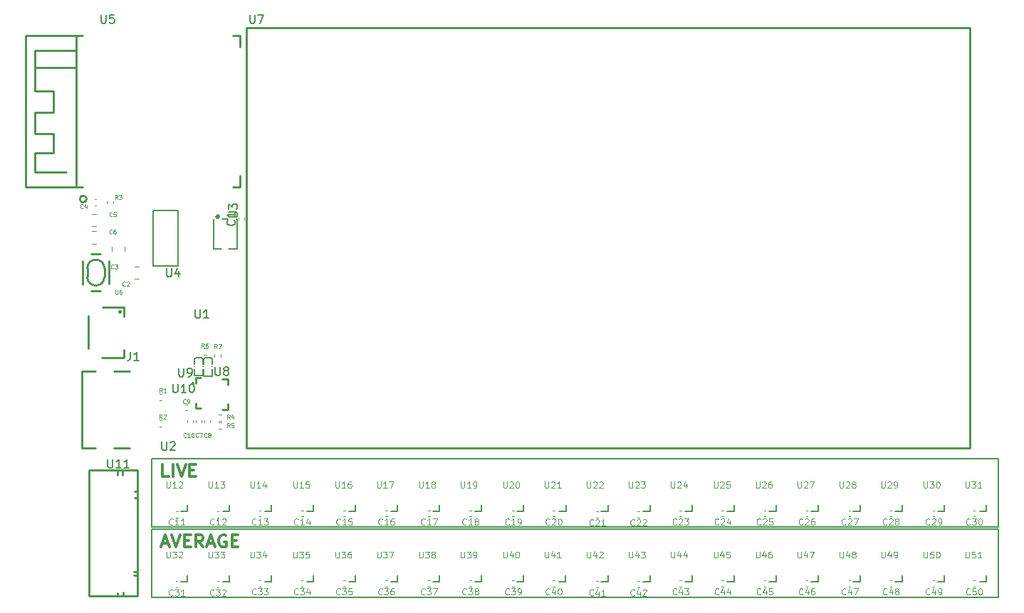
<source format=gbr>
%TF.GenerationSoftware,KiCad,Pcbnew,8.0.6*%
%TF.CreationDate,2024-10-31T12:41:21-07:00*%
%TF.ProjectId,veramonitor,76657261-6d6f-46e6-9974-6f722e6b6963,rev?*%
%TF.SameCoordinates,Original*%
%TF.FileFunction,Legend,Top*%
%TF.FilePolarity,Positive*%
%FSLAX46Y46*%
G04 Gerber Fmt 4.6, Leading zero omitted, Abs format (unit mm)*
G04 Created by KiCad (PCBNEW 8.0.6) date 2024-10-31 12:41:21*
%MOMM*%
%LPD*%
G01*
G04 APERTURE LIST*
%ADD10C,0.200000*%
%ADD11C,0.300000*%
%ADD12C,0.150000*%
%ADD13C,0.100000*%
%ADD14C,0.080000*%
%ADD15C,0.120000*%
%ADD16C,0.250000*%
G04 APERTURE END LIST*
D10*
X49120000Y-120165000D02*
X149820000Y-120165000D01*
X149820000Y-128315000D01*
X49120000Y-128315000D01*
X49120000Y-120165000D01*
X49145000Y-128540000D02*
X149845000Y-128540000D01*
X149845000Y-136690000D01*
X49145000Y-136690000D01*
X49145000Y-128540000D01*
D11*
X50403082Y-130262257D02*
X51117368Y-130262257D01*
X50260225Y-130690828D02*
X50760225Y-129190828D01*
X50760225Y-129190828D02*
X51260225Y-130690828D01*
X51545939Y-129190828D02*
X52045939Y-130690828D01*
X52045939Y-130690828D02*
X52545939Y-129190828D01*
X53045938Y-129905114D02*
X53545938Y-129905114D01*
X53760224Y-130690828D02*
X53045938Y-130690828D01*
X53045938Y-130690828D02*
X53045938Y-129190828D01*
X53045938Y-129190828D02*
X53760224Y-129190828D01*
X55260224Y-130690828D02*
X54760224Y-129976542D01*
X54403081Y-130690828D02*
X54403081Y-129190828D01*
X54403081Y-129190828D02*
X54974510Y-129190828D01*
X54974510Y-129190828D02*
X55117367Y-129262257D01*
X55117367Y-129262257D02*
X55188796Y-129333685D01*
X55188796Y-129333685D02*
X55260224Y-129476542D01*
X55260224Y-129476542D02*
X55260224Y-129690828D01*
X55260224Y-129690828D02*
X55188796Y-129833685D01*
X55188796Y-129833685D02*
X55117367Y-129905114D01*
X55117367Y-129905114D02*
X54974510Y-129976542D01*
X54974510Y-129976542D02*
X54403081Y-129976542D01*
X55831653Y-130262257D02*
X56545939Y-130262257D01*
X55688796Y-130690828D02*
X56188796Y-129190828D01*
X56188796Y-129190828D02*
X56688796Y-130690828D01*
X57974510Y-129262257D02*
X57831653Y-129190828D01*
X57831653Y-129190828D02*
X57617367Y-129190828D01*
X57617367Y-129190828D02*
X57403081Y-129262257D01*
X57403081Y-129262257D02*
X57260224Y-129405114D01*
X57260224Y-129405114D02*
X57188795Y-129547971D01*
X57188795Y-129547971D02*
X57117367Y-129833685D01*
X57117367Y-129833685D02*
X57117367Y-130047971D01*
X57117367Y-130047971D02*
X57188795Y-130333685D01*
X57188795Y-130333685D02*
X57260224Y-130476542D01*
X57260224Y-130476542D02*
X57403081Y-130619400D01*
X57403081Y-130619400D02*
X57617367Y-130690828D01*
X57617367Y-130690828D02*
X57760224Y-130690828D01*
X57760224Y-130690828D02*
X57974510Y-130619400D01*
X57974510Y-130619400D02*
X58045938Y-130547971D01*
X58045938Y-130547971D02*
X58045938Y-130047971D01*
X58045938Y-130047971D02*
X57760224Y-130047971D01*
X58688795Y-129905114D02*
X59188795Y-129905114D01*
X59403081Y-130690828D02*
X58688795Y-130690828D01*
X58688795Y-130690828D02*
X58688795Y-129190828D01*
X58688795Y-129190828D02*
X59403081Y-129190828D01*
X51163796Y-122315828D02*
X50449510Y-122315828D01*
X50449510Y-122315828D02*
X50449510Y-120815828D01*
X51663796Y-122315828D02*
X51663796Y-120815828D01*
X52163797Y-120815828D02*
X52663797Y-122315828D01*
X52663797Y-122315828D02*
X53163797Y-120815828D01*
X53663796Y-121530114D02*
X54163796Y-121530114D01*
X54378082Y-122315828D02*
X53663796Y-122315828D01*
X53663796Y-122315828D02*
X53663796Y-120815828D01*
X53663796Y-120815828D02*
X54378082Y-120815828D01*
D12*
X58989580Y-91756666D02*
X59037200Y-91804285D01*
X59037200Y-91804285D02*
X59084819Y-91947142D01*
X59084819Y-91947142D02*
X59084819Y-92042380D01*
X59084819Y-92042380D02*
X59037200Y-92185237D01*
X59037200Y-92185237D02*
X58941961Y-92280475D01*
X58941961Y-92280475D02*
X58846723Y-92328094D01*
X58846723Y-92328094D02*
X58656247Y-92375713D01*
X58656247Y-92375713D02*
X58513390Y-92375713D01*
X58513390Y-92375713D02*
X58322914Y-92328094D01*
X58322914Y-92328094D02*
X58227676Y-92280475D01*
X58227676Y-92280475D02*
X58132438Y-92185237D01*
X58132438Y-92185237D02*
X58084819Y-92042380D01*
X58084819Y-92042380D02*
X58084819Y-91947142D01*
X58084819Y-91947142D02*
X58132438Y-91804285D01*
X58132438Y-91804285D02*
X58180057Y-91756666D01*
X59084819Y-90804285D02*
X59084819Y-91375713D01*
X59084819Y-91089999D02*
X58084819Y-91089999D01*
X58084819Y-91089999D02*
X58227676Y-91185237D01*
X58227676Y-91185237D02*
X58322914Y-91280475D01*
X58322914Y-91280475D02*
X58370533Y-91375713D01*
X43921905Y-120244819D02*
X43921905Y-121054342D01*
X43921905Y-121054342D02*
X43969524Y-121149580D01*
X43969524Y-121149580D02*
X44017143Y-121197200D01*
X44017143Y-121197200D02*
X44112381Y-121244819D01*
X44112381Y-121244819D02*
X44302857Y-121244819D01*
X44302857Y-121244819D02*
X44398095Y-121197200D01*
X44398095Y-121197200D02*
X44445714Y-121149580D01*
X44445714Y-121149580D02*
X44493333Y-121054342D01*
X44493333Y-121054342D02*
X44493333Y-120244819D01*
X45493333Y-121244819D02*
X44921905Y-121244819D01*
X45207619Y-121244819D02*
X45207619Y-120244819D01*
X45207619Y-120244819D02*
X45112381Y-120387676D01*
X45112381Y-120387676D02*
X45017143Y-120482914D01*
X45017143Y-120482914D02*
X44921905Y-120530533D01*
X46445714Y-121244819D02*
X45874286Y-121244819D01*
X46160000Y-121244819D02*
X46160000Y-120244819D01*
X46160000Y-120244819D02*
X46064762Y-120387676D01*
X46064762Y-120387676D02*
X45969524Y-120482914D01*
X45969524Y-120482914D02*
X45874286Y-120530533D01*
D13*
X80941428Y-131206764D02*
X80941428Y-131813907D01*
X80941428Y-131813907D02*
X80977142Y-131885335D01*
X80977142Y-131885335D02*
X81012857Y-131921050D01*
X81012857Y-131921050D02*
X81084285Y-131956764D01*
X81084285Y-131956764D02*
X81227142Y-131956764D01*
X81227142Y-131956764D02*
X81298571Y-131921050D01*
X81298571Y-131921050D02*
X81334285Y-131885335D01*
X81334285Y-131885335D02*
X81369999Y-131813907D01*
X81369999Y-131813907D02*
X81369999Y-131206764D01*
X81655713Y-131206764D02*
X82119999Y-131206764D01*
X82119999Y-131206764D02*
X81869999Y-131492478D01*
X81869999Y-131492478D02*
X81977142Y-131492478D01*
X81977142Y-131492478D02*
X82048571Y-131528192D01*
X82048571Y-131528192D02*
X82084285Y-131563907D01*
X82084285Y-131563907D02*
X82119999Y-131635335D01*
X82119999Y-131635335D02*
X82119999Y-131813907D01*
X82119999Y-131813907D02*
X82084285Y-131885335D01*
X82084285Y-131885335D02*
X82048571Y-131921050D01*
X82048571Y-131921050D02*
X81977142Y-131956764D01*
X81977142Y-131956764D02*
X81762856Y-131956764D01*
X81762856Y-131956764D02*
X81691428Y-131921050D01*
X81691428Y-131921050D02*
X81655713Y-131885335D01*
X82548571Y-131528192D02*
X82477142Y-131492478D01*
X82477142Y-131492478D02*
X82441428Y-131456764D01*
X82441428Y-131456764D02*
X82405714Y-131385335D01*
X82405714Y-131385335D02*
X82405714Y-131349621D01*
X82405714Y-131349621D02*
X82441428Y-131278192D01*
X82441428Y-131278192D02*
X82477142Y-131242478D01*
X82477142Y-131242478D02*
X82548571Y-131206764D01*
X82548571Y-131206764D02*
X82691428Y-131206764D01*
X82691428Y-131206764D02*
X82762857Y-131242478D01*
X82762857Y-131242478D02*
X82798571Y-131278192D01*
X82798571Y-131278192D02*
X82834285Y-131349621D01*
X82834285Y-131349621D02*
X82834285Y-131385335D01*
X82834285Y-131385335D02*
X82798571Y-131456764D01*
X82798571Y-131456764D02*
X82762857Y-131492478D01*
X82762857Y-131492478D02*
X82691428Y-131528192D01*
X82691428Y-131528192D02*
X82548571Y-131528192D01*
X82548571Y-131528192D02*
X82477142Y-131563907D01*
X82477142Y-131563907D02*
X82441428Y-131599621D01*
X82441428Y-131599621D02*
X82405714Y-131671050D01*
X82405714Y-131671050D02*
X82405714Y-131813907D01*
X82405714Y-131813907D02*
X82441428Y-131885335D01*
X82441428Y-131885335D02*
X82477142Y-131921050D01*
X82477142Y-131921050D02*
X82548571Y-131956764D01*
X82548571Y-131956764D02*
X82691428Y-131956764D01*
X82691428Y-131956764D02*
X82762857Y-131921050D01*
X82762857Y-131921050D02*
X82798571Y-131885335D01*
X82798571Y-131885335D02*
X82834285Y-131813907D01*
X82834285Y-131813907D02*
X82834285Y-131671050D01*
X82834285Y-131671050D02*
X82798571Y-131599621D01*
X82798571Y-131599621D02*
X82762857Y-131563907D01*
X82762857Y-131563907D02*
X82691428Y-131528192D01*
X141637856Y-136285335D02*
X141602142Y-136321050D01*
X141602142Y-136321050D02*
X141494999Y-136356764D01*
X141494999Y-136356764D02*
X141423571Y-136356764D01*
X141423571Y-136356764D02*
X141316428Y-136321050D01*
X141316428Y-136321050D02*
X141244999Y-136249621D01*
X141244999Y-136249621D02*
X141209285Y-136178192D01*
X141209285Y-136178192D02*
X141173571Y-136035335D01*
X141173571Y-136035335D02*
X141173571Y-135928192D01*
X141173571Y-135928192D02*
X141209285Y-135785335D01*
X141209285Y-135785335D02*
X141244999Y-135713907D01*
X141244999Y-135713907D02*
X141316428Y-135642478D01*
X141316428Y-135642478D02*
X141423571Y-135606764D01*
X141423571Y-135606764D02*
X141494999Y-135606764D01*
X141494999Y-135606764D02*
X141602142Y-135642478D01*
X141602142Y-135642478D02*
X141637856Y-135678192D01*
X142280714Y-135856764D02*
X142280714Y-136356764D01*
X142102142Y-135571050D02*
X141923571Y-136106764D01*
X141923571Y-136106764D02*
X142387856Y-136106764D01*
X142709285Y-136356764D02*
X142852142Y-136356764D01*
X142852142Y-136356764D02*
X142923571Y-136321050D01*
X142923571Y-136321050D02*
X142959285Y-136285335D01*
X142959285Y-136285335D02*
X143030714Y-136178192D01*
X143030714Y-136178192D02*
X143066428Y-136035335D01*
X143066428Y-136035335D02*
X143066428Y-135749621D01*
X143066428Y-135749621D02*
X143030714Y-135678192D01*
X143030714Y-135678192D02*
X142995000Y-135642478D01*
X142995000Y-135642478D02*
X142923571Y-135606764D01*
X142923571Y-135606764D02*
X142780714Y-135606764D01*
X142780714Y-135606764D02*
X142709285Y-135642478D01*
X142709285Y-135642478D02*
X142673571Y-135678192D01*
X142673571Y-135678192D02*
X142637857Y-135749621D01*
X142637857Y-135749621D02*
X142637857Y-135928192D01*
X142637857Y-135928192D02*
X142673571Y-135999621D01*
X142673571Y-135999621D02*
X142709285Y-136035335D01*
X142709285Y-136035335D02*
X142780714Y-136071050D01*
X142780714Y-136071050D02*
X142923571Y-136071050D01*
X142923571Y-136071050D02*
X142995000Y-136035335D01*
X142995000Y-136035335D02*
X143030714Y-135999621D01*
X143030714Y-135999621D02*
X143066428Y-135928192D01*
X96442856Y-127965335D02*
X96407142Y-128001050D01*
X96407142Y-128001050D02*
X96299999Y-128036764D01*
X96299999Y-128036764D02*
X96228571Y-128036764D01*
X96228571Y-128036764D02*
X96121428Y-128001050D01*
X96121428Y-128001050D02*
X96049999Y-127929621D01*
X96049999Y-127929621D02*
X96014285Y-127858192D01*
X96014285Y-127858192D02*
X95978571Y-127715335D01*
X95978571Y-127715335D02*
X95978571Y-127608192D01*
X95978571Y-127608192D02*
X96014285Y-127465335D01*
X96014285Y-127465335D02*
X96049999Y-127393907D01*
X96049999Y-127393907D02*
X96121428Y-127322478D01*
X96121428Y-127322478D02*
X96228571Y-127286764D01*
X96228571Y-127286764D02*
X96299999Y-127286764D01*
X96299999Y-127286764D02*
X96407142Y-127322478D01*
X96407142Y-127322478D02*
X96442856Y-127358192D01*
X96728571Y-127358192D02*
X96764285Y-127322478D01*
X96764285Y-127322478D02*
X96835714Y-127286764D01*
X96835714Y-127286764D02*
X97014285Y-127286764D01*
X97014285Y-127286764D02*
X97085714Y-127322478D01*
X97085714Y-127322478D02*
X97121428Y-127358192D01*
X97121428Y-127358192D02*
X97157142Y-127429621D01*
X97157142Y-127429621D02*
X97157142Y-127501050D01*
X97157142Y-127501050D02*
X97121428Y-127608192D01*
X97121428Y-127608192D02*
X96692856Y-128036764D01*
X96692856Y-128036764D02*
X97157142Y-128036764D01*
X97621428Y-127286764D02*
X97692857Y-127286764D01*
X97692857Y-127286764D02*
X97764285Y-127322478D01*
X97764285Y-127322478D02*
X97800000Y-127358192D01*
X97800000Y-127358192D02*
X97835714Y-127429621D01*
X97835714Y-127429621D02*
X97871428Y-127572478D01*
X97871428Y-127572478D02*
X97871428Y-127751050D01*
X97871428Y-127751050D02*
X97835714Y-127893907D01*
X97835714Y-127893907D02*
X97800000Y-127965335D01*
X97800000Y-127965335D02*
X97764285Y-128001050D01*
X97764285Y-128001050D02*
X97692857Y-128036764D01*
X97692857Y-128036764D02*
X97621428Y-128036764D01*
X97621428Y-128036764D02*
X97550000Y-128001050D01*
X97550000Y-128001050D02*
X97514285Y-127965335D01*
X97514285Y-127965335D02*
X97478571Y-127893907D01*
X97478571Y-127893907D02*
X97442857Y-127751050D01*
X97442857Y-127751050D02*
X97442857Y-127572478D01*
X97442857Y-127572478D02*
X97478571Y-127429621D01*
X97478571Y-127429621D02*
X97514285Y-127358192D01*
X97514285Y-127358192D02*
X97550000Y-127322478D01*
X97550000Y-127322478D02*
X97621428Y-127286764D01*
X111537856Y-136285335D02*
X111502142Y-136321050D01*
X111502142Y-136321050D02*
X111394999Y-136356764D01*
X111394999Y-136356764D02*
X111323571Y-136356764D01*
X111323571Y-136356764D02*
X111216428Y-136321050D01*
X111216428Y-136321050D02*
X111144999Y-136249621D01*
X111144999Y-136249621D02*
X111109285Y-136178192D01*
X111109285Y-136178192D02*
X111073571Y-136035335D01*
X111073571Y-136035335D02*
X111073571Y-135928192D01*
X111073571Y-135928192D02*
X111109285Y-135785335D01*
X111109285Y-135785335D02*
X111144999Y-135713907D01*
X111144999Y-135713907D02*
X111216428Y-135642478D01*
X111216428Y-135642478D02*
X111323571Y-135606764D01*
X111323571Y-135606764D02*
X111394999Y-135606764D01*
X111394999Y-135606764D02*
X111502142Y-135642478D01*
X111502142Y-135642478D02*
X111537856Y-135678192D01*
X112180714Y-135856764D02*
X112180714Y-136356764D01*
X112002142Y-135571050D02*
X111823571Y-136106764D01*
X111823571Y-136106764D02*
X112287856Y-136106764D01*
X112502142Y-135606764D02*
X112966428Y-135606764D01*
X112966428Y-135606764D02*
X112716428Y-135892478D01*
X112716428Y-135892478D02*
X112823571Y-135892478D01*
X112823571Y-135892478D02*
X112895000Y-135928192D01*
X112895000Y-135928192D02*
X112930714Y-135963907D01*
X112930714Y-135963907D02*
X112966428Y-136035335D01*
X112966428Y-136035335D02*
X112966428Y-136213907D01*
X112966428Y-136213907D02*
X112930714Y-136285335D01*
X112930714Y-136285335D02*
X112895000Y-136321050D01*
X112895000Y-136321050D02*
X112823571Y-136356764D01*
X112823571Y-136356764D02*
X112609285Y-136356764D01*
X112609285Y-136356764D02*
X112537857Y-136321050D01*
X112537857Y-136321050D02*
X112502142Y-136285335D01*
D14*
X44416666Y-93329530D02*
X44392857Y-93353340D01*
X44392857Y-93353340D02*
X44321428Y-93377149D01*
X44321428Y-93377149D02*
X44273809Y-93377149D01*
X44273809Y-93377149D02*
X44202381Y-93353340D01*
X44202381Y-93353340D02*
X44154762Y-93305720D01*
X44154762Y-93305720D02*
X44130952Y-93258101D01*
X44130952Y-93258101D02*
X44107143Y-93162863D01*
X44107143Y-93162863D02*
X44107143Y-93091435D01*
X44107143Y-93091435D02*
X44130952Y-92996197D01*
X44130952Y-92996197D02*
X44154762Y-92948578D01*
X44154762Y-92948578D02*
X44202381Y-92900959D01*
X44202381Y-92900959D02*
X44273809Y-92877149D01*
X44273809Y-92877149D02*
X44321428Y-92877149D01*
X44321428Y-92877149D02*
X44392857Y-92900959D01*
X44392857Y-92900959D02*
X44416666Y-92924768D01*
X44845238Y-92877149D02*
X44750000Y-92877149D01*
X44750000Y-92877149D02*
X44702381Y-92900959D01*
X44702381Y-92900959D02*
X44678571Y-92924768D01*
X44678571Y-92924768D02*
X44630952Y-92996197D01*
X44630952Y-92996197D02*
X44607143Y-93091435D01*
X44607143Y-93091435D02*
X44607143Y-93281911D01*
X44607143Y-93281911D02*
X44630952Y-93329530D01*
X44630952Y-93329530D02*
X44654762Y-93353340D01*
X44654762Y-93353340D02*
X44702381Y-93377149D01*
X44702381Y-93377149D02*
X44797619Y-93377149D01*
X44797619Y-93377149D02*
X44845238Y-93353340D01*
X44845238Y-93353340D02*
X44869047Y-93329530D01*
X44869047Y-93329530D02*
X44892857Y-93281911D01*
X44892857Y-93281911D02*
X44892857Y-93162863D01*
X44892857Y-93162863D02*
X44869047Y-93115244D01*
X44869047Y-93115244D02*
X44845238Y-93091435D01*
X44845238Y-93091435D02*
X44797619Y-93067625D01*
X44797619Y-93067625D02*
X44702381Y-93067625D01*
X44702381Y-93067625D02*
X44654762Y-93091435D01*
X44654762Y-93091435D02*
X44630952Y-93115244D01*
X44630952Y-93115244D02*
X44607143Y-93162863D01*
X56906666Y-107057149D02*
X56740000Y-106819054D01*
X56620952Y-107057149D02*
X56620952Y-106557149D01*
X56620952Y-106557149D02*
X56811428Y-106557149D01*
X56811428Y-106557149D02*
X56859047Y-106580959D01*
X56859047Y-106580959D02*
X56882857Y-106604768D01*
X56882857Y-106604768D02*
X56906666Y-106652387D01*
X56906666Y-106652387D02*
X56906666Y-106723816D01*
X56906666Y-106723816D02*
X56882857Y-106771435D01*
X56882857Y-106771435D02*
X56859047Y-106795244D01*
X56859047Y-106795244D02*
X56811428Y-106819054D01*
X56811428Y-106819054D02*
X56620952Y-106819054D01*
X57073333Y-106557149D02*
X57406666Y-106557149D01*
X57406666Y-106557149D02*
X57192381Y-107057149D01*
D13*
X101637856Y-136385335D02*
X101602142Y-136421050D01*
X101602142Y-136421050D02*
X101494999Y-136456764D01*
X101494999Y-136456764D02*
X101423571Y-136456764D01*
X101423571Y-136456764D02*
X101316428Y-136421050D01*
X101316428Y-136421050D02*
X101244999Y-136349621D01*
X101244999Y-136349621D02*
X101209285Y-136278192D01*
X101209285Y-136278192D02*
X101173571Y-136135335D01*
X101173571Y-136135335D02*
X101173571Y-136028192D01*
X101173571Y-136028192D02*
X101209285Y-135885335D01*
X101209285Y-135885335D02*
X101244999Y-135813907D01*
X101244999Y-135813907D02*
X101316428Y-135742478D01*
X101316428Y-135742478D02*
X101423571Y-135706764D01*
X101423571Y-135706764D02*
X101494999Y-135706764D01*
X101494999Y-135706764D02*
X101602142Y-135742478D01*
X101602142Y-135742478D02*
X101637856Y-135778192D01*
X102280714Y-135956764D02*
X102280714Y-136456764D01*
X102102142Y-135671050D02*
X101923571Y-136206764D01*
X101923571Y-136206764D02*
X102387856Y-136206764D01*
X103066428Y-136456764D02*
X102637857Y-136456764D01*
X102852142Y-136456764D02*
X102852142Y-135706764D01*
X102852142Y-135706764D02*
X102780714Y-135813907D01*
X102780714Y-135813907D02*
X102709285Y-135885335D01*
X102709285Y-135885335D02*
X102637857Y-135921050D01*
X105891428Y-131206764D02*
X105891428Y-131813907D01*
X105891428Y-131813907D02*
X105927142Y-131885335D01*
X105927142Y-131885335D02*
X105962857Y-131921050D01*
X105962857Y-131921050D02*
X106034285Y-131956764D01*
X106034285Y-131956764D02*
X106177142Y-131956764D01*
X106177142Y-131956764D02*
X106248571Y-131921050D01*
X106248571Y-131921050D02*
X106284285Y-131885335D01*
X106284285Y-131885335D02*
X106319999Y-131813907D01*
X106319999Y-131813907D02*
X106319999Y-131206764D01*
X106998571Y-131456764D02*
X106998571Y-131956764D01*
X106819999Y-131171050D02*
X106641428Y-131706764D01*
X106641428Y-131706764D02*
X107105713Y-131706764D01*
X107319999Y-131206764D02*
X107784285Y-131206764D01*
X107784285Y-131206764D02*
X107534285Y-131492478D01*
X107534285Y-131492478D02*
X107641428Y-131492478D01*
X107641428Y-131492478D02*
X107712857Y-131528192D01*
X107712857Y-131528192D02*
X107748571Y-131563907D01*
X107748571Y-131563907D02*
X107784285Y-131635335D01*
X107784285Y-131635335D02*
X107784285Y-131813907D01*
X107784285Y-131813907D02*
X107748571Y-131885335D01*
X107748571Y-131885335D02*
X107712857Y-131921050D01*
X107712857Y-131921050D02*
X107641428Y-131956764D01*
X107641428Y-131956764D02*
X107427142Y-131956764D01*
X107427142Y-131956764D02*
X107355714Y-131921050D01*
X107355714Y-131921050D02*
X107319999Y-131885335D01*
X65991428Y-131206764D02*
X65991428Y-131813907D01*
X65991428Y-131813907D02*
X66027142Y-131885335D01*
X66027142Y-131885335D02*
X66062857Y-131921050D01*
X66062857Y-131921050D02*
X66134285Y-131956764D01*
X66134285Y-131956764D02*
X66277142Y-131956764D01*
X66277142Y-131956764D02*
X66348571Y-131921050D01*
X66348571Y-131921050D02*
X66384285Y-131885335D01*
X66384285Y-131885335D02*
X66419999Y-131813907D01*
X66419999Y-131813907D02*
X66419999Y-131206764D01*
X66705713Y-131206764D02*
X67169999Y-131206764D01*
X67169999Y-131206764D02*
X66919999Y-131492478D01*
X66919999Y-131492478D02*
X67027142Y-131492478D01*
X67027142Y-131492478D02*
X67098571Y-131528192D01*
X67098571Y-131528192D02*
X67134285Y-131563907D01*
X67134285Y-131563907D02*
X67169999Y-131635335D01*
X67169999Y-131635335D02*
X67169999Y-131813907D01*
X67169999Y-131813907D02*
X67134285Y-131885335D01*
X67134285Y-131885335D02*
X67098571Y-131921050D01*
X67098571Y-131921050D02*
X67027142Y-131956764D01*
X67027142Y-131956764D02*
X66812856Y-131956764D01*
X66812856Y-131956764D02*
X66741428Y-131921050D01*
X66741428Y-131921050D02*
X66705713Y-131885335D01*
X67848571Y-131206764D02*
X67491428Y-131206764D01*
X67491428Y-131206764D02*
X67455714Y-131563907D01*
X67455714Y-131563907D02*
X67491428Y-131528192D01*
X67491428Y-131528192D02*
X67562857Y-131492478D01*
X67562857Y-131492478D02*
X67741428Y-131492478D01*
X67741428Y-131492478D02*
X67812857Y-131528192D01*
X67812857Y-131528192D02*
X67848571Y-131563907D01*
X67848571Y-131563907D02*
X67884285Y-131635335D01*
X67884285Y-131635335D02*
X67884285Y-131813907D01*
X67884285Y-131813907D02*
X67848571Y-131885335D01*
X67848571Y-131885335D02*
X67812857Y-131921050D01*
X67812857Y-131921050D02*
X67741428Y-131956764D01*
X67741428Y-131956764D02*
X67562857Y-131956764D01*
X67562857Y-131956764D02*
X67491428Y-131921050D01*
X67491428Y-131921050D02*
X67455714Y-131885335D01*
X61537856Y-136285335D02*
X61502142Y-136321050D01*
X61502142Y-136321050D02*
X61394999Y-136356764D01*
X61394999Y-136356764D02*
X61323571Y-136356764D01*
X61323571Y-136356764D02*
X61216428Y-136321050D01*
X61216428Y-136321050D02*
X61144999Y-136249621D01*
X61144999Y-136249621D02*
X61109285Y-136178192D01*
X61109285Y-136178192D02*
X61073571Y-136035335D01*
X61073571Y-136035335D02*
X61073571Y-135928192D01*
X61073571Y-135928192D02*
X61109285Y-135785335D01*
X61109285Y-135785335D02*
X61144999Y-135713907D01*
X61144999Y-135713907D02*
X61216428Y-135642478D01*
X61216428Y-135642478D02*
X61323571Y-135606764D01*
X61323571Y-135606764D02*
X61394999Y-135606764D01*
X61394999Y-135606764D02*
X61502142Y-135642478D01*
X61502142Y-135642478D02*
X61537856Y-135678192D01*
X61787856Y-135606764D02*
X62252142Y-135606764D01*
X62252142Y-135606764D02*
X62002142Y-135892478D01*
X62002142Y-135892478D02*
X62109285Y-135892478D01*
X62109285Y-135892478D02*
X62180714Y-135928192D01*
X62180714Y-135928192D02*
X62216428Y-135963907D01*
X62216428Y-135963907D02*
X62252142Y-136035335D01*
X62252142Y-136035335D02*
X62252142Y-136213907D01*
X62252142Y-136213907D02*
X62216428Y-136285335D01*
X62216428Y-136285335D02*
X62180714Y-136321050D01*
X62180714Y-136321050D02*
X62109285Y-136356764D01*
X62109285Y-136356764D02*
X61894999Y-136356764D01*
X61894999Y-136356764D02*
X61823571Y-136321050D01*
X61823571Y-136321050D02*
X61787856Y-136285335D01*
X62502142Y-135606764D02*
X62966428Y-135606764D01*
X62966428Y-135606764D02*
X62716428Y-135892478D01*
X62716428Y-135892478D02*
X62823571Y-135892478D01*
X62823571Y-135892478D02*
X62895000Y-135928192D01*
X62895000Y-135928192D02*
X62930714Y-135963907D01*
X62930714Y-135963907D02*
X62966428Y-136035335D01*
X62966428Y-136035335D02*
X62966428Y-136213907D01*
X62966428Y-136213907D02*
X62930714Y-136285335D01*
X62930714Y-136285335D02*
X62895000Y-136321050D01*
X62895000Y-136321050D02*
X62823571Y-136356764D01*
X62823571Y-136356764D02*
X62609285Y-136356764D01*
X62609285Y-136356764D02*
X62537857Y-136321050D01*
X62537857Y-136321050D02*
X62502142Y-136285335D01*
X55896428Y-122886764D02*
X55896428Y-123493907D01*
X55896428Y-123493907D02*
X55932142Y-123565335D01*
X55932142Y-123565335D02*
X55967857Y-123601050D01*
X55967857Y-123601050D02*
X56039285Y-123636764D01*
X56039285Y-123636764D02*
X56182142Y-123636764D01*
X56182142Y-123636764D02*
X56253571Y-123601050D01*
X56253571Y-123601050D02*
X56289285Y-123565335D01*
X56289285Y-123565335D02*
X56324999Y-123493907D01*
X56324999Y-123493907D02*
X56324999Y-122886764D01*
X57074999Y-123636764D02*
X56646428Y-123636764D01*
X56860713Y-123636764D02*
X56860713Y-122886764D01*
X56860713Y-122886764D02*
X56789285Y-122993907D01*
X56789285Y-122993907D02*
X56717856Y-123065335D01*
X56717856Y-123065335D02*
X56646428Y-123101050D01*
X57324999Y-122886764D02*
X57789285Y-122886764D01*
X57789285Y-122886764D02*
X57539285Y-123172478D01*
X57539285Y-123172478D02*
X57646428Y-123172478D01*
X57646428Y-123172478D02*
X57717857Y-123208192D01*
X57717857Y-123208192D02*
X57753571Y-123243907D01*
X57753571Y-123243907D02*
X57789285Y-123315335D01*
X57789285Y-123315335D02*
X57789285Y-123493907D01*
X57789285Y-123493907D02*
X57753571Y-123565335D01*
X57753571Y-123565335D02*
X57717857Y-123601050D01*
X57717857Y-123601050D02*
X57646428Y-123636764D01*
X57646428Y-123636764D02*
X57432142Y-123636764D01*
X57432142Y-123636764D02*
X57360714Y-123601050D01*
X57360714Y-123601050D02*
X57324999Y-123565335D01*
X51637856Y-136385335D02*
X51602142Y-136421050D01*
X51602142Y-136421050D02*
X51494999Y-136456764D01*
X51494999Y-136456764D02*
X51423571Y-136456764D01*
X51423571Y-136456764D02*
X51316428Y-136421050D01*
X51316428Y-136421050D02*
X51244999Y-136349621D01*
X51244999Y-136349621D02*
X51209285Y-136278192D01*
X51209285Y-136278192D02*
X51173571Y-136135335D01*
X51173571Y-136135335D02*
X51173571Y-136028192D01*
X51173571Y-136028192D02*
X51209285Y-135885335D01*
X51209285Y-135885335D02*
X51244999Y-135813907D01*
X51244999Y-135813907D02*
X51316428Y-135742478D01*
X51316428Y-135742478D02*
X51423571Y-135706764D01*
X51423571Y-135706764D02*
X51494999Y-135706764D01*
X51494999Y-135706764D02*
X51602142Y-135742478D01*
X51602142Y-135742478D02*
X51637856Y-135778192D01*
X51887856Y-135706764D02*
X52352142Y-135706764D01*
X52352142Y-135706764D02*
X52102142Y-135992478D01*
X52102142Y-135992478D02*
X52209285Y-135992478D01*
X52209285Y-135992478D02*
X52280714Y-136028192D01*
X52280714Y-136028192D02*
X52316428Y-136063907D01*
X52316428Y-136063907D02*
X52352142Y-136135335D01*
X52352142Y-136135335D02*
X52352142Y-136313907D01*
X52352142Y-136313907D02*
X52316428Y-136385335D01*
X52316428Y-136385335D02*
X52280714Y-136421050D01*
X52280714Y-136421050D02*
X52209285Y-136456764D01*
X52209285Y-136456764D02*
X51994999Y-136456764D01*
X51994999Y-136456764D02*
X51923571Y-136421050D01*
X51923571Y-136421050D02*
X51887856Y-136385335D01*
X53066428Y-136456764D02*
X52637857Y-136456764D01*
X52852142Y-136456764D02*
X52852142Y-135706764D01*
X52852142Y-135706764D02*
X52780714Y-135813907D01*
X52780714Y-135813907D02*
X52709285Y-135885335D01*
X52709285Y-135885335D02*
X52637857Y-135921050D01*
X145891428Y-131206764D02*
X145891428Y-131813907D01*
X145891428Y-131813907D02*
X145927142Y-131885335D01*
X145927142Y-131885335D02*
X145962857Y-131921050D01*
X145962857Y-131921050D02*
X146034285Y-131956764D01*
X146034285Y-131956764D02*
X146177142Y-131956764D01*
X146177142Y-131956764D02*
X146248571Y-131921050D01*
X146248571Y-131921050D02*
X146284285Y-131885335D01*
X146284285Y-131885335D02*
X146319999Y-131813907D01*
X146319999Y-131813907D02*
X146319999Y-131206764D01*
X147034285Y-131206764D02*
X146677142Y-131206764D01*
X146677142Y-131206764D02*
X146641428Y-131563907D01*
X146641428Y-131563907D02*
X146677142Y-131528192D01*
X146677142Y-131528192D02*
X146748571Y-131492478D01*
X146748571Y-131492478D02*
X146927142Y-131492478D01*
X146927142Y-131492478D02*
X146998571Y-131528192D01*
X146998571Y-131528192D02*
X147034285Y-131563907D01*
X147034285Y-131563907D02*
X147069999Y-131635335D01*
X147069999Y-131635335D02*
X147069999Y-131813907D01*
X147069999Y-131813907D02*
X147034285Y-131885335D01*
X147034285Y-131885335D02*
X146998571Y-131921050D01*
X146998571Y-131921050D02*
X146927142Y-131956764D01*
X146927142Y-131956764D02*
X146748571Y-131956764D01*
X146748571Y-131956764D02*
X146677142Y-131921050D01*
X146677142Y-131921050D02*
X146641428Y-131885335D01*
X147784285Y-131956764D02*
X147355714Y-131956764D01*
X147569999Y-131956764D02*
X147569999Y-131206764D01*
X147569999Y-131206764D02*
X147498571Y-131313907D01*
X147498571Y-131313907D02*
X147427142Y-131385335D01*
X147427142Y-131385335D02*
X147355714Y-131421050D01*
X85896428Y-122886764D02*
X85896428Y-123493907D01*
X85896428Y-123493907D02*
X85932142Y-123565335D01*
X85932142Y-123565335D02*
X85967857Y-123601050D01*
X85967857Y-123601050D02*
X86039285Y-123636764D01*
X86039285Y-123636764D02*
X86182142Y-123636764D01*
X86182142Y-123636764D02*
X86253571Y-123601050D01*
X86253571Y-123601050D02*
X86289285Y-123565335D01*
X86289285Y-123565335D02*
X86324999Y-123493907D01*
X86324999Y-123493907D02*
X86324999Y-122886764D01*
X87074999Y-123636764D02*
X86646428Y-123636764D01*
X86860713Y-123636764D02*
X86860713Y-122886764D01*
X86860713Y-122886764D02*
X86789285Y-122993907D01*
X86789285Y-122993907D02*
X86717856Y-123065335D01*
X86717856Y-123065335D02*
X86646428Y-123101050D01*
X87432142Y-123636764D02*
X87574999Y-123636764D01*
X87574999Y-123636764D02*
X87646428Y-123601050D01*
X87646428Y-123601050D02*
X87682142Y-123565335D01*
X87682142Y-123565335D02*
X87753571Y-123458192D01*
X87753571Y-123458192D02*
X87789285Y-123315335D01*
X87789285Y-123315335D02*
X87789285Y-123029621D01*
X87789285Y-123029621D02*
X87753571Y-122958192D01*
X87753571Y-122958192D02*
X87717857Y-122922478D01*
X87717857Y-122922478D02*
X87646428Y-122886764D01*
X87646428Y-122886764D02*
X87503571Y-122886764D01*
X87503571Y-122886764D02*
X87432142Y-122922478D01*
X87432142Y-122922478D02*
X87396428Y-122958192D01*
X87396428Y-122958192D02*
X87360714Y-123029621D01*
X87360714Y-123029621D02*
X87360714Y-123208192D01*
X87360714Y-123208192D02*
X87396428Y-123279621D01*
X87396428Y-123279621D02*
X87432142Y-123315335D01*
X87432142Y-123315335D02*
X87503571Y-123351050D01*
X87503571Y-123351050D02*
X87646428Y-123351050D01*
X87646428Y-123351050D02*
X87717857Y-123315335D01*
X87717857Y-123315335D02*
X87753571Y-123279621D01*
X87753571Y-123279621D02*
X87789285Y-123208192D01*
D14*
X45066666Y-89277149D02*
X44900000Y-89039054D01*
X44780952Y-89277149D02*
X44780952Y-88777149D01*
X44780952Y-88777149D02*
X44971428Y-88777149D01*
X44971428Y-88777149D02*
X45019047Y-88800959D01*
X45019047Y-88800959D02*
X45042857Y-88824768D01*
X45042857Y-88824768D02*
X45066666Y-88872387D01*
X45066666Y-88872387D02*
X45066666Y-88943816D01*
X45066666Y-88943816D02*
X45042857Y-88991435D01*
X45042857Y-88991435D02*
X45019047Y-89015244D01*
X45019047Y-89015244D02*
X44971428Y-89039054D01*
X44971428Y-89039054D02*
X44780952Y-89039054D01*
X45233333Y-88777149D02*
X45542857Y-88777149D01*
X45542857Y-88777149D02*
X45376190Y-88967625D01*
X45376190Y-88967625D02*
X45447619Y-88967625D01*
X45447619Y-88967625D02*
X45495238Y-88991435D01*
X45495238Y-88991435D02*
X45519047Y-89015244D01*
X45519047Y-89015244D02*
X45542857Y-89062863D01*
X45542857Y-89062863D02*
X45542857Y-89181911D01*
X45542857Y-89181911D02*
X45519047Y-89229530D01*
X45519047Y-89229530D02*
X45495238Y-89253340D01*
X45495238Y-89253340D02*
X45447619Y-89277149D01*
X45447619Y-89277149D02*
X45304762Y-89277149D01*
X45304762Y-89277149D02*
X45257143Y-89253340D01*
X45257143Y-89253340D02*
X45233333Y-89229530D01*
D13*
X75941428Y-131206764D02*
X75941428Y-131813907D01*
X75941428Y-131813907D02*
X75977142Y-131885335D01*
X75977142Y-131885335D02*
X76012857Y-131921050D01*
X76012857Y-131921050D02*
X76084285Y-131956764D01*
X76084285Y-131956764D02*
X76227142Y-131956764D01*
X76227142Y-131956764D02*
X76298571Y-131921050D01*
X76298571Y-131921050D02*
X76334285Y-131885335D01*
X76334285Y-131885335D02*
X76369999Y-131813907D01*
X76369999Y-131813907D02*
X76369999Y-131206764D01*
X76655713Y-131206764D02*
X77119999Y-131206764D01*
X77119999Y-131206764D02*
X76869999Y-131492478D01*
X76869999Y-131492478D02*
X76977142Y-131492478D01*
X76977142Y-131492478D02*
X77048571Y-131528192D01*
X77048571Y-131528192D02*
X77084285Y-131563907D01*
X77084285Y-131563907D02*
X77119999Y-131635335D01*
X77119999Y-131635335D02*
X77119999Y-131813907D01*
X77119999Y-131813907D02*
X77084285Y-131885335D01*
X77084285Y-131885335D02*
X77048571Y-131921050D01*
X77048571Y-131921050D02*
X76977142Y-131956764D01*
X76977142Y-131956764D02*
X76762856Y-131956764D01*
X76762856Y-131956764D02*
X76691428Y-131921050D01*
X76691428Y-131921050D02*
X76655713Y-131885335D01*
X77369999Y-131206764D02*
X77869999Y-131206764D01*
X77869999Y-131206764D02*
X77548571Y-131956764D01*
X86542856Y-127965335D02*
X86507142Y-128001050D01*
X86507142Y-128001050D02*
X86399999Y-128036764D01*
X86399999Y-128036764D02*
X86328571Y-128036764D01*
X86328571Y-128036764D02*
X86221428Y-128001050D01*
X86221428Y-128001050D02*
X86149999Y-127929621D01*
X86149999Y-127929621D02*
X86114285Y-127858192D01*
X86114285Y-127858192D02*
X86078571Y-127715335D01*
X86078571Y-127715335D02*
X86078571Y-127608192D01*
X86078571Y-127608192D02*
X86114285Y-127465335D01*
X86114285Y-127465335D02*
X86149999Y-127393907D01*
X86149999Y-127393907D02*
X86221428Y-127322478D01*
X86221428Y-127322478D02*
X86328571Y-127286764D01*
X86328571Y-127286764D02*
X86399999Y-127286764D01*
X86399999Y-127286764D02*
X86507142Y-127322478D01*
X86507142Y-127322478D02*
X86542856Y-127358192D01*
X87257142Y-128036764D02*
X86828571Y-128036764D01*
X87042856Y-128036764D02*
X87042856Y-127286764D01*
X87042856Y-127286764D02*
X86971428Y-127393907D01*
X86971428Y-127393907D02*
X86899999Y-127465335D01*
X86899999Y-127465335D02*
X86828571Y-127501050D01*
X87685714Y-127608192D02*
X87614285Y-127572478D01*
X87614285Y-127572478D02*
X87578571Y-127536764D01*
X87578571Y-127536764D02*
X87542857Y-127465335D01*
X87542857Y-127465335D02*
X87542857Y-127429621D01*
X87542857Y-127429621D02*
X87578571Y-127358192D01*
X87578571Y-127358192D02*
X87614285Y-127322478D01*
X87614285Y-127322478D02*
X87685714Y-127286764D01*
X87685714Y-127286764D02*
X87828571Y-127286764D01*
X87828571Y-127286764D02*
X87900000Y-127322478D01*
X87900000Y-127322478D02*
X87935714Y-127358192D01*
X87935714Y-127358192D02*
X87971428Y-127429621D01*
X87971428Y-127429621D02*
X87971428Y-127465335D01*
X87971428Y-127465335D02*
X87935714Y-127536764D01*
X87935714Y-127536764D02*
X87900000Y-127572478D01*
X87900000Y-127572478D02*
X87828571Y-127608192D01*
X87828571Y-127608192D02*
X87685714Y-127608192D01*
X87685714Y-127608192D02*
X87614285Y-127643907D01*
X87614285Y-127643907D02*
X87578571Y-127679621D01*
X87578571Y-127679621D02*
X87542857Y-127751050D01*
X87542857Y-127751050D02*
X87542857Y-127893907D01*
X87542857Y-127893907D02*
X87578571Y-127965335D01*
X87578571Y-127965335D02*
X87614285Y-128001050D01*
X87614285Y-128001050D02*
X87685714Y-128036764D01*
X87685714Y-128036764D02*
X87828571Y-128036764D01*
X87828571Y-128036764D02*
X87900000Y-128001050D01*
X87900000Y-128001050D02*
X87935714Y-127965335D01*
X87935714Y-127965335D02*
X87971428Y-127893907D01*
X87971428Y-127893907D02*
X87971428Y-127751050D01*
X87971428Y-127751050D02*
X87935714Y-127679621D01*
X87935714Y-127679621D02*
X87900000Y-127643907D01*
X87900000Y-127643907D02*
X87828571Y-127608192D01*
D14*
X45991666Y-99554530D02*
X45967857Y-99578340D01*
X45967857Y-99578340D02*
X45896428Y-99602149D01*
X45896428Y-99602149D02*
X45848809Y-99602149D01*
X45848809Y-99602149D02*
X45777381Y-99578340D01*
X45777381Y-99578340D02*
X45729762Y-99530720D01*
X45729762Y-99530720D02*
X45705952Y-99483101D01*
X45705952Y-99483101D02*
X45682143Y-99387863D01*
X45682143Y-99387863D02*
X45682143Y-99316435D01*
X45682143Y-99316435D02*
X45705952Y-99221197D01*
X45705952Y-99221197D02*
X45729762Y-99173578D01*
X45729762Y-99173578D02*
X45777381Y-99125959D01*
X45777381Y-99125959D02*
X45848809Y-99102149D01*
X45848809Y-99102149D02*
X45896428Y-99102149D01*
X45896428Y-99102149D02*
X45967857Y-99125959D01*
X45967857Y-99125959D02*
X45991666Y-99149768D01*
X46182143Y-99149768D02*
X46205952Y-99125959D01*
X46205952Y-99125959D02*
X46253571Y-99102149D01*
X46253571Y-99102149D02*
X46372619Y-99102149D01*
X46372619Y-99102149D02*
X46420238Y-99125959D01*
X46420238Y-99125959D02*
X46444047Y-99149768D01*
X46444047Y-99149768D02*
X46467857Y-99197387D01*
X46467857Y-99197387D02*
X46467857Y-99245006D01*
X46467857Y-99245006D02*
X46444047Y-99316435D01*
X46444047Y-99316435D02*
X46158333Y-99602149D01*
X46158333Y-99602149D02*
X46467857Y-99602149D01*
D13*
X66537856Y-136285335D02*
X66502142Y-136321050D01*
X66502142Y-136321050D02*
X66394999Y-136356764D01*
X66394999Y-136356764D02*
X66323571Y-136356764D01*
X66323571Y-136356764D02*
X66216428Y-136321050D01*
X66216428Y-136321050D02*
X66144999Y-136249621D01*
X66144999Y-136249621D02*
X66109285Y-136178192D01*
X66109285Y-136178192D02*
X66073571Y-136035335D01*
X66073571Y-136035335D02*
X66073571Y-135928192D01*
X66073571Y-135928192D02*
X66109285Y-135785335D01*
X66109285Y-135785335D02*
X66144999Y-135713907D01*
X66144999Y-135713907D02*
X66216428Y-135642478D01*
X66216428Y-135642478D02*
X66323571Y-135606764D01*
X66323571Y-135606764D02*
X66394999Y-135606764D01*
X66394999Y-135606764D02*
X66502142Y-135642478D01*
X66502142Y-135642478D02*
X66537856Y-135678192D01*
X66787856Y-135606764D02*
X67252142Y-135606764D01*
X67252142Y-135606764D02*
X67002142Y-135892478D01*
X67002142Y-135892478D02*
X67109285Y-135892478D01*
X67109285Y-135892478D02*
X67180714Y-135928192D01*
X67180714Y-135928192D02*
X67216428Y-135963907D01*
X67216428Y-135963907D02*
X67252142Y-136035335D01*
X67252142Y-136035335D02*
X67252142Y-136213907D01*
X67252142Y-136213907D02*
X67216428Y-136285335D01*
X67216428Y-136285335D02*
X67180714Y-136321050D01*
X67180714Y-136321050D02*
X67109285Y-136356764D01*
X67109285Y-136356764D02*
X66894999Y-136356764D01*
X66894999Y-136356764D02*
X66823571Y-136321050D01*
X66823571Y-136321050D02*
X66787856Y-136285335D01*
X67895000Y-135856764D02*
X67895000Y-136356764D01*
X67716428Y-135571050D02*
X67537857Y-136106764D01*
X67537857Y-136106764D02*
X68002142Y-136106764D01*
X91637856Y-136285335D02*
X91602142Y-136321050D01*
X91602142Y-136321050D02*
X91494999Y-136356764D01*
X91494999Y-136356764D02*
X91423571Y-136356764D01*
X91423571Y-136356764D02*
X91316428Y-136321050D01*
X91316428Y-136321050D02*
X91244999Y-136249621D01*
X91244999Y-136249621D02*
X91209285Y-136178192D01*
X91209285Y-136178192D02*
X91173571Y-136035335D01*
X91173571Y-136035335D02*
X91173571Y-135928192D01*
X91173571Y-135928192D02*
X91209285Y-135785335D01*
X91209285Y-135785335D02*
X91244999Y-135713907D01*
X91244999Y-135713907D02*
X91316428Y-135642478D01*
X91316428Y-135642478D02*
X91423571Y-135606764D01*
X91423571Y-135606764D02*
X91494999Y-135606764D01*
X91494999Y-135606764D02*
X91602142Y-135642478D01*
X91602142Y-135642478D02*
X91637856Y-135678192D01*
X91887856Y-135606764D02*
X92352142Y-135606764D01*
X92352142Y-135606764D02*
X92102142Y-135892478D01*
X92102142Y-135892478D02*
X92209285Y-135892478D01*
X92209285Y-135892478D02*
X92280714Y-135928192D01*
X92280714Y-135928192D02*
X92316428Y-135963907D01*
X92316428Y-135963907D02*
X92352142Y-136035335D01*
X92352142Y-136035335D02*
X92352142Y-136213907D01*
X92352142Y-136213907D02*
X92316428Y-136285335D01*
X92316428Y-136285335D02*
X92280714Y-136321050D01*
X92280714Y-136321050D02*
X92209285Y-136356764D01*
X92209285Y-136356764D02*
X91994999Y-136356764D01*
X91994999Y-136356764D02*
X91923571Y-136321050D01*
X91923571Y-136321050D02*
X91887856Y-136285335D01*
X92709285Y-136356764D02*
X92852142Y-136356764D01*
X92852142Y-136356764D02*
X92923571Y-136321050D01*
X92923571Y-136321050D02*
X92959285Y-136285335D01*
X92959285Y-136285335D02*
X93030714Y-136178192D01*
X93030714Y-136178192D02*
X93066428Y-136035335D01*
X93066428Y-136035335D02*
X93066428Y-135749621D01*
X93066428Y-135749621D02*
X93030714Y-135678192D01*
X93030714Y-135678192D02*
X92995000Y-135642478D01*
X92995000Y-135642478D02*
X92923571Y-135606764D01*
X92923571Y-135606764D02*
X92780714Y-135606764D01*
X92780714Y-135606764D02*
X92709285Y-135642478D01*
X92709285Y-135642478D02*
X92673571Y-135678192D01*
X92673571Y-135678192D02*
X92637857Y-135749621D01*
X92637857Y-135749621D02*
X92637857Y-135928192D01*
X92637857Y-135928192D02*
X92673571Y-135999621D01*
X92673571Y-135999621D02*
X92709285Y-136035335D01*
X92709285Y-136035335D02*
X92780714Y-136071050D01*
X92780714Y-136071050D02*
X92923571Y-136071050D01*
X92923571Y-136071050D02*
X92995000Y-136035335D01*
X92995000Y-136035335D02*
X93030714Y-135999621D01*
X93030714Y-135999621D02*
X93066428Y-135928192D01*
X121537856Y-136285335D02*
X121502142Y-136321050D01*
X121502142Y-136321050D02*
X121394999Y-136356764D01*
X121394999Y-136356764D02*
X121323571Y-136356764D01*
X121323571Y-136356764D02*
X121216428Y-136321050D01*
X121216428Y-136321050D02*
X121144999Y-136249621D01*
X121144999Y-136249621D02*
X121109285Y-136178192D01*
X121109285Y-136178192D02*
X121073571Y-136035335D01*
X121073571Y-136035335D02*
X121073571Y-135928192D01*
X121073571Y-135928192D02*
X121109285Y-135785335D01*
X121109285Y-135785335D02*
X121144999Y-135713907D01*
X121144999Y-135713907D02*
X121216428Y-135642478D01*
X121216428Y-135642478D02*
X121323571Y-135606764D01*
X121323571Y-135606764D02*
X121394999Y-135606764D01*
X121394999Y-135606764D02*
X121502142Y-135642478D01*
X121502142Y-135642478D02*
X121537856Y-135678192D01*
X122180714Y-135856764D02*
X122180714Y-136356764D01*
X122002142Y-135571050D02*
X121823571Y-136106764D01*
X121823571Y-136106764D02*
X122287856Y-136106764D01*
X122930714Y-135606764D02*
X122573571Y-135606764D01*
X122573571Y-135606764D02*
X122537857Y-135963907D01*
X122537857Y-135963907D02*
X122573571Y-135928192D01*
X122573571Y-135928192D02*
X122645000Y-135892478D01*
X122645000Y-135892478D02*
X122823571Y-135892478D01*
X122823571Y-135892478D02*
X122895000Y-135928192D01*
X122895000Y-135928192D02*
X122930714Y-135963907D01*
X122930714Y-135963907D02*
X122966428Y-136035335D01*
X122966428Y-136035335D02*
X122966428Y-136213907D01*
X122966428Y-136213907D02*
X122930714Y-136285335D01*
X122930714Y-136285335D02*
X122895000Y-136321050D01*
X122895000Y-136321050D02*
X122823571Y-136356764D01*
X122823571Y-136356764D02*
X122645000Y-136356764D01*
X122645000Y-136356764D02*
X122573571Y-136321050D01*
X122573571Y-136321050D02*
X122537857Y-136285335D01*
X51637856Y-127985335D02*
X51602142Y-128021050D01*
X51602142Y-128021050D02*
X51494999Y-128056764D01*
X51494999Y-128056764D02*
X51423571Y-128056764D01*
X51423571Y-128056764D02*
X51316428Y-128021050D01*
X51316428Y-128021050D02*
X51244999Y-127949621D01*
X51244999Y-127949621D02*
X51209285Y-127878192D01*
X51209285Y-127878192D02*
X51173571Y-127735335D01*
X51173571Y-127735335D02*
X51173571Y-127628192D01*
X51173571Y-127628192D02*
X51209285Y-127485335D01*
X51209285Y-127485335D02*
X51244999Y-127413907D01*
X51244999Y-127413907D02*
X51316428Y-127342478D01*
X51316428Y-127342478D02*
X51423571Y-127306764D01*
X51423571Y-127306764D02*
X51494999Y-127306764D01*
X51494999Y-127306764D02*
X51602142Y-127342478D01*
X51602142Y-127342478D02*
X51637856Y-127378192D01*
X52352142Y-128056764D02*
X51923571Y-128056764D01*
X52137856Y-128056764D02*
X52137856Y-127306764D01*
X52137856Y-127306764D02*
X52066428Y-127413907D01*
X52066428Y-127413907D02*
X51994999Y-127485335D01*
X51994999Y-127485335D02*
X51923571Y-127521050D01*
X53066428Y-128056764D02*
X52637857Y-128056764D01*
X52852142Y-128056764D02*
X52852142Y-127306764D01*
X52852142Y-127306764D02*
X52780714Y-127413907D01*
X52780714Y-127413907D02*
X52709285Y-127485335D01*
X52709285Y-127485335D02*
X52637857Y-127521050D01*
X115991428Y-131206764D02*
X115991428Y-131813907D01*
X115991428Y-131813907D02*
X116027142Y-131885335D01*
X116027142Y-131885335D02*
X116062857Y-131921050D01*
X116062857Y-131921050D02*
X116134285Y-131956764D01*
X116134285Y-131956764D02*
X116277142Y-131956764D01*
X116277142Y-131956764D02*
X116348571Y-131921050D01*
X116348571Y-131921050D02*
X116384285Y-131885335D01*
X116384285Y-131885335D02*
X116419999Y-131813907D01*
X116419999Y-131813907D02*
X116419999Y-131206764D01*
X117098571Y-131456764D02*
X117098571Y-131956764D01*
X116919999Y-131171050D02*
X116741428Y-131706764D01*
X116741428Y-131706764D02*
X117205713Y-131706764D01*
X117848571Y-131206764D02*
X117491428Y-131206764D01*
X117491428Y-131206764D02*
X117455714Y-131563907D01*
X117455714Y-131563907D02*
X117491428Y-131528192D01*
X117491428Y-131528192D02*
X117562857Y-131492478D01*
X117562857Y-131492478D02*
X117741428Y-131492478D01*
X117741428Y-131492478D02*
X117812857Y-131528192D01*
X117812857Y-131528192D02*
X117848571Y-131563907D01*
X117848571Y-131563907D02*
X117884285Y-131635335D01*
X117884285Y-131635335D02*
X117884285Y-131813907D01*
X117884285Y-131813907D02*
X117848571Y-131885335D01*
X117848571Y-131885335D02*
X117812857Y-131921050D01*
X117812857Y-131921050D02*
X117741428Y-131956764D01*
X117741428Y-131956764D02*
X117562857Y-131956764D01*
X117562857Y-131956764D02*
X117491428Y-131921050D01*
X117491428Y-131921050D02*
X117455714Y-131885335D01*
X71537856Y-136285335D02*
X71502142Y-136321050D01*
X71502142Y-136321050D02*
X71394999Y-136356764D01*
X71394999Y-136356764D02*
X71323571Y-136356764D01*
X71323571Y-136356764D02*
X71216428Y-136321050D01*
X71216428Y-136321050D02*
X71144999Y-136249621D01*
X71144999Y-136249621D02*
X71109285Y-136178192D01*
X71109285Y-136178192D02*
X71073571Y-136035335D01*
X71073571Y-136035335D02*
X71073571Y-135928192D01*
X71073571Y-135928192D02*
X71109285Y-135785335D01*
X71109285Y-135785335D02*
X71144999Y-135713907D01*
X71144999Y-135713907D02*
X71216428Y-135642478D01*
X71216428Y-135642478D02*
X71323571Y-135606764D01*
X71323571Y-135606764D02*
X71394999Y-135606764D01*
X71394999Y-135606764D02*
X71502142Y-135642478D01*
X71502142Y-135642478D02*
X71537856Y-135678192D01*
X71787856Y-135606764D02*
X72252142Y-135606764D01*
X72252142Y-135606764D02*
X72002142Y-135892478D01*
X72002142Y-135892478D02*
X72109285Y-135892478D01*
X72109285Y-135892478D02*
X72180714Y-135928192D01*
X72180714Y-135928192D02*
X72216428Y-135963907D01*
X72216428Y-135963907D02*
X72252142Y-136035335D01*
X72252142Y-136035335D02*
X72252142Y-136213907D01*
X72252142Y-136213907D02*
X72216428Y-136285335D01*
X72216428Y-136285335D02*
X72180714Y-136321050D01*
X72180714Y-136321050D02*
X72109285Y-136356764D01*
X72109285Y-136356764D02*
X71894999Y-136356764D01*
X71894999Y-136356764D02*
X71823571Y-136321050D01*
X71823571Y-136321050D02*
X71787856Y-136285335D01*
X72930714Y-135606764D02*
X72573571Y-135606764D01*
X72573571Y-135606764D02*
X72537857Y-135963907D01*
X72537857Y-135963907D02*
X72573571Y-135928192D01*
X72573571Y-135928192D02*
X72645000Y-135892478D01*
X72645000Y-135892478D02*
X72823571Y-135892478D01*
X72823571Y-135892478D02*
X72895000Y-135928192D01*
X72895000Y-135928192D02*
X72930714Y-135963907D01*
X72930714Y-135963907D02*
X72966428Y-136035335D01*
X72966428Y-136035335D02*
X72966428Y-136213907D01*
X72966428Y-136213907D02*
X72930714Y-136285335D01*
X72930714Y-136285335D02*
X72895000Y-136321050D01*
X72895000Y-136321050D02*
X72823571Y-136356764D01*
X72823571Y-136356764D02*
X72645000Y-136356764D01*
X72645000Y-136356764D02*
X72573571Y-136321050D01*
X72573571Y-136321050D02*
X72537857Y-136285335D01*
D14*
X53218571Y-117569530D02*
X53194762Y-117593340D01*
X53194762Y-117593340D02*
X53123333Y-117617149D01*
X53123333Y-117617149D02*
X53075714Y-117617149D01*
X53075714Y-117617149D02*
X53004286Y-117593340D01*
X53004286Y-117593340D02*
X52956667Y-117545720D01*
X52956667Y-117545720D02*
X52932857Y-117498101D01*
X52932857Y-117498101D02*
X52909048Y-117402863D01*
X52909048Y-117402863D02*
X52909048Y-117331435D01*
X52909048Y-117331435D02*
X52932857Y-117236197D01*
X52932857Y-117236197D02*
X52956667Y-117188578D01*
X52956667Y-117188578D02*
X53004286Y-117140959D01*
X53004286Y-117140959D02*
X53075714Y-117117149D01*
X53075714Y-117117149D02*
X53123333Y-117117149D01*
X53123333Y-117117149D02*
X53194762Y-117140959D01*
X53194762Y-117140959D02*
X53218571Y-117164768D01*
X53694762Y-117617149D02*
X53409048Y-117617149D01*
X53551905Y-117617149D02*
X53551905Y-117117149D01*
X53551905Y-117117149D02*
X53504286Y-117188578D01*
X53504286Y-117188578D02*
X53456667Y-117236197D01*
X53456667Y-117236197D02*
X53409048Y-117260006D01*
X54004285Y-117117149D02*
X54051904Y-117117149D01*
X54051904Y-117117149D02*
X54099523Y-117140959D01*
X54099523Y-117140959D02*
X54123333Y-117164768D01*
X54123333Y-117164768D02*
X54147142Y-117212387D01*
X54147142Y-117212387D02*
X54170952Y-117307625D01*
X54170952Y-117307625D02*
X54170952Y-117426673D01*
X54170952Y-117426673D02*
X54147142Y-117521911D01*
X54147142Y-117521911D02*
X54123333Y-117569530D01*
X54123333Y-117569530D02*
X54099523Y-117593340D01*
X54099523Y-117593340D02*
X54051904Y-117617149D01*
X54051904Y-117617149D02*
X54004285Y-117617149D01*
X54004285Y-117617149D02*
X53956666Y-117593340D01*
X53956666Y-117593340D02*
X53932857Y-117569530D01*
X53932857Y-117569530D02*
X53909047Y-117521911D01*
X53909047Y-117521911D02*
X53885238Y-117426673D01*
X53885238Y-117426673D02*
X53885238Y-117307625D01*
X53885238Y-117307625D02*
X53909047Y-117212387D01*
X53909047Y-117212387D02*
X53932857Y-117164768D01*
X53932857Y-117164768D02*
X53956666Y-117140959D01*
X53956666Y-117140959D02*
X54004285Y-117117149D01*
D12*
X58324819Y-91386904D02*
X59134342Y-91386904D01*
X59134342Y-91386904D02*
X59229580Y-91339285D01*
X59229580Y-91339285D02*
X59277200Y-91291666D01*
X59277200Y-91291666D02*
X59324819Y-91196428D01*
X59324819Y-91196428D02*
X59324819Y-91005952D01*
X59324819Y-91005952D02*
X59277200Y-90910714D01*
X59277200Y-90910714D02*
X59229580Y-90863095D01*
X59229580Y-90863095D02*
X59134342Y-90815476D01*
X59134342Y-90815476D02*
X58324819Y-90815476D01*
X58324819Y-90434523D02*
X58324819Y-89815476D01*
X58324819Y-89815476D02*
X58705771Y-90148809D01*
X58705771Y-90148809D02*
X58705771Y-90005952D01*
X58705771Y-90005952D02*
X58753390Y-89910714D01*
X58753390Y-89910714D02*
X58801009Y-89863095D01*
X58801009Y-89863095D02*
X58896247Y-89815476D01*
X58896247Y-89815476D02*
X59134342Y-89815476D01*
X59134342Y-89815476D02*
X59229580Y-89863095D01*
X59229580Y-89863095D02*
X59277200Y-89910714D01*
X59277200Y-89910714D02*
X59324819Y-90005952D01*
X59324819Y-90005952D02*
X59324819Y-90291666D01*
X59324819Y-90291666D02*
X59277200Y-90386904D01*
X59277200Y-90386904D02*
X59229580Y-90434523D01*
D13*
X121537856Y-127960335D02*
X121502142Y-127996050D01*
X121502142Y-127996050D02*
X121394999Y-128031764D01*
X121394999Y-128031764D02*
X121323571Y-128031764D01*
X121323571Y-128031764D02*
X121216428Y-127996050D01*
X121216428Y-127996050D02*
X121144999Y-127924621D01*
X121144999Y-127924621D02*
X121109285Y-127853192D01*
X121109285Y-127853192D02*
X121073571Y-127710335D01*
X121073571Y-127710335D02*
X121073571Y-127603192D01*
X121073571Y-127603192D02*
X121109285Y-127460335D01*
X121109285Y-127460335D02*
X121144999Y-127388907D01*
X121144999Y-127388907D02*
X121216428Y-127317478D01*
X121216428Y-127317478D02*
X121323571Y-127281764D01*
X121323571Y-127281764D02*
X121394999Y-127281764D01*
X121394999Y-127281764D02*
X121502142Y-127317478D01*
X121502142Y-127317478D02*
X121537856Y-127353192D01*
X121823571Y-127353192D02*
X121859285Y-127317478D01*
X121859285Y-127317478D02*
X121930714Y-127281764D01*
X121930714Y-127281764D02*
X122109285Y-127281764D01*
X122109285Y-127281764D02*
X122180714Y-127317478D01*
X122180714Y-127317478D02*
X122216428Y-127353192D01*
X122216428Y-127353192D02*
X122252142Y-127424621D01*
X122252142Y-127424621D02*
X122252142Y-127496050D01*
X122252142Y-127496050D02*
X122216428Y-127603192D01*
X122216428Y-127603192D02*
X121787856Y-128031764D01*
X121787856Y-128031764D02*
X122252142Y-128031764D01*
X122930714Y-127281764D02*
X122573571Y-127281764D01*
X122573571Y-127281764D02*
X122537857Y-127638907D01*
X122537857Y-127638907D02*
X122573571Y-127603192D01*
X122573571Y-127603192D02*
X122645000Y-127567478D01*
X122645000Y-127567478D02*
X122823571Y-127567478D01*
X122823571Y-127567478D02*
X122895000Y-127603192D01*
X122895000Y-127603192D02*
X122930714Y-127638907D01*
X122930714Y-127638907D02*
X122966428Y-127710335D01*
X122966428Y-127710335D02*
X122966428Y-127888907D01*
X122966428Y-127888907D02*
X122930714Y-127960335D01*
X122930714Y-127960335D02*
X122895000Y-127996050D01*
X122895000Y-127996050D02*
X122823571Y-128031764D01*
X122823571Y-128031764D02*
X122645000Y-128031764D01*
X122645000Y-128031764D02*
X122573571Y-127996050D01*
X122573571Y-127996050D02*
X122537857Y-127960335D01*
D12*
X43138095Y-67304819D02*
X43138095Y-68114342D01*
X43138095Y-68114342D02*
X43185714Y-68209580D01*
X43185714Y-68209580D02*
X43233333Y-68257200D01*
X43233333Y-68257200D02*
X43328571Y-68304819D01*
X43328571Y-68304819D02*
X43519047Y-68304819D01*
X43519047Y-68304819D02*
X43614285Y-68257200D01*
X43614285Y-68257200D02*
X43661904Y-68209580D01*
X43661904Y-68209580D02*
X43709523Y-68114342D01*
X43709523Y-68114342D02*
X43709523Y-67304819D01*
X44661904Y-67304819D02*
X44185714Y-67304819D01*
X44185714Y-67304819D02*
X44138095Y-67781009D01*
X44138095Y-67781009D02*
X44185714Y-67733390D01*
X44185714Y-67733390D02*
X44280952Y-67685771D01*
X44280952Y-67685771D02*
X44519047Y-67685771D01*
X44519047Y-67685771D02*
X44614285Y-67733390D01*
X44614285Y-67733390D02*
X44661904Y-67781009D01*
X44661904Y-67781009D02*
X44709523Y-67876247D01*
X44709523Y-67876247D02*
X44709523Y-68114342D01*
X44709523Y-68114342D02*
X44661904Y-68209580D01*
X44661904Y-68209580D02*
X44614285Y-68257200D01*
X44614285Y-68257200D02*
X44519047Y-68304819D01*
X44519047Y-68304819D02*
X44280952Y-68304819D01*
X44280952Y-68304819D02*
X44185714Y-68257200D01*
X44185714Y-68257200D02*
X44138095Y-68209580D01*
X50363095Y-118154819D02*
X50363095Y-118964342D01*
X50363095Y-118964342D02*
X50410714Y-119059580D01*
X50410714Y-119059580D02*
X50458333Y-119107200D01*
X50458333Y-119107200D02*
X50553571Y-119154819D01*
X50553571Y-119154819D02*
X50744047Y-119154819D01*
X50744047Y-119154819D02*
X50839285Y-119107200D01*
X50839285Y-119107200D02*
X50886904Y-119059580D01*
X50886904Y-119059580D02*
X50934523Y-118964342D01*
X50934523Y-118964342D02*
X50934523Y-118154819D01*
X51363095Y-118250057D02*
X51410714Y-118202438D01*
X51410714Y-118202438D02*
X51505952Y-118154819D01*
X51505952Y-118154819D02*
X51744047Y-118154819D01*
X51744047Y-118154819D02*
X51839285Y-118202438D01*
X51839285Y-118202438D02*
X51886904Y-118250057D01*
X51886904Y-118250057D02*
X51934523Y-118345295D01*
X51934523Y-118345295D02*
X51934523Y-118440533D01*
X51934523Y-118440533D02*
X51886904Y-118583390D01*
X51886904Y-118583390D02*
X51315476Y-119154819D01*
X51315476Y-119154819D02*
X51934523Y-119154819D01*
D13*
X146437856Y-127960335D02*
X146402142Y-127996050D01*
X146402142Y-127996050D02*
X146294999Y-128031764D01*
X146294999Y-128031764D02*
X146223571Y-128031764D01*
X146223571Y-128031764D02*
X146116428Y-127996050D01*
X146116428Y-127996050D02*
X146044999Y-127924621D01*
X146044999Y-127924621D02*
X146009285Y-127853192D01*
X146009285Y-127853192D02*
X145973571Y-127710335D01*
X145973571Y-127710335D02*
X145973571Y-127603192D01*
X145973571Y-127603192D02*
X146009285Y-127460335D01*
X146009285Y-127460335D02*
X146044999Y-127388907D01*
X146044999Y-127388907D02*
X146116428Y-127317478D01*
X146116428Y-127317478D02*
X146223571Y-127281764D01*
X146223571Y-127281764D02*
X146294999Y-127281764D01*
X146294999Y-127281764D02*
X146402142Y-127317478D01*
X146402142Y-127317478D02*
X146437856Y-127353192D01*
X146687856Y-127281764D02*
X147152142Y-127281764D01*
X147152142Y-127281764D02*
X146902142Y-127567478D01*
X146902142Y-127567478D02*
X147009285Y-127567478D01*
X147009285Y-127567478D02*
X147080714Y-127603192D01*
X147080714Y-127603192D02*
X147116428Y-127638907D01*
X147116428Y-127638907D02*
X147152142Y-127710335D01*
X147152142Y-127710335D02*
X147152142Y-127888907D01*
X147152142Y-127888907D02*
X147116428Y-127960335D01*
X147116428Y-127960335D02*
X147080714Y-127996050D01*
X147080714Y-127996050D02*
X147009285Y-128031764D01*
X147009285Y-128031764D02*
X146794999Y-128031764D01*
X146794999Y-128031764D02*
X146723571Y-127996050D01*
X146723571Y-127996050D02*
X146687856Y-127960335D01*
X147616428Y-127281764D02*
X147687857Y-127281764D01*
X147687857Y-127281764D02*
X147759285Y-127317478D01*
X147759285Y-127317478D02*
X147795000Y-127353192D01*
X147795000Y-127353192D02*
X147830714Y-127424621D01*
X147830714Y-127424621D02*
X147866428Y-127567478D01*
X147866428Y-127567478D02*
X147866428Y-127746050D01*
X147866428Y-127746050D02*
X147830714Y-127888907D01*
X147830714Y-127888907D02*
X147795000Y-127960335D01*
X147795000Y-127960335D02*
X147759285Y-127996050D01*
X147759285Y-127996050D02*
X147687857Y-128031764D01*
X147687857Y-128031764D02*
X147616428Y-128031764D01*
X147616428Y-128031764D02*
X147545000Y-127996050D01*
X147545000Y-127996050D02*
X147509285Y-127960335D01*
X147509285Y-127960335D02*
X147473571Y-127888907D01*
X147473571Y-127888907D02*
X147437857Y-127746050D01*
X147437857Y-127746050D02*
X147437857Y-127567478D01*
X147437857Y-127567478D02*
X147473571Y-127424621D01*
X147473571Y-127424621D02*
X147509285Y-127353192D01*
X147509285Y-127353192D02*
X147545000Y-127317478D01*
X147545000Y-127317478D02*
X147616428Y-127281764D01*
X110891428Y-131206764D02*
X110891428Y-131813907D01*
X110891428Y-131813907D02*
X110927142Y-131885335D01*
X110927142Y-131885335D02*
X110962857Y-131921050D01*
X110962857Y-131921050D02*
X111034285Y-131956764D01*
X111034285Y-131956764D02*
X111177142Y-131956764D01*
X111177142Y-131956764D02*
X111248571Y-131921050D01*
X111248571Y-131921050D02*
X111284285Y-131885335D01*
X111284285Y-131885335D02*
X111319999Y-131813907D01*
X111319999Y-131813907D02*
X111319999Y-131206764D01*
X111998571Y-131456764D02*
X111998571Y-131956764D01*
X111819999Y-131171050D02*
X111641428Y-131706764D01*
X111641428Y-131706764D02*
X112105713Y-131706764D01*
X112712857Y-131456764D02*
X112712857Y-131956764D01*
X112534285Y-131171050D02*
X112355714Y-131706764D01*
X112355714Y-131706764D02*
X112819999Y-131706764D01*
X95896428Y-122886764D02*
X95896428Y-123493907D01*
X95896428Y-123493907D02*
X95932142Y-123565335D01*
X95932142Y-123565335D02*
X95967857Y-123601050D01*
X95967857Y-123601050D02*
X96039285Y-123636764D01*
X96039285Y-123636764D02*
X96182142Y-123636764D01*
X96182142Y-123636764D02*
X96253571Y-123601050D01*
X96253571Y-123601050D02*
X96289285Y-123565335D01*
X96289285Y-123565335D02*
X96324999Y-123493907D01*
X96324999Y-123493907D02*
X96324999Y-122886764D01*
X96646428Y-122958192D02*
X96682142Y-122922478D01*
X96682142Y-122922478D02*
X96753571Y-122886764D01*
X96753571Y-122886764D02*
X96932142Y-122886764D01*
X96932142Y-122886764D02*
X97003571Y-122922478D01*
X97003571Y-122922478D02*
X97039285Y-122958192D01*
X97039285Y-122958192D02*
X97074999Y-123029621D01*
X97074999Y-123029621D02*
X97074999Y-123101050D01*
X97074999Y-123101050D02*
X97039285Y-123208192D01*
X97039285Y-123208192D02*
X96610713Y-123636764D01*
X96610713Y-123636764D02*
X97074999Y-123636764D01*
X97789285Y-123636764D02*
X97360714Y-123636764D01*
X97574999Y-123636764D02*
X97574999Y-122886764D01*
X97574999Y-122886764D02*
X97503571Y-122993907D01*
X97503571Y-122993907D02*
X97432142Y-123065335D01*
X97432142Y-123065335D02*
X97360714Y-123101050D01*
D14*
X44616666Y-97479530D02*
X44592857Y-97503340D01*
X44592857Y-97503340D02*
X44521428Y-97527149D01*
X44521428Y-97527149D02*
X44473809Y-97527149D01*
X44473809Y-97527149D02*
X44402381Y-97503340D01*
X44402381Y-97503340D02*
X44354762Y-97455720D01*
X44354762Y-97455720D02*
X44330952Y-97408101D01*
X44330952Y-97408101D02*
X44307143Y-97312863D01*
X44307143Y-97312863D02*
X44307143Y-97241435D01*
X44307143Y-97241435D02*
X44330952Y-97146197D01*
X44330952Y-97146197D02*
X44354762Y-97098578D01*
X44354762Y-97098578D02*
X44402381Y-97050959D01*
X44402381Y-97050959D02*
X44473809Y-97027149D01*
X44473809Y-97027149D02*
X44521428Y-97027149D01*
X44521428Y-97027149D02*
X44592857Y-97050959D01*
X44592857Y-97050959D02*
X44616666Y-97074768D01*
X44783333Y-97027149D02*
X45092857Y-97027149D01*
X45092857Y-97027149D02*
X44926190Y-97217625D01*
X44926190Y-97217625D02*
X44997619Y-97217625D01*
X44997619Y-97217625D02*
X45045238Y-97241435D01*
X45045238Y-97241435D02*
X45069047Y-97265244D01*
X45069047Y-97265244D02*
X45092857Y-97312863D01*
X45092857Y-97312863D02*
X45092857Y-97431911D01*
X45092857Y-97431911D02*
X45069047Y-97479530D01*
X45069047Y-97479530D02*
X45045238Y-97503340D01*
X45045238Y-97503340D02*
X44997619Y-97527149D01*
X44997619Y-97527149D02*
X44854762Y-97527149D01*
X44854762Y-97527149D02*
X44807143Y-97503340D01*
X44807143Y-97503340D02*
X44783333Y-97479530D01*
D13*
X125941428Y-122881764D02*
X125941428Y-123488907D01*
X125941428Y-123488907D02*
X125977142Y-123560335D01*
X125977142Y-123560335D02*
X126012857Y-123596050D01*
X126012857Y-123596050D02*
X126084285Y-123631764D01*
X126084285Y-123631764D02*
X126227142Y-123631764D01*
X126227142Y-123631764D02*
X126298571Y-123596050D01*
X126298571Y-123596050D02*
X126334285Y-123560335D01*
X126334285Y-123560335D02*
X126369999Y-123488907D01*
X126369999Y-123488907D02*
X126369999Y-122881764D01*
X126691428Y-122953192D02*
X126727142Y-122917478D01*
X126727142Y-122917478D02*
X126798571Y-122881764D01*
X126798571Y-122881764D02*
X126977142Y-122881764D01*
X126977142Y-122881764D02*
X127048571Y-122917478D01*
X127048571Y-122917478D02*
X127084285Y-122953192D01*
X127084285Y-122953192D02*
X127119999Y-123024621D01*
X127119999Y-123024621D02*
X127119999Y-123096050D01*
X127119999Y-123096050D02*
X127084285Y-123203192D01*
X127084285Y-123203192D02*
X126655713Y-123631764D01*
X126655713Y-123631764D02*
X127119999Y-123631764D01*
X127369999Y-122881764D02*
X127869999Y-122881764D01*
X127869999Y-122881764D02*
X127548571Y-123631764D01*
X146437856Y-136285335D02*
X146402142Y-136321050D01*
X146402142Y-136321050D02*
X146294999Y-136356764D01*
X146294999Y-136356764D02*
X146223571Y-136356764D01*
X146223571Y-136356764D02*
X146116428Y-136321050D01*
X146116428Y-136321050D02*
X146044999Y-136249621D01*
X146044999Y-136249621D02*
X146009285Y-136178192D01*
X146009285Y-136178192D02*
X145973571Y-136035335D01*
X145973571Y-136035335D02*
X145973571Y-135928192D01*
X145973571Y-135928192D02*
X146009285Y-135785335D01*
X146009285Y-135785335D02*
X146044999Y-135713907D01*
X146044999Y-135713907D02*
X146116428Y-135642478D01*
X146116428Y-135642478D02*
X146223571Y-135606764D01*
X146223571Y-135606764D02*
X146294999Y-135606764D01*
X146294999Y-135606764D02*
X146402142Y-135642478D01*
X146402142Y-135642478D02*
X146437856Y-135678192D01*
X147116428Y-135606764D02*
X146759285Y-135606764D01*
X146759285Y-135606764D02*
X146723571Y-135963907D01*
X146723571Y-135963907D02*
X146759285Y-135928192D01*
X146759285Y-135928192D02*
X146830714Y-135892478D01*
X146830714Y-135892478D02*
X147009285Y-135892478D01*
X147009285Y-135892478D02*
X147080714Y-135928192D01*
X147080714Y-135928192D02*
X147116428Y-135963907D01*
X147116428Y-135963907D02*
X147152142Y-136035335D01*
X147152142Y-136035335D02*
X147152142Y-136213907D01*
X147152142Y-136213907D02*
X147116428Y-136285335D01*
X147116428Y-136285335D02*
X147080714Y-136321050D01*
X147080714Y-136321050D02*
X147009285Y-136356764D01*
X147009285Y-136356764D02*
X146830714Y-136356764D01*
X146830714Y-136356764D02*
X146759285Y-136321050D01*
X146759285Y-136321050D02*
X146723571Y-136285335D01*
X147616428Y-135606764D02*
X147687857Y-135606764D01*
X147687857Y-135606764D02*
X147759285Y-135642478D01*
X147759285Y-135642478D02*
X147795000Y-135678192D01*
X147795000Y-135678192D02*
X147830714Y-135749621D01*
X147830714Y-135749621D02*
X147866428Y-135892478D01*
X147866428Y-135892478D02*
X147866428Y-136071050D01*
X147866428Y-136071050D02*
X147830714Y-136213907D01*
X147830714Y-136213907D02*
X147795000Y-136285335D01*
X147795000Y-136285335D02*
X147759285Y-136321050D01*
X147759285Y-136321050D02*
X147687857Y-136356764D01*
X147687857Y-136356764D02*
X147616428Y-136356764D01*
X147616428Y-136356764D02*
X147545000Y-136321050D01*
X147545000Y-136321050D02*
X147509285Y-136285335D01*
X147509285Y-136285335D02*
X147473571Y-136213907D01*
X147473571Y-136213907D02*
X147437857Y-136071050D01*
X147437857Y-136071050D02*
X147437857Y-135892478D01*
X147437857Y-135892478D02*
X147473571Y-135749621D01*
X147473571Y-135749621D02*
X147509285Y-135678192D01*
X147509285Y-135678192D02*
X147545000Y-135642478D01*
X147545000Y-135642478D02*
X147616428Y-135606764D01*
X56537856Y-136385335D02*
X56502142Y-136421050D01*
X56502142Y-136421050D02*
X56394999Y-136456764D01*
X56394999Y-136456764D02*
X56323571Y-136456764D01*
X56323571Y-136456764D02*
X56216428Y-136421050D01*
X56216428Y-136421050D02*
X56144999Y-136349621D01*
X56144999Y-136349621D02*
X56109285Y-136278192D01*
X56109285Y-136278192D02*
X56073571Y-136135335D01*
X56073571Y-136135335D02*
X56073571Y-136028192D01*
X56073571Y-136028192D02*
X56109285Y-135885335D01*
X56109285Y-135885335D02*
X56144999Y-135813907D01*
X56144999Y-135813907D02*
X56216428Y-135742478D01*
X56216428Y-135742478D02*
X56323571Y-135706764D01*
X56323571Y-135706764D02*
X56394999Y-135706764D01*
X56394999Y-135706764D02*
X56502142Y-135742478D01*
X56502142Y-135742478D02*
X56537856Y-135778192D01*
X56787856Y-135706764D02*
X57252142Y-135706764D01*
X57252142Y-135706764D02*
X57002142Y-135992478D01*
X57002142Y-135992478D02*
X57109285Y-135992478D01*
X57109285Y-135992478D02*
X57180714Y-136028192D01*
X57180714Y-136028192D02*
X57216428Y-136063907D01*
X57216428Y-136063907D02*
X57252142Y-136135335D01*
X57252142Y-136135335D02*
X57252142Y-136313907D01*
X57252142Y-136313907D02*
X57216428Y-136385335D01*
X57216428Y-136385335D02*
X57180714Y-136421050D01*
X57180714Y-136421050D02*
X57109285Y-136456764D01*
X57109285Y-136456764D02*
X56894999Y-136456764D01*
X56894999Y-136456764D02*
X56823571Y-136421050D01*
X56823571Y-136421050D02*
X56787856Y-136385335D01*
X57537857Y-135778192D02*
X57573571Y-135742478D01*
X57573571Y-135742478D02*
X57645000Y-135706764D01*
X57645000Y-135706764D02*
X57823571Y-135706764D01*
X57823571Y-135706764D02*
X57895000Y-135742478D01*
X57895000Y-135742478D02*
X57930714Y-135778192D01*
X57930714Y-135778192D02*
X57966428Y-135849621D01*
X57966428Y-135849621D02*
X57966428Y-135921050D01*
X57966428Y-135921050D02*
X57930714Y-136028192D01*
X57930714Y-136028192D02*
X57502142Y-136456764D01*
X57502142Y-136456764D02*
X57966428Y-136456764D01*
X65996428Y-122886764D02*
X65996428Y-123493907D01*
X65996428Y-123493907D02*
X66032142Y-123565335D01*
X66032142Y-123565335D02*
X66067857Y-123601050D01*
X66067857Y-123601050D02*
X66139285Y-123636764D01*
X66139285Y-123636764D02*
X66282142Y-123636764D01*
X66282142Y-123636764D02*
X66353571Y-123601050D01*
X66353571Y-123601050D02*
X66389285Y-123565335D01*
X66389285Y-123565335D02*
X66424999Y-123493907D01*
X66424999Y-123493907D02*
X66424999Y-122886764D01*
X67174999Y-123636764D02*
X66746428Y-123636764D01*
X66960713Y-123636764D02*
X66960713Y-122886764D01*
X66960713Y-122886764D02*
X66889285Y-122993907D01*
X66889285Y-122993907D02*
X66817856Y-123065335D01*
X66817856Y-123065335D02*
X66746428Y-123101050D01*
X67853571Y-122886764D02*
X67496428Y-122886764D01*
X67496428Y-122886764D02*
X67460714Y-123243907D01*
X67460714Y-123243907D02*
X67496428Y-123208192D01*
X67496428Y-123208192D02*
X67567857Y-123172478D01*
X67567857Y-123172478D02*
X67746428Y-123172478D01*
X67746428Y-123172478D02*
X67817857Y-123208192D01*
X67817857Y-123208192D02*
X67853571Y-123243907D01*
X67853571Y-123243907D02*
X67889285Y-123315335D01*
X67889285Y-123315335D02*
X67889285Y-123493907D01*
X67889285Y-123493907D02*
X67853571Y-123565335D01*
X67853571Y-123565335D02*
X67817857Y-123601050D01*
X67817857Y-123601050D02*
X67746428Y-123636764D01*
X67746428Y-123636764D02*
X67567857Y-123636764D01*
X67567857Y-123636764D02*
X67496428Y-123601050D01*
X67496428Y-123601050D02*
X67460714Y-123565335D01*
D12*
X51661905Y-111279819D02*
X51661905Y-112089342D01*
X51661905Y-112089342D02*
X51709524Y-112184580D01*
X51709524Y-112184580D02*
X51757143Y-112232200D01*
X51757143Y-112232200D02*
X51852381Y-112279819D01*
X51852381Y-112279819D02*
X52042857Y-112279819D01*
X52042857Y-112279819D02*
X52138095Y-112232200D01*
X52138095Y-112232200D02*
X52185714Y-112184580D01*
X52185714Y-112184580D02*
X52233333Y-112089342D01*
X52233333Y-112089342D02*
X52233333Y-111279819D01*
X53233333Y-112279819D02*
X52661905Y-112279819D01*
X52947619Y-112279819D02*
X52947619Y-111279819D01*
X52947619Y-111279819D02*
X52852381Y-111422676D01*
X52852381Y-111422676D02*
X52757143Y-111517914D01*
X52757143Y-111517914D02*
X52661905Y-111565533D01*
X53852381Y-111279819D02*
X53947619Y-111279819D01*
X53947619Y-111279819D02*
X54042857Y-111327438D01*
X54042857Y-111327438D02*
X54090476Y-111375057D01*
X54090476Y-111375057D02*
X54138095Y-111470295D01*
X54138095Y-111470295D02*
X54185714Y-111660771D01*
X54185714Y-111660771D02*
X54185714Y-111898866D01*
X54185714Y-111898866D02*
X54138095Y-112089342D01*
X54138095Y-112089342D02*
X54090476Y-112184580D01*
X54090476Y-112184580D02*
X54042857Y-112232200D01*
X54042857Y-112232200D02*
X53947619Y-112279819D01*
X53947619Y-112279819D02*
X53852381Y-112279819D01*
X53852381Y-112279819D02*
X53757143Y-112232200D01*
X53757143Y-112232200D02*
X53709524Y-112184580D01*
X53709524Y-112184580D02*
X53661905Y-112089342D01*
X53661905Y-112089342D02*
X53614286Y-111898866D01*
X53614286Y-111898866D02*
X53614286Y-111660771D01*
X53614286Y-111660771D02*
X53661905Y-111470295D01*
X53661905Y-111470295D02*
X53709524Y-111375057D01*
X53709524Y-111375057D02*
X53757143Y-111327438D01*
X53757143Y-111327438D02*
X53852381Y-111279819D01*
D13*
X56537856Y-127985335D02*
X56502142Y-128021050D01*
X56502142Y-128021050D02*
X56394999Y-128056764D01*
X56394999Y-128056764D02*
X56323571Y-128056764D01*
X56323571Y-128056764D02*
X56216428Y-128021050D01*
X56216428Y-128021050D02*
X56144999Y-127949621D01*
X56144999Y-127949621D02*
X56109285Y-127878192D01*
X56109285Y-127878192D02*
X56073571Y-127735335D01*
X56073571Y-127735335D02*
X56073571Y-127628192D01*
X56073571Y-127628192D02*
X56109285Y-127485335D01*
X56109285Y-127485335D02*
X56144999Y-127413907D01*
X56144999Y-127413907D02*
X56216428Y-127342478D01*
X56216428Y-127342478D02*
X56323571Y-127306764D01*
X56323571Y-127306764D02*
X56394999Y-127306764D01*
X56394999Y-127306764D02*
X56502142Y-127342478D01*
X56502142Y-127342478D02*
X56537856Y-127378192D01*
X57252142Y-128056764D02*
X56823571Y-128056764D01*
X57037856Y-128056764D02*
X57037856Y-127306764D01*
X57037856Y-127306764D02*
X56966428Y-127413907D01*
X56966428Y-127413907D02*
X56894999Y-127485335D01*
X56894999Y-127485335D02*
X56823571Y-127521050D01*
X57537857Y-127378192D02*
X57573571Y-127342478D01*
X57573571Y-127342478D02*
X57645000Y-127306764D01*
X57645000Y-127306764D02*
X57823571Y-127306764D01*
X57823571Y-127306764D02*
X57895000Y-127342478D01*
X57895000Y-127342478D02*
X57930714Y-127378192D01*
X57930714Y-127378192D02*
X57966428Y-127449621D01*
X57966428Y-127449621D02*
X57966428Y-127521050D01*
X57966428Y-127521050D02*
X57930714Y-127628192D01*
X57930714Y-127628192D02*
X57502142Y-128056764D01*
X57502142Y-128056764D02*
X57966428Y-128056764D01*
D14*
X54686666Y-117549530D02*
X54662857Y-117573340D01*
X54662857Y-117573340D02*
X54591428Y-117597149D01*
X54591428Y-117597149D02*
X54543809Y-117597149D01*
X54543809Y-117597149D02*
X54472381Y-117573340D01*
X54472381Y-117573340D02*
X54424762Y-117525720D01*
X54424762Y-117525720D02*
X54400952Y-117478101D01*
X54400952Y-117478101D02*
X54377143Y-117382863D01*
X54377143Y-117382863D02*
X54377143Y-117311435D01*
X54377143Y-117311435D02*
X54400952Y-117216197D01*
X54400952Y-117216197D02*
X54424762Y-117168578D01*
X54424762Y-117168578D02*
X54472381Y-117120959D01*
X54472381Y-117120959D02*
X54543809Y-117097149D01*
X54543809Y-117097149D02*
X54591428Y-117097149D01*
X54591428Y-117097149D02*
X54662857Y-117120959D01*
X54662857Y-117120959D02*
X54686666Y-117144768D01*
X54853333Y-117097149D02*
X55186666Y-117097149D01*
X55186666Y-117097149D02*
X54972381Y-117597149D01*
D13*
X130941428Y-122881764D02*
X130941428Y-123488907D01*
X130941428Y-123488907D02*
X130977142Y-123560335D01*
X130977142Y-123560335D02*
X131012857Y-123596050D01*
X131012857Y-123596050D02*
X131084285Y-123631764D01*
X131084285Y-123631764D02*
X131227142Y-123631764D01*
X131227142Y-123631764D02*
X131298571Y-123596050D01*
X131298571Y-123596050D02*
X131334285Y-123560335D01*
X131334285Y-123560335D02*
X131369999Y-123488907D01*
X131369999Y-123488907D02*
X131369999Y-122881764D01*
X131691428Y-122953192D02*
X131727142Y-122917478D01*
X131727142Y-122917478D02*
X131798571Y-122881764D01*
X131798571Y-122881764D02*
X131977142Y-122881764D01*
X131977142Y-122881764D02*
X132048571Y-122917478D01*
X132048571Y-122917478D02*
X132084285Y-122953192D01*
X132084285Y-122953192D02*
X132119999Y-123024621D01*
X132119999Y-123024621D02*
X132119999Y-123096050D01*
X132119999Y-123096050D02*
X132084285Y-123203192D01*
X132084285Y-123203192D02*
X131655713Y-123631764D01*
X131655713Y-123631764D02*
X132119999Y-123631764D01*
X132548571Y-123203192D02*
X132477142Y-123167478D01*
X132477142Y-123167478D02*
X132441428Y-123131764D01*
X132441428Y-123131764D02*
X132405714Y-123060335D01*
X132405714Y-123060335D02*
X132405714Y-123024621D01*
X132405714Y-123024621D02*
X132441428Y-122953192D01*
X132441428Y-122953192D02*
X132477142Y-122917478D01*
X132477142Y-122917478D02*
X132548571Y-122881764D01*
X132548571Y-122881764D02*
X132691428Y-122881764D01*
X132691428Y-122881764D02*
X132762857Y-122917478D01*
X132762857Y-122917478D02*
X132798571Y-122953192D01*
X132798571Y-122953192D02*
X132834285Y-123024621D01*
X132834285Y-123024621D02*
X132834285Y-123060335D01*
X132834285Y-123060335D02*
X132798571Y-123131764D01*
X132798571Y-123131764D02*
X132762857Y-123167478D01*
X132762857Y-123167478D02*
X132691428Y-123203192D01*
X132691428Y-123203192D02*
X132548571Y-123203192D01*
X132548571Y-123203192D02*
X132477142Y-123238907D01*
X132477142Y-123238907D02*
X132441428Y-123274621D01*
X132441428Y-123274621D02*
X132405714Y-123346050D01*
X132405714Y-123346050D02*
X132405714Y-123488907D01*
X132405714Y-123488907D02*
X132441428Y-123560335D01*
X132441428Y-123560335D02*
X132477142Y-123596050D01*
X132477142Y-123596050D02*
X132548571Y-123631764D01*
X132548571Y-123631764D02*
X132691428Y-123631764D01*
X132691428Y-123631764D02*
X132762857Y-123596050D01*
X132762857Y-123596050D02*
X132798571Y-123560335D01*
X132798571Y-123560335D02*
X132834285Y-123488907D01*
X132834285Y-123488907D02*
X132834285Y-123346050D01*
X132834285Y-123346050D02*
X132798571Y-123274621D01*
X132798571Y-123274621D02*
X132762857Y-123238907D01*
X132762857Y-123238907D02*
X132691428Y-123203192D01*
X95891428Y-131206764D02*
X95891428Y-131813907D01*
X95891428Y-131813907D02*
X95927142Y-131885335D01*
X95927142Y-131885335D02*
X95962857Y-131921050D01*
X95962857Y-131921050D02*
X96034285Y-131956764D01*
X96034285Y-131956764D02*
X96177142Y-131956764D01*
X96177142Y-131956764D02*
X96248571Y-131921050D01*
X96248571Y-131921050D02*
X96284285Y-131885335D01*
X96284285Y-131885335D02*
X96319999Y-131813907D01*
X96319999Y-131813907D02*
X96319999Y-131206764D01*
X96998571Y-131456764D02*
X96998571Y-131956764D01*
X96819999Y-131171050D02*
X96641428Y-131706764D01*
X96641428Y-131706764D02*
X97105713Y-131706764D01*
X97784285Y-131956764D02*
X97355714Y-131956764D01*
X97569999Y-131956764D02*
X97569999Y-131206764D01*
X97569999Y-131206764D02*
X97498571Y-131313907D01*
X97498571Y-131313907D02*
X97427142Y-131385335D01*
X97427142Y-131385335D02*
X97355714Y-131421050D01*
D14*
X53176666Y-113529530D02*
X53152857Y-113553340D01*
X53152857Y-113553340D02*
X53081428Y-113577149D01*
X53081428Y-113577149D02*
X53033809Y-113577149D01*
X53033809Y-113577149D02*
X52962381Y-113553340D01*
X52962381Y-113553340D02*
X52914762Y-113505720D01*
X52914762Y-113505720D02*
X52890952Y-113458101D01*
X52890952Y-113458101D02*
X52867143Y-113362863D01*
X52867143Y-113362863D02*
X52867143Y-113291435D01*
X52867143Y-113291435D02*
X52890952Y-113196197D01*
X52890952Y-113196197D02*
X52914762Y-113148578D01*
X52914762Y-113148578D02*
X52962381Y-113100959D01*
X52962381Y-113100959D02*
X53033809Y-113077149D01*
X53033809Y-113077149D02*
X53081428Y-113077149D01*
X53081428Y-113077149D02*
X53152857Y-113100959D01*
X53152857Y-113100959D02*
X53176666Y-113124768D01*
X53414762Y-113577149D02*
X53510000Y-113577149D01*
X53510000Y-113577149D02*
X53557619Y-113553340D01*
X53557619Y-113553340D02*
X53581428Y-113529530D01*
X53581428Y-113529530D02*
X53629047Y-113458101D01*
X53629047Y-113458101D02*
X53652857Y-113362863D01*
X53652857Y-113362863D02*
X53652857Y-113172387D01*
X53652857Y-113172387D02*
X53629047Y-113124768D01*
X53629047Y-113124768D02*
X53605238Y-113100959D01*
X53605238Y-113100959D02*
X53557619Y-113077149D01*
X53557619Y-113077149D02*
X53462381Y-113077149D01*
X53462381Y-113077149D02*
X53414762Y-113100959D01*
X53414762Y-113100959D02*
X53390952Y-113124768D01*
X53390952Y-113124768D02*
X53367143Y-113172387D01*
X53367143Y-113172387D02*
X53367143Y-113291435D01*
X53367143Y-113291435D02*
X53390952Y-113339054D01*
X53390952Y-113339054D02*
X53414762Y-113362863D01*
X53414762Y-113362863D02*
X53462381Y-113386673D01*
X53462381Y-113386673D02*
X53557619Y-113386673D01*
X53557619Y-113386673D02*
X53605238Y-113362863D01*
X53605238Y-113362863D02*
X53629047Y-113339054D01*
X53629047Y-113339054D02*
X53652857Y-113291435D01*
X44416666Y-91254530D02*
X44392857Y-91278340D01*
X44392857Y-91278340D02*
X44321428Y-91302149D01*
X44321428Y-91302149D02*
X44273809Y-91302149D01*
X44273809Y-91302149D02*
X44202381Y-91278340D01*
X44202381Y-91278340D02*
X44154762Y-91230720D01*
X44154762Y-91230720D02*
X44130952Y-91183101D01*
X44130952Y-91183101D02*
X44107143Y-91087863D01*
X44107143Y-91087863D02*
X44107143Y-91016435D01*
X44107143Y-91016435D02*
X44130952Y-90921197D01*
X44130952Y-90921197D02*
X44154762Y-90873578D01*
X44154762Y-90873578D02*
X44202381Y-90825959D01*
X44202381Y-90825959D02*
X44273809Y-90802149D01*
X44273809Y-90802149D02*
X44321428Y-90802149D01*
X44321428Y-90802149D02*
X44392857Y-90825959D01*
X44392857Y-90825959D02*
X44416666Y-90849768D01*
X44869047Y-90802149D02*
X44630952Y-90802149D01*
X44630952Y-90802149D02*
X44607143Y-91040244D01*
X44607143Y-91040244D02*
X44630952Y-91016435D01*
X44630952Y-91016435D02*
X44678571Y-90992625D01*
X44678571Y-90992625D02*
X44797619Y-90992625D01*
X44797619Y-90992625D02*
X44845238Y-91016435D01*
X44845238Y-91016435D02*
X44869047Y-91040244D01*
X44869047Y-91040244D02*
X44892857Y-91087863D01*
X44892857Y-91087863D02*
X44892857Y-91206911D01*
X44892857Y-91206911D02*
X44869047Y-91254530D01*
X44869047Y-91254530D02*
X44845238Y-91278340D01*
X44845238Y-91278340D02*
X44797619Y-91302149D01*
X44797619Y-91302149D02*
X44678571Y-91302149D01*
X44678571Y-91302149D02*
X44630952Y-91278340D01*
X44630952Y-91278340D02*
X44607143Y-91254530D01*
D13*
X140941428Y-122881764D02*
X140941428Y-123488907D01*
X140941428Y-123488907D02*
X140977142Y-123560335D01*
X140977142Y-123560335D02*
X141012857Y-123596050D01*
X141012857Y-123596050D02*
X141084285Y-123631764D01*
X141084285Y-123631764D02*
X141227142Y-123631764D01*
X141227142Y-123631764D02*
X141298571Y-123596050D01*
X141298571Y-123596050D02*
X141334285Y-123560335D01*
X141334285Y-123560335D02*
X141369999Y-123488907D01*
X141369999Y-123488907D02*
X141369999Y-122881764D01*
X141655713Y-122881764D02*
X142119999Y-122881764D01*
X142119999Y-122881764D02*
X141869999Y-123167478D01*
X141869999Y-123167478D02*
X141977142Y-123167478D01*
X141977142Y-123167478D02*
X142048571Y-123203192D01*
X142048571Y-123203192D02*
X142084285Y-123238907D01*
X142084285Y-123238907D02*
X142119999Y-123310335D01*
X142119999Y-123310335D02*
X142119999Y-123488907D01*
X142119999Y-123488907D02*
X142084285Y-123560335D01*
X142084285Y-123560335D02*
X142048571Y-123596050D01*
X142048571Y-123596050D02*
X141977142Y-123631764D01*
X141977142Y-123631764D02*
X141762856Y-123631764D01*
X141762856Y-123631764D02*
X141691428Y-123596050D01*
X141691428Y-123596050D02*
X141655713Y-123560335D01*
X142584285Y-122881764D02*
X142655714Y-122881764D01*
X142655714Y-122881764D02*
X142727142Y-122917478D01*
X142727142Y-122917478D02*
X142762857Y-122953192D01*
X142762857Y-122953192D02*
X142798571Y-123024621D01*
X142798571Y-123024621D02*
X142834285Y-123167478D01*
X142834285Y-123167478D02*
X142834285Y-123346050D01*
X142834285Y-123346050D02*
X142798571Y-123488907D01*
X142798571Y-123488907D02*
X142762857Y-123560335D01*
X142762857Y-123560335D02*
X142727142Y-123596050D01*
X142727142Y-123596050D02*
X142655714Y-123631764D01*
X142655714Y-123631764D02*
X142584285Y-123631764D01*
X142584285Y-123631764D02*
X142512857Y-123596050D01*
X142512857Y-123596050D02*
X142477142Y-123560335D01*
X142477142Y-123560335D02*
X142441428Y-123488907D01*
X142441428Y-123488907D02*
X142405714Y-123346050D01*
X142405714Y-123346050D02*
X142405714Y-123167478D01*
X142405714Y-123167478D02*
X142441428Y-123024621D01*
X142441428Y-123024621D02*
X142477142Y-122953192D01*
X142477142Y-122953192D02*
X142512857Y-122917478D01*
X142512857Y-122917478D02*
X142584285Y-122881764D01*
X86537856Y-136285335D02*
X86502142Y-136321050D01*
X86502142Y-136321050D02*
X86394999Y-136356764D01*
X86394999Y-136356764D02*
X86323571Y-136356764D01*
X86323571Y-136356764D02*
X86216428Y-136321050D01*
X86216428Y-136321050D02*
X86144999Y-136249621D01*
X86144999Y-136249621D02*
X86109285Y-136178192D01*
X86109285Y-136178192D02*
X86073571Y-136035335D01*
X86073571Y-136035335D02*
X86073571Y-135928192D01*
X86073571Y-135928192D02*
X86109285Y-135785335D01*
X86109285Y-135785335D02*
X86144999Y-135713907D01*
X86144999Y-135713907D02*
X86216428Y-135642478D01*
X86216428Y-135642478D02*
X86323571Y-135606764D01*
X86323571Y-135606764D02*
X86394999Y-135606764D01*
X86394999Y-135606764D02*
X86502142Y-135642478D01*
X86502142Y-135642478D02*
X86537856Y-135678192D01*
X86787856Y-135606764D02*
X87252142Y-135606764D01*
X87252142Y-135606764D02*
X87002142Y-135892478D01*
X87002142Y-135892478D02*
X87109285Y-135892478D01*
X87109285Y-135892478D02*
X87180714Y-135928192D01*
X87180714Y-135928192D02*
X87216428Y-135963907D01*
X87216428Y-135963907D02*
X87252142Y-136035335D01*
X87252142Y-136035335D02*
X87252142Y-136213907D01*
X87252142Y-136213907D02*
X87216428Y-136285335D01*
X87216428Y-136285335D02*
X87180714Y-136321050D01*
X87180714Y-136321050D02*
X87109285Y-136356764D01*
X87109285Y-136356764D02*
X86894999Y-136356764D01*
X86894999Y-136356764D02*
X86823571Y-136321050D01*
X86823571Y-136321050D02*
X86787856Y-136285335D01*
X87680714Y-135928192D02*
X87609285Y-135892478D01*
X87609285Y-135892478D02*
X87573571Y-135856764D01*
X87573571Y-135856764D02*
X87537857Y-135785335D01*
X87537857Y-135785335D02*
X87537857Y-135749621D01*
X87537857Y-135749621D02*
X87573571Y-135678192D01*
X87573571Y-135678192D02*
X87609285Y-135642478D01*
X87609285Y-135642478D02*
X87680714Y-135606764D01*
X87680714Y-135606764D02*
X87823571Y-135606764D01*
X87823571Y-135606764D02*
X87895000Y-135642478D01*
X87895000Y-135642478D02*
X87930714Y-135678192D01*
X87930714Y-135678192D02*
X87966428Y-135749621D01*
X87966428Y-135749621D02*
X87966428Y-135785335D01*
X87966428Y-135785335D02*
X87930714Y-135856764D01*
X87930714Y-135856764D02*
X87895000Y-135892478D01*
X87895000Y-135892478D02*
X87823571Y-135928192D01*
X87823571Y-135928192D02*
X87680714Y-135928192D01*
X87680714Y-135928192D02*
X87609285Y-135963907D01*
X87609285Y-135963907D02*
X87573571Y-135999621D01*
X87573571Y-135999621D02*
X87537857Y-136071050D01*
X87537857Y-136071050D02*
X87537857Y-136213907D01*
X87537857Y-136213907D02*
X87573571Y-136285335D01*
X87573571Y-136285335D02*
X87609285Y-136321050D01*
X87609285Y-136321050D02*
X87680714Y-136356764D01*
X87680714Y-136356764D02*
X87823571Y-136356764D01*
X87823571Y-136356764D02*
X87895000Y-136321050D01*
X87895000Y-136321050D02*
X87930714Y-136285335D01*
X87930714Y-136285335D02*
X87966428Y-136213907D01*
X87966428Y-136213907D02*
X87966428Y-136071050D01*
X87966428Y-136071050D02*
X87930714Y-135999621D01*
X87930714Y-135999621D02*
X87895000Y-135963907D01*
X87895000Y-135963907D02*
X87823571Y-135928192D01*
X111537856Y-127960335D02*
X111502142Y-127996050D01*
X111502142Y-127996050D02*
X111394999Y-128031764D01*
X111394999Y-128031764D02*
X111323571Y-128031764D01*
X111323571Y-128031764D02*
X111216428Y-127996050D01*
X111216428Y-127996050D02*
X111144999Y-127924621D01*
X111144999Y-127924621D02*
X111109285Y-127853192D01*
X111109285Y-127853192D02*
X111073571Y-127710335D01*
X111073571Y-127710335D02*
X111073571Y-127603192D01*
X111073571Y-127603192D02*
X111109285Y-127460335D01*
X111109285Y-127460335D02*
X111144999Y-127388907D01*
X111144999Y-127388907D02*
X111216428Y-127317478D01*
X111216428Y-127317478D02*
X111323571Y-127281764D01*
X111323571Y-127281764D02*
X111394999Y-127281764D01*
X111394999Y-127281764D02*
X111502142Y-127317478D01*
X111502142Y-127317478D02*
X111537856Y-127353192D01*
X111823571Y-127353192D02*
X111859285Y-127317478D01*
X111859285Y-127317478D02*
X111930714Y-127281764D01*
X111930714Y-127281764D02*
X112109285Y-127281764D01*
X112109285Y-127281764D02*
X112180714Y-127317478D01*
X112180714Y-127317478D02*
X112216428Y-127353192D01*
X112216428Y-127353192D02*
X112252142Y-127424621D01*
X112252142Y-127424621D02*
X112252142Y-127496050D01*
X112252142Y-127496050D02*
X112216428Y-127603192D01*
X112216428Y-127603192D02*
X111787856Y-128031764D01*
X111787856Y-128031764D02*
X112252142Y-128031764D01*
X112502142Y-127281764D02*
X112966428Y-127281764D01*
X112966428Y-127281764D02*
X112716428Y-127567478D01*
X112716428Y-127567478D02*
X112823571Y-127567478D01*
X112823571Y-127567478D02*
X112895000Y-127603192D01*
X112895000Y-127603192D02*
X112930714Y-127638907D01*
X112930714Y-127638907D02*
X112966428Y-127710335D01*
X112966428Y-127710335D02*
X112966428Y-127888907D01*
X112966428Y-127888907D02*
X112930714Y-127960335D01*
X112930714Y-127960335D02*
X112895000Y-127996050D01*
X112895000Y-127996050D02*
X112823571Y-128031764D01*
X112823571Y-128031764D02*
X112609285Y-128031764D01*
X112609285Y-128031764D02*
X112537857Y-127996050D01*
X112537857Y-127996050D02*
X112502142Y-127960335D01*
D14*
X50391666Y-112252149D02*
X50225000Y-112014054D01*
X50105952Y-112252149D02*
X50105952Y-111752149D01*
X50105952Y-111752149D02*
X50296428Y-111752149D01*
X50296428Y-111752149D02*
X50344047Y-111775959D01*
X50344047Y-111775959D02*
X50367857Y-111799768D01*
X50367857Y-111799768D02*
X50391666Y-111847387D01*
X50391666Y-111847387D02*
X50391666Y-111918816D01*
X50391666Y-111918816D02*
X50367857Y-111966435D01*
X50367857Y-111966435D02*
X50344047Y-111990244D01*
X50344047Y-111990244D02*
X50296428Y-112014054D01*
X50296428Y-112014054D02*
X50105952Y-112014054D01*
X50867857Y-112252149D02*
X50582143Y-112252149D01*
X50725000Y-112252149D02*
X50725000Y-111752149D01*
X50725000Y-111752149D02*
X50677381Y-111823578D01*
X50677381Y-111823578D02*
X50629762Y-111871197D01*
X50629762Y-111871197D02*
X50582143Y-111895006D01*
D13*
X75946428Y-122886764D02*
X75946428Y-123493907D01*
X75946428Y-123493907D02*
X75982142Y-123565335D01*
X75982142Y-123565335D02*
X76017857Y-123601050D01*
X76017857Y-123601050D02*
X76089285Y-123636764D01*
X76089285Y-123636764D02*
X76232142Y-123636764D01*
X76232142Y-123636764D02*
X76303571Y-123601050D01*
X76303571Y-123601050D02*
X76339285Y-123565335D01*
X76339285Y-123565335D02*
X76374999Y-123493907D01*
X76374999Y-123493907D02*
X76374999Y-122886764D01*
X77124999Y-123636764D02*
X76696428Y-123636764D01*
X76910713Y-123636764D02*
X76910713Y-122886764D01*
X76910713Y-122886764D02*
X76839285Y-122993907D01*
X76839285Y-122993907D02*
X76767856Y-123065335D01*
X76767856Y-123065335D02*
X76696428Y-123101050D01*
X77374999Y-122886764D02*
X77874999Y-122886764D01*
X77874999Y-122886764D02*
X77553571Y-123636764D01*
D12*
X46636666Y-107454819D02*
X46636666Y-108169104D01*
X46636666Y-108169104D02*
X46589047Y-108311961D01*
X46589047Y-108311961D02*
X46493809Y-108407200D01*
X46493809Y-108407200D02*
X46350952Y-108454819D01*
X46350952Y-108454819D02*
X46255714Y-108454819D01*
X47636666Y-108454819D02*
X47065238Y-108454819D01*
X47350952Y-108454819D02*
X47350952Y-107454819D01*
X47350952Y-107454819D02*
X47255714Y-107597676D01*
X47255714Y-107597676D02*
X47160476Y-107692914D01*
X47160476Y-107692914D02*
X47065238Y-107740533D01*
D13*
X61542856Y-127965335D02*
X61507142Y-128001050D01*
X61507142Y-128001050D02*
X61399999Y-128036764D01*
X61399999Y-128036764D02*
X61328571Y-128036764D01*
X61328571Y-128036764D02*
X61221428Y-128001050D01*
X61221428Y-128001050D02*
X61149999Y-127929621D01*
X61149999Y-127929621D02*
X61114285Y-127858192D01*
X61114285Y-127858192D02*
X61078571Y-127715335D01*
X61078571Y-127715335D02*
X61078571Y-127608192D01*
X61078571Y-127608192D02*
X61114285Y-127465335D01*
X61114285Y-127465335D02*
X61149999Y-127393907D01*
X61149999Y-127393907D02*
X61221428Y-127322478D01*
X61221428Y-127322478D02*
X61328571Y-127286764D01*
X61328571Y-127286764D02*
X61399999Y-127286764D01*
X61399999Y-127286764D02*
X61507142Y-127322478D01*
X61507142Y-127322478D02*
X61542856Y-127358192D01*
X62257142Y-128036764D02*
X61828571Y-128036764D01*
X62042856Y-128036764D02*
X62042856Y-127286764D01*
X62042856Y-127286764D02*
X61971428Y-127393907D01*
X61971428Y-127393907D02*
X61899999Y-127465335D01*
X61899999Y-127465335D02*
X61828571Y-127501050D01*
X62507142Y-127286764D02*
X62971428Y-127286764D01*
X62971428Y-127286764D02*
X62721428Y-127572478D01*
X62721428Y-127572478D02*
X62828571Y-127572478D01*
X62828571Y-127572478D02*
X62900000Y-127608192D01*
X62900000Y-127608192D02*
X62935714Y-127643907D01*
X62935714Y-127643907D02*
X62971428Y-127715335D01*
X62971428Y-127715335D02*
X62971428Y-127893907D01*
X62971428Y-127893907D02*
X62935714Y-127965335D01*
X62935714Y-127965335D02*
X62900000Y-128001050D01*
X62900000Y-128001050D02*
X62828571Y-128036764D01*
X62828571Y-128036764D02*
X62614285Y-128036764D01*
X62614285Y-128036764D02*
X62542857Y-128001050D01*
X62542857Y-128001050D02*
X62507142Y-127965335D01*
X70996428Y-122886764D02*
X70996428Y-123493907D01*
X70996428Y-123493907D02*
X71032142Y-123565335D01*
X71032142Y-123565335D02*
X71067857Y-123601050D01*
X71067857Y-123601050D02*
X71139285Y-123636764D01*
X71139285Y-123636764D02*
X71282142Y-123636764D01*
X71282142Y-123636764D02*
X71353571Y-123601050D01*
X71353571Y-123601050D02*
X71389285Y-123565335D01*
X71389285Y-123565335D02*
X71424999Y-123493907D01*
X71424999Y-123493907D02*
X71424999Y-122886764D01*
X72174999Y-123636764D02*
X71746428Y-123636764D01*
X71960713Y-123636764D02*
X71960713Y-122886764D01*
X71960713Y-122886764D02*
X71889285Y-122993907D01*
X71889285Y-122993907D02*
X71817856Y-123065335D01*
X71817856Y-123065335D02*
X71746428Y-123101050D01*
X72817857Y-122886764D02*
X72674999Y-122886764D01*
X72674999Y-122886764D02*
X72603571Y-122922478D01*
X72603571Y-122922478D02*
X72567857Y-122958192D01*
X72567857Y-122958192D02*
X72496428Y-123065335D01*
X72496428Y-123065335D02*
X72460714Y-123208192D01*
X72460714Y-123208192D02*
X72460714Y-123493907D01*
X72460714Y-123493907D02*
X72496428Y-123565335D01*
X72496428Y-123565335D02*
X72532142Y-123601050D01*
X72532142Y-123601050D02*
X72603571Y-123636764D01*
X72603571Y-123636764D02*
X72746428Y-123636764D01*
X72746428Y-123636764D02*
X72817857Y-123601050D01*
X72817857Y-123601050D02*
X72853571Y-123565335D01*
X72853571Y-123565335D02*
X72889285Y-123493907D01*
X72889285Y-123493907D02*
X72889285Y-123315335D01*
X72889285Y-123315335D02*
X72853571Y-123243907D01*
X72853571Y-123243907D02*
X72817857Y-123208192D01*
X72817857Y-123208192D02*
X72746428Y-123172478D01*
X72746428Y-123172478D02*
X72603571Y-123172478D01*
X72603571Y-123172478D02*
X72532142Y-123208192D01*
X72532142Y-123208192D02*
X72496428Y-123243907D01*
X72496428Y-123243907D02*
X72460714Y-123315335D01*
X80946428Y-122886764D02*
X80946428Y-123493907D01*
X80946428Y-123493907D02*
X80982142Y-123565335D01*
X80982142Y-123565335D02*
X81017857Y-123601050D01*
X81017857Y-123601050D02*
X81089285Y-123636764D01*
X81089285Y-123636764D02*
X81232142Y-123636764D01*
X81232142Y-123636764D02*
X81303571Y-123601050D01*
X81303571Y-123601050D02*
X81339285Y-123565335D01*
X81339285Y-123565335D02*
X81374999Y-123493907D01*
X81374999Y-123493907D02*
X81374999Y-122886764D01*
X82124999Y-123636764D02*
X81696428Y-123636764D01*
X81910713Y-123636764D02*
X81910713Y-122886764D01*
X81910713Y-122886764D02*
X81839285Y-122993907D01*
X81839285Y-122993907D02*
X81767856Y-123065335D01*
X81767856Y-123065335D02*
X81696428Y-123101050D01*
X82553571Y-123208192D02*
X82482142Y-123172478D01*
X82482142Y-123172478D02*
X82446428Y-123136764D01*
X82446428Y-123136764D02*
X82410714Y-123065335D01*
X82410714Y-123065335D02*
X82410714Y-123029621D01*
X82410714Y-123029621D02*
X82446428Y-122958192D01*
X82446428Y-122958192D02*
X82482142Y-122922478D01*
X82482142Y-122922478D02*
X82553571Y-122886764D01*
X82553571Y-122886764D02*
X82696428Y-122886764D01*
X82696428Y-122886764D02*
X82767857Y-122922478D01*
X82767857Y-122922478D02*
X82803571Y-122958192D01*
X82803571Y-122958192D02*
X82839285Y-123029621D01*
X82839285Y-123029621D02*
X82839285Y-123065335D01*
X82839285Y-123065335D02*
X82803571Y-123136764D01*
X82803571Y-123136764D02*
X82767857Y-123172478D01*
X82767857Y-123172478D02*
X82696428Y-123208192D01*
X82696428Y-123208192D02*
X82553571Y-123208192D01*
X82553571Y-123208192D02*
X82482142Y-123243907D01*
X82482142Y-123243907D02*
X82446428Y-123279621D01*
X82446428Y-123279621D02*
X82410714Y-123351050D01*
X82410714Y-123351050D02*
X82410714Y-123493907D01*
X82410714Y-123493907D02*
X82446428Y-123565335D01*
X82446428Y-123565335D02*
X82482142Y-123601050D01*
X82482142Y-123601050D02*
X82553571Y-123636764D01*
X82553571Y-123636764D02*
X82696428Y-123636764D01*
X82696428Y-123636764D02*
X82767857Y-123601050D01*
X82767857Y-123601050D02*
X82803571Y-123565335D01*
X82803571Y-123565335D02*
X82839285Y-123493907D01*
X82839285Y-123493907D02*
X82839285Y-123351050D01*
X82839285Y-123351050D02*
X82803571Y-123279621D01*
X82803571Y-123279621D02*
X82767857Y-123243907D01*
X82767857Y-123243907D02*
X82696428Y-123208192D01*
X140941428Y-131206764D02*
X140941428Y-131813907D01*
X140941428Y-131813907D02*
X140977142Y-131885335D01*
X140977142Y-131885335D02*
X141012857Y-131921050D01*
X141012857Y-131921050D02*
X141084285Y-131956764D01*
X141084285Y-131956764D02*
X141227142Y-131956764D01*
X141227142Y-131956764D02*
X141298571Y-131921050D01*
X141298571Y-131921050D02*
X141334285Y-131885335D01*
X141334285Y-131885335D02*
X141369999Y-131813907D01*
X141369999Y-131813907D02*
X141369999Y-131206764D01*
X142084285Y-131206764D02*
X141727142Y-131206764D01*
X141727142Y-131206764D02*
X141691428Y-131563907D01*
X141691428Y-131563907D02*
X141727142Y-131528192D01*
X141727142Y-131528192D02*
X141798571Y-131492478D01*
X141798571Y-131492478D02*
X141977142Y-131492478D01*
X141977142Y-131492478D02*
X142048571Y-131528192D01*
X142048571Y-131528192D02*
X142084285Y-131563907D01*
X142084285Y-131563907D02*
X142119999Y-131635335D01*
X142119999Y-131635335D02*
X142119999Y-131813907D01*
X142119999Y-131813907D02*
X142084285Y-131885335D01*
X142084285Y-131885335D02*
X142048571Y-131921050D01*
X142048571Y-131921050D02*
X141977142Y-131956764D01*
X141977142Y-131956764D02*
X141798571Y-131956764D01*
X141798571Y-131956764D02*
X141727142Y-131921050D01*
X141727142Y-131921050D02*
X141691428Y-131885335D01*
X142584285Y-131206764D02*
X142655714Y-131206764D01*
X142655714Y-131206764D02*
X142727142Y-131242478D01*
X142727142Y-131242478D02*
X142762857Y-131278192D01*
X142762857Y-131278192D02*
X142798571Y-131349621D01*
X142798571Y-131349621D02*
X142834285Y-131492478D01*
X142834285Y-131492478D02*
X142834285Y-131671050D01*
X142834285Y-131671050D02*
X142798571Y-131813907D01*
X142798571Y-131813907D02*
X142762857Y-131885335D01*
X142762857Y-131885335D02*
X142727142Y-131921050D01*
X142727142Y-131921050D02*
X142655714Y-131956764D01*
X142655714Y-131956764D02*
X142584285Y-131956764D01*
X142584285Y-131956764D02*
X142512857Y-131921050D01*
X142512857Y-131921050D02*
X142477142Y-131885335D01*
X142477142Y-131885335D02*
X142441428Y-131813907D01*
X142441428Y-131813907D02*
X142405714Y-131671050D01*
X142405714Y-131671050D02*
X142405714Y-131492478D01*
X142405714Y-131492478D02*
X142441428Y-131349621D01*
X142441428Y-131349621D02*
X142477142Y-131278192D01*
X142477142Y-131278192D02*
X142512857Y-131242478D01*
X142512857Y-131242478D02*
X142584285Y-131206764D01*
X76537856Y-136285335D02*
X76502142Y-136321050D01*
X76502142Y-136321050D02*
X76394999Y-136356764D01*
X76394999Y-136356764D02*
X76323571Y-136356764D01*
X76323571Y-136356764D02*
X76216428Y-136321050D01*
X76216428Y-136321050D02*
X76144999Y-136249621D01*
X76144999Y-136249621D02*
X76109285Y-136178192D01*
X76109285Y-136178192D02*
X76073571Y-136035335D01*
X76073571Y-136035335D02*
X76073571Y-135928192D01*
X76073571Y-135928192D02*
X76109285Y-135785335D01*
X76109285Y-135785335D02*
X76144999Y-135713907D01*
X76144999Y-135713907D02*
X76216428Y-135642478D01*
X76216428Y-135642478D02*
X76323571Y-135606764D01*
X76323571Y-135606764D02*
X76394999Y-135606764D01*
X76394999Y-135606764D02*
X76502142Y-135642478D01*
X76502142Y-135642478D02*
X76537856Y-135678192D01*
X76787856Y-135606764D02*
X77252142Y-135606764D01*
X77252142Y-135606764D02*
X77002142Y-135892478D01*
X77002142Y-135892478D02*
X77109285Y-135892478D01*
X77109285Y-135892478D02*
X77180714Y-135928192D01*
X77180714Y-135928192D02*
X77216428Y-135963907D01*
X77216428Y-135963907D02*
X77252142Y-136035335D01*
X77252142Y-136035335D02*
X77252142Y-136213907D01*
X77252142Y-136213907D02*
X77216428Y-136285335D01*
X77216428Y-136285335D02*
X77180714Y-136321050D01*
X77180714Y-136321050D02*
X77109285Y-136356764D01*
X77109285Y-136356764D02*
X76894999Y-136356764D01*
X76894999Y-136356764D02*
X76823571Y-136321050D01*
X76823571Y-136321050D02*
X76787856Y-136285335D01*
X77895000Y-135606764D02*
X77752142Y-135606764D01*
X77752142Y-135606764D02*
X77680714Y-135642478D01*
X77680714Y-135642478D02*
X77645000Y-135678192D01*
X77645000Y-135678192D02*
X77573571Y-135785335D01*
X77573571Y-135785335D02*
X77537857Y-135928192D01*
X77537857Y-135928192D02*
X77537857Y-136213907D01*
X77537857Y-136213907D02*
X77573571Y-136285335D01*
X77573571Y-136285335D02*
X77609285Y-136321050D01*
X77609285Y-136321050D02*
X77680714Y-136356764D01*
X77680714Y-136356764D02*
X77823571Y-136356764D01*
X77823571Y-136356764D02*
X77895000Y-136321050D01*
X77895000Y-136321050D02*
X77930714Y-136285335D01*
X77930714Y-136285335D02*
X77966428Y-136213907D01*
X77966428Y-136213907D02*
X77966428Y-136035335D01*
X77966428Y-136035335D02*
X77930714Y-135963907D01*
X77930714Y-135963907D02*
X77895000Y-135928192D01*
X77895000Y-135928192D02*
X77823571Y-135892478D01*
X77823571Y-135892478D02*
X77680714Y-135892478D01*
X77680714Y-135892478D02*
X77609285Y-135928192D01*
X77609285Y-135928192D02*
X77573571Y-135963907D01*
X77573571Y-135963907D02*
X77537857Y-136035335D01*
X96437856Y-136285335D02*
X96402142Y-136321050D01*
X96402142Y-136321050D02*
X96294999Y-136356764D01*
X96294999Y-136356764D02*
X96223571Y-136356764D01*
X96223571Y-136356764D02*
X96116428Y-136321050D01*
X96116428Y-136321050D02*
X96044999Y-136249621D01*
X96044999Y-136249621D02*
X96009285Y-136178192D01*
X96009285Y-136178192D02*
X95973571Y-136035335D01*
X95973571Y-136035335D02*
X95973571Y-135928192D01*
X95973571Y-135928192D02*
X96009285Y-135785335D01*
X96009285Y-135785335D02*
X96044999Y-135713907D01*
X96044999Y-135713907D02*
X96116428Y-135642478D01*
X96116428Y-135642478D02*
X96223571Y-135606764D01*
X96223571Y-135606764D02*
X96294999Y-135606764D01*
X96294999Y-135606764D02*
X96402142Y-135642478D01*
X96402142Y-135642478D02*
X96437856Y-135678192D01*
X97080714Y-135856764D02*
X97080714Y-136356764D01*
X96902142Y-135571050D02*
X96723571Y-136106764D01*
X96723571Y-136106764D02*
X97187856Y-136106764D01*
X97616428Y-135606764D02*
X97687857Y-135606764D01*
X97687857Y-135606764D02*
X97759285Y-135642478D01*
X97759285Y-135642478D02*
X97795000Y-135678192D01*
X97795000Y-135678192D02*
X97830714Y-135749621D01*
X97830714Y-135749621D02*
X97866428Y-135892478D01*
X97866428Y-135892478D02*
X97866428Y-136071050D01*
X97866428Y-136071050D02*
X97830714Y-136213907D01*
X97830714Y-136213907D02*
X97795000Y-136285335D01*
X97795000Y-136285335D02*
X97759285Y-136321050D01*
X97759285Y-136321050D02*
X97687857Y-136356764D01*
X97687857Y-136356764D02*
X97616428Y-136356764D01*
X97616428Y-136356764D02*
X97545000Y-136321050D01*
X97545000Y-136321050D02*
X97509285Y-136285335D01*
X97509285Y-136285335D02*
X97473571Y-136213907D01*
X97473571Y-136213907D02*
X97437857Y-136071050D01*
X97437857Y-136071050D02*
X97437857Y-135892478D01*
X97437857Y-135892478D02*
X97473571Y-135749621D01*
X97473571Y-135749621D02*
X97509285Y-135678192D01*
X97509285Y-135678192D02*
X97545000Y-135642478D01*
X97545000Y-135642478D02*
X97616428Y-135606764D01*
D12*
X56713095Y-109254819D02*
X56713095Y-110064342D01*
X56713095Y-110064342D02*
X56760714Y-110159580D01*
X56760714Y-110159580D02*
X56808333Y-110207200D01*
X56808333Y-110207200D02*
X56903571Y-110254819D01*
X56903571Y-110254819D02*
X57094047Y-110254819D01*
X57094047Y-110254819D02*
X57189285Y-110207200D01*
X57189285Y-110207200D02*
X57236904Y-110159580D01*
X57236904Y-110159580D02*
X57284523Y-110064342D01*
X57284523Y-110064342D02*
X57284523Y-109254819D01*
X57903571Y-109683390D02*
X57808333Y-109635771D01*
X57808333Y-109635771D02*
X57760714Y-109588152D01*
X57760714Y-109588152D02*
X57713095Y-109492914D01*
X57713095Y-109492914D02*
X57713095Y-109445295D01*
X57713095Y-109445295D02*
X57760714Y-109350057D01*
X57760714Y-109350057D02*
X57808333Y-109302438D01*
X57808333Y-109302438D02*
X57903571Y-109254819D01*
X57903571Y-109254819D02*
X58094047Y-109254819D01*
X58094047Y-109254819D02*
X58189285Y-109302438D01*
X58189285Y-109302438D02*
X58236904Y-109350057D01*
X58236904Y-109350057D02*
X58284523Y-109445295D01*
X58284523Y-109445295D02*
X58284523Y-109492914D01*
X58284523Y-109492914D02*
X58236904Y-109588152D01*
X58236904Y-109588152D02*
X58189285Y-109635771D01*
X58189285Y-109635771D02*
X58094047Y-109683390D01*
X58094047Y-109683390D02*
X57903571Y-109683390D01*
X57903571Y-109683390D02*
X57808333Y-109731009D01*
X57808333Y-109731009D02*
X57760714Y-109778628D01*
X57760714Y-109778628D02*
X57713095Y-109873866D01*
X57713095Y-109873866D02*
X57713095Y-110064342D01*
X57713095Y-110064342D02*
X57760714Y-110159580D01*
X57760714Y-110159580D02*
X57808333Y-110207200D01*
X57808333Y-110207200D02*
X57903571Y-110254819D01*
X57903571Y-110254819D02*
X58094047Y-110254819D01*
X58094047Y-110254819D02*
X58189285Y-110207200D01*
X58189285Y-110207200D02*
X58236904Y-110159580D01*
X58236904Y-110159580D02*
X58284523Y-110064342D01*
X58284523Y-110064342D02*
X58284523Y-109873866D01*
X58284523Y-109873866D02*
X58236904Y-109778628D01*
X58236904Y-109778628D02*
X58189285Y-109731009D01*
X58189285Y-109731009D02*
X58094047Y-109683390D01*
D13*
X90946428Y-122886764D02*
X90946428Y-123493907D01*
X90946428Y-123493907D02*
X90982142Y-123565335D01*
X90982142Y-123565335D02*
X91017857Y-123601050D01*
X91017857Y-123601050D02*
X91089285Y-123636764D01*
X91089285Y-123636764D02*
X91232142Y-123636764D01*
X91232142Y-123636764D02*
X91303571Y-123601050D01*
X91303571Y-123601050D02*
X91339285Y-123565335D01*
X91339285Y-123565335D02*
X91374999Y-123493907D01*
X91374999Y-123493907D02*
X91374999Y-122886764D01*
X91696428Y-122958192D02*
X91732142Y-122922478D01*
X91732142Y-122922478D02*
X91803571Y-122886764D01*
X91803571Y-122886764D02*
X91982142Y-122886764D01*
X91982142Y-122886764D02*
X92053571Y-122922478D01*
X92053571Y-122922478D02*
X92089285Y-122958192D01*
X92089285Y-122958192D02*
X92124999Y-123029621D01*
X92124999Y-123029621D02*
X92124999Y-123101050D01*
X92124999Y-123101050D02*
X92089285Y-123208192D01*
X92089285Y-123208192D02*
X91660713Y-123636764D01*
X91660713Y-123636764D02*
X92124999Y-123636764D01*
X92589285Y-122886764D02*
X92660714Y-122886764D01*
X92660714Y-122886764D02*
X92732142Y-122922478D01*
X92732142Y-122922478D02*
X92767857Y-122958192D01*
X92767857Y-122958192D02*
X92803571Y-123029621D01*
X92803571Y-123029621D02*
X92839285Y-123172478D01*
X92839285Y-123172478D02*
X92839285Y-123351050D01*
X92839285Y-123351050D02*
X92803571Y-123493907D01*
X92803571Y-123493907D02*
X92767857Y-123565335D01*
X92767857Y-123565335D02*
X92732142Y-123601050D01*
X92732142Y-123601050D02*
X92660714Y-123636764D01*
X92660714Y-123636764D02*
X92589285Y-123636764D01*
X92589285Y-123636764D02*
X92517857Y-123601050D01*
X92517857Y-123601050D02*
X92482142Y-123565335D01*
X92482142Y-123565335D02*
X92446428Y-123493907D01*
X92446428Y-123493907D02*
X92410714Y-123351050D01*
X92410714Y-123351050D02*
X92410714Y-123172478D01*
X92410714Y-123172478D02*
X92446428Y-123029621D01*
X92446428Y-123029621D02*
X92482142Y-122958192D01*
X92482142Y-122958192D02*
X92517857Y-122922478D01*
X92517857Y-122922478D02*
X92589285Y-122886764D01*
X100891428Y-122881764D02*
X100891428Y-123488907D01*
X100891428Y-123488907D02*
X100927142Y-123560335D01*
X100927142Y-123560335D02*
X100962857Y-123596050D01*
X100962857Y-123596050D02*
X101034285Y-123631764D01*
X101034285Y-123631764D02*
X101177142Y-123631764D01*
X101177142Y-123631764D02*
X101248571Y-123596050D01*
X101248571Y-123596050D02*
X101284285Y-123560335D01*
X101284285Y-123560335D02*
X101319999Y-123488907D01*
X101319999Y-123488907D02*
X101319999Y-122881764D01*
X101641428Y-122953192D02*
X101677142Y-122917478D01*
X101677142Y-122917478D02*
X101748571Y-122881764D01*
X101748571Y-122881764D02*
X101927142Y-122881764D01*
X101927142Y-122881764D02*
X101998571Y-122917478D01*
X101998571Y-122917478D02*
X102034285Y-122953192D01*
X102034285Y-122953192D02*
X102069999Y-123024621D01*
X102069999Y-123024621D02*
X102069999Y-123096050D01*
X102069999Y-123096050D02*
X102034285Y-123203192D01*
X102034285Y-123203192D02*
X101605713Y-123631764D01*
X101605713Y-123631764D02*
X102069999Y-123631764D01*
X102355714Y-122953192D02*
X102391428Y-122917478D01*
X102391428Y-122917478D02*
X102462857Y-122881764D01*
X102462857Y-122881764D02*
X102641428Y-122881764D01*
X102641428Y-122881764D02*
X102712857Y-122917478D01*
X102712857Y-122917478D02*
X102748571Y-122953192D01*
X102748571Y-122953192D02*
X102784285Y-123024621D01*
X102784285Y-123024621D02*
X102784285Y-123096050D01*
X102784285Y-123096050D02*
X102748571Y-123203192D01*
X102748571Y-123203192D02*
X102319999Y-123631764D01*
X102319999Y-123631764D02*
X102784285Y-123631764D01*
D14*
X58416666Y-116447149D02*
X58250000Y-116209054D01*
X58130952Y-116447149D02*
X58130952Y-115947149D01*
X58130952Y-115947149D02*
X58321428Y-115947149D01*
X58321428Y-115947149D02*
X58369047Y-115970959D01*
X58369047Y-115970959D02*
X58392857Y-115994768D01*
X58392857Y-115994768D02*
X58416666Y-116042387D01*
X58416666Y-116042387D02*
X58416666Y-116113816D01*
X58416666Y-116113816D02*
X58392857Y-116161435D01*
X58392857Y-116161435D02*
X58369047Y-116185244D01*
X58369047Y-116185244D02*
X58321428Y-116209054D01*
X58321428Y-116209054D02*
X58130952Y-116209054D01*
X58869047Y-115947149D02*
X58630952Y-115947149D01*
X58630952Y-115947149D02*
X58607143Y-116185244D01*
X58607143Y-116185244D02*
X58630952Y-116161435D01*
X58630952Y-116161435D02*
X58678571Y-116137625D01*
X58678571Y-116137625D02*
X58797619Y-116137625D01*
X58797619Y-116137625D02*
X58845238Y-116161435D01*
X58845238Y-116161435D02*
X58869047Y-116185244D01*
X58869047Y-116185244D02*
X58892857Y-116232863D01*
X58892857Y-116232863D02*
X58892857Y-116351911D01*
X58892857Y-116351911D02*
X58869047Y-116399530D01*
X58869047Y-116399530D02*
X58845238Y-116423340D01*
X58845238Y-116423340D02*
X58797619Y-116447149D01*
X58797619Y-116447149D02*
X58678571Y-116447149D01*
X58678571Y-116447149D02*
X58630952Y-116423340D01*
X58630952Y-116423340D02*
X58607143Y-116399530D01*
D13*
X131637856Y-136285335D02*
X131602142Y-136321050D01*
X131602142Y-136321050D02*
X131494999Y-136356764D01*
X131494999Y-136356764D02*
X131423571Y-136356764D01*
X131423571Y-136356764D02*
X131316428Y-136321050D01*
X131316428Y-136321050D02*
X131244999Y-136249621D01*
X131244999Y-136249621D02*
X131209285Y-136178192D01*
X131209285Y-136178192D02*
X131173571Y-136035335D01*
X131173571Y-136035335D02*
X131173571Y-135928192D01*
X131173571Y-135928192D02*
X131209285Y-135785335D01*
X131209285Y-135785335D02*
X131244999Y-135713907D01*
X131244999Y-135713907D02*
X131316428Y-135642478D01*
X131316428Y-135642478D02*
X131423571Y-135606764D01*
X131423571Y-135606764D02*
X131494999Y-135606764D01*
X131494999Y-135606764D02*
X131602142Y-135642478D01*
X131602142Y-135642478D02*
X131637856Y-135678192D01*
X132280714Y-135856764D02*
X132280714Y-136356764D01*
X132102142Y-135571050D02*
X131923571Y-136106764D01*
X131923571Y-136106764D02*
X132387856Y-136106764D01*
X132602142Y-135606764D02*
X133102142Y-135606764D01*
X133102142Y-135606764D02*
X132780714Y-136356764D01*
X120991428Y-131206764D02*
X120991428Y-131813907D01*
X120991428Y-131813907D02*
X121027142Y-131885335D01*
X121027142Y-131885335D02*
X121062857Y-131921050D01*
X121062857Y-131921050D02*
X121134285Y-131956764D01*
X121134285Y-131956764D02*
X121277142Y-131956764D01*
X121277142Y-131956764D02*
X121348571Y-131921050D01*
X121348571Y-131921050D02*
X121384285Y-131885335D01*
X121384285Y-131885335D02*
X121419999Y-131813907D01*
X121419999Y-131813907D02*
X121419999Y-131206764D01*
X122098571Y-131456764D02*
X122098571Y-131956764D01*
X121919999Y-131171050D02*
X121741428Y-131706764D01*
X121741428Y-131706764D02*
X122205713Y-131706764D01*
X122812857Y-131206764D02*
X122669999Y-131206764D01*
X122669999Y-131206764D02*
X122598571Y-131242478D01*
X122598571Y-131242478D02*
X122562857Y-131278192D01*
X122562857Y-131278192D02*
X122491428Y-131385335D01*
X122491428Y-131385335D02*
X122455714Y-131528192D01*
X122455714Y-131528192D02*
X122455714Y-131813907D01*
X122455714Y-131813907D02*
X122491428Y-131885335D01*
X122491428Y-131885335D02*
X122527142Y-131921050D01*
X122527142Y-131921050D02*
X122598571Y-131956764D01*
X122598571Y-131956764D02*
X122741428Y-131956764D01*
X122741428Y-131956764D02*
X122812857Y-131921050D01*
X122812857Y-131921050D02*
X122848571Y-131885335D01*
X122848571Y-131885335D02*
X122884285Y-131813907D01*
X122884285Y-131813907D02*
X122884285Y-131635335D01*
X122884285Y-131635335D02*
X122848571Y-131563907D01*
X122848571Y-131563907D02*
X122812857Y-131528192D01*
X122812857Y-131528192D02*
X122741428Y-131492478D01*
X122741428Y-131492478D02*
X122598571Y-131492478D01*
X122598571Y-131492478D02*
X122527142Y-131528192D01*
X122527142Y-131528192D02*
X122491428Y-131563907D01*
X122491428Y-131563907D02*
X122455714Y-131635335D01*
X60896428Y-122886764D02*
X60896428Y-123493907D01*
X60896428Y-123493907D02*
X60932142Y-123565335D01*
X60932142Y-123565335D02*
X60967857Y-123601050D01*
X60967857Y-123601050D02*
X61039285Y-123636764D01*
X61039285Y-123636764D02*
X61182142Y-123636764D01*
X61182142Y-123636764D02*
X61253571Y-123601050D01*
X61253571Y-123601050D02*
X61289285Y-123565335D01*
X61289285Y-123565335D02*
X61324999Y-123493907D01*
X61324999Y-123493907D02*
X61324999Y-122886764D01*
X62074999Y-123636764D02*
X61646428Y-123636764D01*
X61860713Y-123636764D02*
X61860713Y-122886764D01*
X61860713Y-122886764D02*
X61789285Y-122993907D01*
X61789285Y-122993907D02*
X61717856Y-123065335D01*
X61717856Y-123065335D02*
X61646428Y-123101050D01*
X62717857Y-123136764D02*
X62717857Y-123636764D01*
X62539285Y-122851050D02*
X62360714Y-123386764D01*
X62360714Y-123386764D02*
X62824999Y-123386764D01*
X126537856Y-127960335D02*
X126502142Y-127996050D01*
X126502142Y-127996050D02*
X126394999Y-128031764D01*
X126394999Y-128031764D02*
X126323571Y-128031764D01*
X126323571Y-128031764D02*
X126216428Y-127996050D01*
X126216428Y-127996050D02*
X126144999Y-127924621D01*
X126144999Y-127924621D02*
X126109285Y-127853192D01*
X126109285Y-127853192D02*
X126073571Y-127710335D01*
X126073571Y-127710335D02*
X126073571Y-127603192D01*
X126073571Y-127603192D02*
X126109285Y-127460335D01*
X126109285Y-127460335D02*
X126144999Y-127388907D01*
X126144999Y-127388907D02*
X126216428Y-127317478D01*
X126216428Y-127317478D02*
X126323571Y-127281764D01*
X126323571Y-127281764D02*
X126394999Y-127281764D01*
X126394999Y-127281764D02*
X126502142Y-127317478D01*
X126502142Y-127317478D02*
X126537856Y-127353192D01*
X126823571Y-127353192D02*
X126859285Y-127317478D01*
X126859285Y-127317478D02*
X126930714Y-127281764D01*
X126930714Y-127281764D02*
X127109285Y-127281764D01*
X127109285Y-127281764D02*
X127180714Y-127317478D01*
X127180714Y-127317478D02*
X127216428Y-127353192D01*
X127216428Y-127353192D02*
X127252142Y-127424621D01*
X127252142Y-127424621D02*
X127252142Y-127496050D01*
X127252142Y-127496050D02*
X127216428Y-127603192D01*
X127216428Y-127603192D02*
X126787856Y-128031764D01*
X126787856Y-128031764D02*
X127252142Y-128031764D01*
X127895000Y-127281764D02*
X127752142Y-127281764D01*
X127752142Y-127281764D02*
X127680714Y-127317478D01*
X127680714Y-127317478D02*
X127645000Y-127353192D01*
X127645000Y-127353192D02*
X127573571Y-127460335D01*
X127573571Y-127460335D02*
X127537857Y-127603192D01*
X127537857Y-127603192D02*
X127537857Y-127888907D01*
X127537857Y-127888907D02*
X127573571Y-127960335D01*
X127573571Y-127960335D02*
X127609285Y-127996050D01*
X127609285Y-127996050D02*
X127680714Y-128031764D01*
X127680714Y-128031764D02*
X127823571Y-128031764D01*
X127823571Y-128031764D02*
X127895000Y-127996050D01*
X127895000Y-127996050D02*
X127930714Y-127960335D01*
X127930714Y-127960335D02*
X127966428Y-127888907D01*
X127966428Y-127888907D02*
X127966428Y-127710335D01*
X127966428Y-127710335D02*
X127930714Y-127638907D01*
X127930714Y-127638907D02*
X127895000Y-127603192D01*
X127895000Y-127603192D02*
X127823571Y-127567478D01*
X127823571Y-127567478D02*
X127680714Y-127567478D01*
X127680714Y-127567478D02*
X127609285Y-127603192D01*
X127609285Y-127603192D02*
X127573571Y-127638907D01*
X127573571Y-127638907D02*
X127537857Y-127710335D01*
X125941428Y-131206764D02*
X125941428Y-131813907D01*
X125941428Y-131813907D02*
X125977142Y-131885335D01*
X125977142Y-131885335D02*
X126012857Y-131921050D01*
X126012857Y-131921050D02*
X126084285Y-131956764D01*
X126084285Y-131956764D02*
X126227142Y-131956764D01*
X126227142Y-131956764D02*
X126298571Y-131921050D01*
X126298571Y-131921050D02*
X126334285Y-131885335D01*
X126334285Y-131885335D02*
X126369999Y-131813907D01*
X126369999Y-131813907D02*
X126369999Y-131206764D01*
X127048571Y-131456764D02*
X127048571Y-131956764D01*
X126869999Y-131171050D02*
X126691428Y-131706764D01*
X126691428Y-131706764D02*
X127155713Y-131706764D01*
X127369999Y-131206764D02*
X127869999Y-131206764D01*
X127869999Y-131206764D02*
X127548571Y-131956764D01*
X71542856Y-127965335D02*
X71507142Y-128001050D01*
X71507142Y-128001050D02*
X71399999Y-128036764D01*
X71399999Y-128036764D02*
X71328571Y-128036764D01*
X71328571Y-128036764D02*
X71221428Y-128001050D01*
X71221428Y-128001050D02*
X71149999Y-127929621D01*
X71149999Y-127929621D02*
X71114285Y-127858192D01*
X71114285Y-127858192D02*
X71078571Y-127715335D01*
X71078571Y-127715335D02*
X71078571Y-127608192D01*
X71078571Y-127608192D02*
X71114285Y-127465335D01*
X71114285Y-127465335D02*
X71149999Y-127393907D01*
X71149999Y-127393907D02*
X71221428Y-127322478D01*
X71221428Y-127322478D02*
X71328571Y-127286764D01*
X71328571Y-127286764D02*
X71399999Y-127286764D01*
X71399999Y-127286764D02*
X71507142Y-127322478D01*
X71507142Y-127322478D02*
X71542856Y-127358192D01*
X72257142Y-128036764D02*
X71828571Y-128036764D01*
X72042856Y-128036764D02*
X72042856Y-127286764D01*
X72042856Y-127286764D02*
X71971428Y-127393907D01*
X71971428Y-127393907D02*
X71899999Y-127465335D01*
X71899999Y-127465335D02*
X71828571Y-127501050D01*
X72935714Y-127286764D02*
X72578571Y-127286764D01*
X72578571Y-127286764D02*
X72542857Y-127643907D01*
X72542857Y-127643907D02*
X72578571Y-127608192D01*
X72578571Y-127608192D02*
X72650000Y-127572478D01*
X72650000Y-127572478D02*
X72828571Y-127572478D01*
X72828571Y-127572478D02*
X72900000Y-127608192D01*
X72900000Y-127608192D02*
X72935714Y-127643907D01*
X72935714Y-127643907D02*
X72971428Y-127715335D01*
X72971428Y-127715335D02*
X72971428Y-127893907D01*
X72971428Y-127893907D02*
X72935714Y-127965335D01*
X72935714Y-127965335D02*
X72900000Y-128001050D01*
X72900000Y-128001050D02*
X72828571Y-128036764D01*
X72828571Y-128036764D02*
X72650000Y-128036764D01*
X72650000Y-128036764D02*
X72578571Y-128001050D01*
X72578571Y-128001050D02*
X72542857Y-127965335D01*
X60891428Y-131206764D02*
X60891428Y-131813907D01*
X60891428Y-131813907D02*
X60927142Y-131885335D01*
X60927142Y-131885335D02*
X60962857Y-131921050D01*
X60962857Y-131921050D02*
X61034285Y-131956764D01*
X61034285Y-131956764D02*
X61177142Y-131956764D01*
X61177142Y-131956764D02*
X61248571Y-131921050D01*
X61248571Y-131921050D02*
X61284285Y-131885335D01*
X61284285Y-131885335D02*
X61319999Y-131813907D01*
X61319999Y-131813907D02*
X61319999Y-131206764D01*
X61605713Y-131206764D02*
X62069999Y-131206764D01*
X62069999Y-131206764D02*
X61819999Y-131492478D01*
X61819999Y-131492478D02*
X61927142Y-131492478D01*
X61927142Y-131492478D02*
X61998571Y-131528192D01*
X61998571Y-131528192D02*
X62034285Y-131563907D01*
X62034285Y-131563907D02*
X62069999Y-131635335D01*
X62069999Y-131635335D02*
X62069999Y-131813907D01*
X62069999Y-131813907D02*
X62034285Y-131885335D01*
X62034285Y-131885335D02*
X61998571Y-131921050D01*
X61998571Y-131921050D02*
X61927142Y-131956764D01*
X61927142Y-131956764D02*
X61712856Y-131956764D01*
X61712856Y-131956764D02*
X61641428Y-131921050D01*
X61641428Y-131921050D02*
X61605713Y-131885335D01*
X62712857Y-131456764D02*
X62712857Y-131956764D01*
X62534285Y-131171050D02*
X62355714Y-131706764D01*
X62355714Y-131706764D02*
X62819999Y-131706764D01*
X50891428Y-131206764D02*
X50891428Y-131813907D01*
X50891428Y-131813907D02*
X50927142Y-131885335D01*
X50927142Y-131885335D02*
X50962857Y-131921050D01*
X50962857Y-131921050D02*
X51034285Y-131956764D01*
X51034285Y-131956764D02*
X51177142Y-131956764D01*
X51177142Y-131956764D02*
X51248571Y-131921050D01*
X51248571Y-131921050D02*
X51284285Y-131885335D01*
X51284285Y-131885335D02*
X51319999Y-131813907D01*
X51319999Y-131813907D02*
X51319999Y-131206764D01*
X51605713Y-131206764D02*
X52069999Y-131206764D01*
X52069999Y-131206764D02*
X51819999Y-131492478D01*
X51819999Y-131492478D02*
X51927142Y-131492478D01*
X51927142Y-131492478D02*
X51998571Y-131528192D01*
X51998571Y-131528192D02*
X52034285Y-131563907D01*
X52034285Y-131563907D02*
X52069999Y-131635335D01*
X52069999Y-131635335D02*
X52069999Y-131813907D01*
X52069999Y-131813907D02*
X52034285Y-131885335D01*
X52034285Y-131885335D02*
X51998571Y-131921050D01*
X51998571Y-131921050D02*
X51927142Y-131956764D01*
X51927142Y-131956764D02*
X51712856Y-131956764D01*
X51712856Y-131956764D02*
X51641428Y-131921050D01*
X51641428Y-131921050D02*
X51605713Y-131885335D01*
X52355714Y-131278192D02*
X52391428Y-131242478D01*
X52391428Y-131242478D02*
X52462857Y-131206764D01*
X52462857Y-131206764D02*
X52641428Y-131206764D01*
X52641428Y-131206764D02*
X52712857Y-131242478D01*
X52712857Y-131242478D02*
X52748571Y-131278192D01*
X52748571Y-131278192D02*
X52784285Y-131349621D01*
X52784285Y-131349621D02*
X52784285Y-131421050D01*
X52784285Y-131421050D02*
X52748571Y-131528192D01*
X52748571Y-131528192D02*
X52319999Y-131956764D01*
X52319999Y-131956764D02*
X52784285Y-131956764D01*
X135891428Y-122881764D02*
X135891428Y-123488907D01*
X135891428Y-123488907D02*
X135927142Y-123560335D01*
X135927142Y-123560335D02*
X135962857Y-123596050D01*
X135962857Y-123596050D02*
X136034285Y-123631764D01*
X136034285Y-123631764D02*
X136177142Y-123631764D01*
X136177142Y-123631764D02*
X136248571Y-123596050D01*
X136248571Y-123596050D02*
X136284285Y-123560335D01*
X136284285Y-123560335D02*
X136319999Y-123488907D01*
X136319999Y-123488907D02*
X136319999Y-122881764D01*
X136641428Y-122953192D02*
X136677142Y-122917478D01*
X136677142Y-122917478D02*
X136748571Y-122881764D01*
X136748571Y-122881764D02*
X136927142Y-122881764D01*
X136927142Y-122881764D02*
X136998571Y-122917478D01*
X136998571Y-122917478D02*
X137034285Y-122953192D01*
X137034285Y-122953192D02*
X137069999Y-123024621D01*
X137069999Y-123024621D02*
X137069999Y-123096050D01*
X137069999Y-123096050D02*
X137034285Y-123203192D01*
X137034285Y-123203192D02*
X136605713Y-123631764D01*
X136605713Y-123631764D02*
X137069999Y-123631764D01*
X137427142Y-123631764D02*
X137569999Y-123631764D01*
X137569999Y-123631764D02*
X137641428Y-123596050D01*
X137641428Y-123596050D02*
X137677142Y-123560335D01*
X137677142Y-123560335D02*
X137748571Y-123453192D01*
X137748571Y-123453192D02*
X137784285Y-123310335D01*
X137784285Y-123310335D02*
X137784285Y-123024621D01*
X137784285Y-123024621D02*
X137748571Y-122953192D01*
X137748571Y-122953192D02*
X137712857Y-122917478D01*
X137712857Y-122917478D02*
X137641428Y-122881764D01*
X137641428Y-122881764D02*
X137498571Y-122881764D01*
X137498571Y-122881764D02*
X137427142Y-122917478D01*
X137427142Y-122917478D02*
X137391428Y-122953192D01*
X137391428Y-122953192D02*
X137355714Y-123024621D01*
X137355714Y-123024621D02*
X137355714Y-123203192D01*
X137355714Y-123203192D02*
X137391428Y-123274621D01*
X137391428Y-123274621D02*
X137427142Y-123310335D01*
X137427142Y-123310335D02*
X137498571Y-123346050D01*
X137498571Y-123346050D02*
X137641428Y-123346050D01*
X137641428Y-123346050D02*
X137712857Y-123310335D01*
X137712857Y-123310335D02*
X137748571Y-123274621D01*
X137748571Y-123274621D02*
X137784285Y-123203192D01*
X145891428Y-122881764D02*
X145891428Y-123488907D01*
X145891428Y-123488907D02*
X145927142Y-123560335D01*
X145927142Y-123560335D02*
X145962857Y-123596050D01*
X145962857Y-123596050D02*
X146034285Y-123631764D01*
X146034285Y-123631764D02*
X146177142Y-123631764D01*
X146177142Y-123631764D02*
X146248571Y-123596050D01*
X146248571Y-123596050D02*
X146284285Y-123560335D01*
X146284285Y-123560335D02*
X146319999Y-123488907D01*
X146319999Y-123488907D02*
X146319999Y-122881764D01*
X146605713Y-122881764D02*
X147069999Y-122881764D01*
X147069999Y-122881764D02*
X146819999Y-123167478D01*
X146819999Y-123167478D02*
X146927142Y-123167478D01*
X146927142Y-123167478D02*
X146998571Y-123203192D01*
X146998571Y-123203192D02*
X147034285Y-123238907D01*
X147034285Y-123238907D02*
X147069999Y-123310335D01*
X147069999Y-123310335D02*
X147069999Y-123488907D01*
X147069999Y-123488907D02*
X147034285Y-123560335D01*
X147034285Y-123560335D02*
X146998571Y-123596050D01*
X146998571Y-123596050D02*
X146927142Y-123631764D01*
X146927142Y-123631764D02*
X146712856Y-123631764D01*
X146712856Y-123631764D02*
X146641428Y-123596050D01*
X146641428Y-123596050D02*
X146605713Y-123560335D01*
X147784285Y-123631764D02*
X147355714Y-123631764D01*
X147569999Y-123631764D02*
X147569999Y-122881764D01*
X147569999Y-122881764D02*
X147498571Y-122988907D01*
X147498571Y-122988907D02*
X147427142Y-123060335D01*
X147427142Y-123060335D02*
X147355714Y-123096050D01*
D14*
X55676666Y-117569530D02*
X55652857Y-117593340D01*
X55652857Y-117593340D02*
X55581428Y-117617149D01*
X55581428Y-117617149D02*
X55533809Y-117617149D01*
X55533809Y-117617149D02*
X55462381Y-117593340D01*
X55462381Y-117593340D02*
X55414762Y-117545720D01*
X55414762Y-117545720D02*
X55390952Y-117498101D01*
X55390952Y-117498101D02*
X55367143Y-117402863D01*
X55367143Y-117402863D02*
X55367143Y-117331435D01*
X55367143Y-117331435D02*
X55390952Y-117236197D01*
X55390952Y-117236197D02*
X55414762Y-117188578D01*
X55414762Y-117188578D02*
X55462381Y-117140959D01*
X55462381Y-117140959D02*
X55533809Y-117117149D01*
X55533809Y-117117149D02*
X55581428Y-117117149D01*
X55581428Y-117117149D02*
X55652857Y-117140959D01*
X55652857Y-117140959D02*
X55676666Y-117164768D01*
X55962381Y-117331435D02*
X55914762Y-117307625D01*
X55914762Y-117307625D02*
X55890952Y-117283816D01*
X55890952Y-117283816D02*
X55867143Y-117236197D01*
X55867143Y-117236197D02*
X55867143Y-117212387D01*
X55867143Y-117212387D02*
X55890952Y-117164768D01*
X55890952Y-117164768D02*
X55914762Y-117140959D01*
X55914762Y-117140959D02*
X55962381Y-117117149D01*
X55962381Y-117117149D02*
X56057619Y-117117149D01*
X56057619Y-117117149D02*
X56105238Y-117140959D01*
X56105238Y-117140959D02*
X56129047Y-117164768D01*
X56129047Y-117164768D02*
X56152857Y-117212387D01*
X56152857Y-117212387D02*
X56152857Y-117236197D01*
X56152857Y-117236197D02*
X56129047Y-117283816D01*
X56129047Y-117283816D02*
X56105238Y-117307625D01*
X56105238Y-117307625D02*
X56057619Y-117331435D01*
X56057619Y-117331435D02*
X55962381Y-117331435D01*
X55962381Y-117331435D02*
X55914762Y-117355244D01*
X55914762Y-117355244D02*
X55890952Y-117379054D01*
X55890952Y-117379054D02*
X55867143Y-117426673D01*
X55867143Y-117426673D02*
X55867143Y-117521911D01*
X55867143Y-117521911D02*
X55890952Y-117569530D01*
X55890952Y-117569530D02*
X55914762Y-117593340D01*
X55914762Y-117593340D02*
X55962381Y-117617149D01*
X55962381Y-117617149D02*
X56057619Y-117617149D01*
X56057619Y-117617149D02*
X56105238Y-117593340D01*
X56105238Y-117593340D02*
X56129047Y-117569530D01*
X56129047Y-117569530D02*
X56152857Y-117521911D01*
X56152857Y-117521911D02*
X56152857Y-117426673D01*
X56152857Y-117426673D02*
X56129047Y-117379054D01*
X56129047Y-117379054D02*
X56105238Y-117355244D01*
X56105238Y-117355244D02*
X56057619Y-117331435D01*
D12*
X50913095Y-97504819D02*
X50913095Y-98314342D01*
X50913095Y-98314342D02*
X50960714Y-98409580D01*
X50960714Y-98409580D02*
X51008333Y-98457200D01*
X51008333Y-98457200D02*
X51103571Y-98504819D01*
X51103571Y-98504819D02*
X51294047Y-98504819D01*
X51294047Y-98504819D02*
X51389285Y-98457200D01*
X51389285Y-98457200D02*
X51436904Y-98409580D01*
X51436904Y-98409580D02*
X51484523Y-98314342D01*
X51484523Y-98314342D02*
X51484523Y-97504819D01*
X52389285Y-97838152D02*
X52389285Y-98504819D01*
X52151190Y-97457200D02*
X51913095Y-98171485D01*
X51913095Y-98171485D02*
X52532142Y-98171485D01*
D13*
X135891428Y-131206764D02*
X135891428Y-131813907D01*
X135891428Y-131813907D02*
X135927142Y-131885335D01*
X135927142Y-131885335D02*
X135962857Y-131921050D01*
X135962857Y-131921050D02*
X136034285Y-131956764D01*
X136034285Y-131956764D02*
X136177142Y-131956764D01*
X136177142Y-131956764D02*
X136248571Y-131921050D01*
X136248571Y-131921050D02*
X136284285Y-131885335D01*
X136284285Y-131885335D02*
X136319999Y-131813907D01*
X136319999Y-131813907D02*
X136319999Y-131206764D01*
X136998571Y-131456764D02*
X136998571Y-131956764D01*
X136819999Y-131171050D02*
X136641428Y-131706764D01*
X136641428Y-131706764D02*
X137105713Y-131706764D01*
X137427142Y-131956764D02*
X137569999Y-131956764D01*
X137569999Y-131956764D02*
X137641428Y-131921050D01*
X137641428Y-131921050D02*
X137677142Y-131885335D01*
X137677142Y-131885335D02*
X137748571Y-131778192D01*
X137748571Y-131778192D02*
X137784285Y-131635335D01*
X137784285Y-131635335D02*
X137784285Y-131349621D01*
X137784285Y-131349621D02*
X137748571Y-131278192D01*
X137748571Y-131278192D02*
X137712857Y-131242478D01*
X137712857Y-131242478D02*
X137641428Y-131206764D01*
X137641428Y-131206764D02*
X137498571Y-131206764D01*
X137498571Y-131206764D02*
X137427142Y-131242478D01*
X137427142Y-131242478D02*
X137391428Y-131278192D01*
X137391428Y-131278192D02*
X137355714Y-131349621D01*
X137355714Y-131349621D02*
X137355714Y-131528192D01*
X137355714Y-131528192D02*
X137391428Y-131599621D01*
X137391428Y-131599621D02*
X137427142Y-131635335D01*
X137427142Y-131635335D02*
X137498571Y-131671050D01*
X137498571Y-131671050D02*
X137641428Y-131671050D01*
X137641428Y-131671050D02*
X137712857Y-131635335D01*
X137712857Y-131635335D02*
X137748571Y-131599621D01*
X137748571Y-131599621D02*
X137784285Y-131528192D01*
X106537856Y-136385335D02*
X106502142Y-136421050D01*
X106502142Y-136421050D02*
X106394999Y-136456764D01*
X106394999Y-136456764D02*
X106323571Y-136456764D01*
X106323571Y-136456764D02*
X106216428Y-136421050D01*
X106216428Y-136421050D02*
X106144999Y-136349621D01*
X106144999Y-136349621D02*
X106109285Y-136278192D01*
X106109285Y-136278192D02*
X106073571Y-136135335D01*
X106073571Y-136135335D02*
X106073571Y-136028192D01*
X106073571Y-136028192D02*
X106109285Y-135885335D01*
X106109285Y-135885335D02*
X106144999Y-135813907D01*
X106144999Y-135813907D02*
X106216428Y-135742478D01*
X106216428Y-135742478D02*
X106323571Y-135706764D01*
X106323571Y-135706764D02*
X106394999Y-135706764D01*
X106394999Y-135706764D02*
X106502142Y-135742478D01*
X106502142Y-135742478D02*
X106537856Y-135778192D01*
X107180714Y-135956764D02*
X107180714Y-136456764D01*
X107002142Y-135671050D02*
X106823571Y-136206764D01*
X106823571Y-136206764D02*
X107287856Y-136206764D01*
X107537857Y-135778192D02*
X107573571Y-135742478D01*
X107573571Y-135742478D02*
X107645000Y-135706764D01*
X107645000Y-135706764D02*
X107823571Y-135706764D01*
X107823571Y-135706764D02*
X107895000Y-135742478D01*
X107895000Y-135742478D02*
X107930714Y-135778192D01*
X107930714Y-135778192D02*
X107966428Y-135849621D01*
X107966428Y-135849621D02*
X107966428Y-135921050D01*
X107966428Y-135921050D02*
X107930714Y-136028192D01*
X107930714Y-136028192D02*
X107502142Y-136456764D01*
X107502142Y-136456764D02*
X107966428Y-136456764D01*
X55891428Y-131206764D02*
X55891428Y-131813907D01*
X55891428Y-131813907D02*
X55927142Y-131885335D01*
X55927142Y-131885335D02*
X55962857Y-131921050D01*
X55962857Y-131921050D02*
X56034285Y-131956764D01*
X56034285Y-131956764D02*
X56177142Y-131956764D01*
X56177142Y-131956764D02*
X56248571Y-131921050D01*
X56248571Y-131921050D02*
X56284285Y-131885335D01*
X56284285Y-131885335D02*
X56319999Y-131813907D01*
X56319999Y-131813907D02*
X56319999Y-131206764D01*
X56605713Y-131206764D02*
X57069999Y-131206764D01*
X57069999Y-131206764D02*
X56819999Y-131492478D01*
X56819999Y-131492478D02*
X56927142Y-131492478D01*
X56927142Y-131492478D02*
X56998571Y-131528192D01*
X56998571Y-131528192D02*
X57034285Y-131563907D01*
X57034285Y-131563907D02*
X57069999Y-131635335D01*
X57069999Y-131635335D02*
X57069999Y-131813907D01*
X57069999Y-131813907D02*
X57034285Y-131885335D01*
X57034285Y-131885335D02*
X56998571Y-131921050D01*
X56998571Y-131921050D02*
X56927142Y-131956764D01*
X56927142Y-131956764D02*
X56712856Y-131956764D01*
X56712856Y-131956764D02*
X56641428Y-131921050D01*
X56641428Y-131921050D02*
X56605713Y-131885335D01*
X57319999Y-131206764D02*
X57784285Y-131206764D01*
X57784285Y-131206764D02*
X57534285Y-131492478D01*
X57534285Y-131492478D02*
X57641428Y-131492478D01*
X57641428Y-131492478D02*
X57712857Y-131528192D01*
X57712857Y-131528192D02*
X57748571Y-131563907D01*
X57748571Y-131563907D02*
X57784285Y-131635335D01*
X57784285Y-131635335D02*
X57784285Y-131813907D01*
X57784285Y-131813907D02*
X57748571Y-131885335D01*
X57748571Y-131885335D02*
X57712857Y-131921050D01*
X57712857Y-131921050D02*
X57641428Y-131956764D01*
X57641428Y-131956764D02*
X57427142Y-131956764D01*
X57427142Y-131956764D02*
X57355714Y-131921050D01*
X57355714Y-131921050D02*
X57319999Y-131885335D01*
X130941428Y-131206764D02*
X130941428Y-131813907D01*
X130941428Y-131813907D02*
X130977142Y-131885335D01*
X130977142Y-131885335D02*
X131012857Y-131921050D01*
X131012857Y-131921050D02*
X131084285Y-131956764D01*
X131084285Y-131956764D02*
X131227142Y-131956764D01*
X131227142Y-131956764D02*
X131298571Y-131921050D01*
X131298571Y-131921050D02*
X131334285Y-131885335D01*
X131334285Y-131885335D02*
X131369999Y-131813907D01*
X131369999Y-131813907D02*
X131369999Y-131206764D01*
X132048571Y-131456764D02*
X132048571Y-131956764D01*
X131869999Y-131171050D02*
X131691428Y-131706764D01*
X131691428Y-131706764D02*
X132155713Y-131706764D01*
X132548571Y-131528192D02*
X132477142Y-131492478D01*
X132477142Y-131492478D02*
X132441428Y-131456764D01*
X132441428Y-131456764D02*
X132405714Y-131385335D01*
X132405714Y-131385335D02*
X132405714Y-131349621D01*
X132405714Y-131349621D02*
X132441428Y-131278192D01*
X132441428Y-131278192D02*
X132477142Y-131242478D01*
X132477142Y-131242478D02*
X132548571Y-131206764D01*
X132548571Y-131206764D02*
X132691428Y-131206764D01*
X132691428Y-131206764D02*
X132762857Y-131242478D01*
X132762857Y-131242478D02*
X132798571Y-131278192D01*
X132798571Y-131278192D02*
X132834285Y-131349621D01*
X132834285Y-131349621D02*
X132834285Y-131385335D01*
X132834285Y-131385335D02*
X132798571Y-131456764D01*
X132798571Y-131456764D02*
X132762857Y-131492478D01*
X132762857Y-131492478D02*
X132691428Y-131528192D01*
X132691428Y-131528192D02*
X132548571Y-131528192D01*
X132548571Y-131528192D02*
X132477142Y-131563907D01*
X132477142Y-131563907D02*
X132441428Y-131599621D01*
X132441428Y-131599621D02*
X132405714Y-131671050D01*
X132405714Y-131671050D02*
X132405714Y-131813907D01*
X132405714Y-131813907D02*
X132441428Y-131885335D01*
X132441428Y-131885335D02*
X132477142Y-131921050D01*
X132477142Y-131921050D02*
X132548571Y-131956764D01*
X132548571Y-131956764D02*
X132691428Y-131956764D01*
X132691428Y-131956764D02*
X132762857Y-131921050D01*
X132762857Y-131921050D02*
X132798571Y-131885335D01*
X132798571Y-131885335D02*
X132834285Y-131813907D01*
X132834285Y-131813907D02*
X132834285Y-131671050D01*
X132834285Y-131671050D02*
X132798571Y-131599621D01*
X132798571Y-131599621D02*
X132762857Y-131563907D01*
X132762857Y-131563907D02*
X132691428Y-131528192D01*
X131637856Y-127960335D02*
X131602142Y-127996050D01*
X131602142Y-127996050D02*
X131494999Y-128031764D01*
X131494999Y-128031764D02*
X131423571Y-128031764D01*
X131423571Y-128031764D02*
X131316428Y-127996050D01*
X131316428Y-127996050D02*
X131244999Y-127924621D01*
X131244999Y-127924621D02*
X131209285Y-127853192D01*
X131209285Y-127853192D02*
X131173571Y-127710335D01*
X131173571Y-127710335D02*
X131173571Y-127603192D01*
X131173571Y-127603192D02*
X131209285Y-127460335D01*
X131209285Y-127460335D02*
X131244999Y-127388907D01*
X131244999Y-127388907D02*
X131316428Y-127317478D01*
X131316428Y-127317478D02*
X131423571Y-127281764D01*
X131423571Y-127281764D02*
X131494999Y-127281764D01*
X131494999Y-127281764D02*
X131602142Y-127317478D01*
X131602142Y-127317478D02*
X131637856Y-127353192D01*
X131923571Y-127353192D02*
X131959285Y-127317478D01*
X131959285Y-127317478D02*
X132030714Y-127281764D01*
X132030714Y-127281764D02*
X132209285Y-127281764D01*
X132209285Y-127281764D02*
X132280714Y-127317478D01*
X132280714Y-127317478D02*
X132316428Y-127353192D01*
X132316428Y-127353192D02*
X132352142Y-127424621D01*
X132352142Y-127424621D02*
X132352142Y-127496050D01*
X132352142Y-127496050D02*
X132316428Y-127603192D01*
X132316428Y-127603192D02*
X131887856Y-128031764D01*
X131887856Y-128031764D02*
X132352142Y-128031764D01*
X132602142Y-127281764D02*
X133102142Y-127281764D01*
X133102142Y-127281764D02*
X132780714Y-128031764D01*
X105891428Y-122881764D02*
X105891428Y-123488907D01*
X105891428Y-123488907D02*
X105927142Y-123560335D01*
X105927142Y-123560335D02*
X105962857Y-123596050D01*
X105962857Y-123596050D02*
X106034285Y-123631764D01*
X106034285Y-123631764D02*
X106177142Y-123631764D01*
X106177142Y-123631764D02*
X106248571Y-123596050D01*
X106248571Y-123596050D02*
X106284285Y-123560335D01*
X106284285Y-123560335D02*
X106319999Y-123488907D01*
X106319999Y-123488907D02*
X106319999Y-122881764D01*
X106641428Y-122953192D02*
X106677142Y-122917478D01*
X106677142Y-122917478D02*
X106748571Y-122881764D01*
X106748571Y-122881764D02*
X106927142Y-122881764D01*
X106927142Y-122881764D02*
X106998571Y-122917478D01*
X106998571Y-122917478D02*
X107034285Y-122953192D01*
X107034285Y-122953192D02*
X107069999Y-123024621D01*
X107069999Y-123024621D02*
X107069999Y-123096050D01*
X107069999Y-123096050D02*
X107034285Y-123203192D01*
X107034285Y-123203192D02*
X106605713Y-123631764D01*
X106605713Y-123631764D02*
X107069999Y-123631764D01*
X107319999Y-122881764D02*
X107784285Y-122881764D01*
X107784285Y-122881764D02*
X107534285Y-123167478D01*
X107534285Y-123167478D02*
X107641428Y-123167478D01*
X107641428Y-123167478D02*
X107712857Y-123203192D01*
X107712857Y-123203192D02*
X107748571Y-123238907D01*
X107748571Y-123238907D02*
X107784285Y-123310335D01*
X107784285Y-123310335D02*
X107784285Y-123488907D01*
X107784285Y-123488907D02*
X107748571Y-123560335D01*
X107748571Y-123560335D02*
X107712857Y-123596050D01*
X107712857Y-123596050D02*
X107641428Y-123631764D01*
X107641428Y-123631764D02*
X107427142Y-123631764D01*
X107427142Y-123631764D02*
X107355714Y-123596050D01*
X107355714Y-123596050D02*
X107319999Y-123560335D01*
X136537856Y-127960335D02*
X136502142Y-127996050D01*
X136502142Y-127996050D02*
X136394999Y-128031764D01*
X136394999Y-128031764D02*
X136323571Y-128031764D01*
X136323571Y-128031764D02*
X136216428Y-127996050D01*
X136216428Y-127996050D02*
X136144999Y-127924621D01*
X136144999Y-127924621D02*
X136109285Y-127853192D01*
X136109285Y-127853192D02*
X136073571Y-127710335D01*
X136073571Y-127710335D02*
X136073571Y-127603192D01*
X136073571Y-127603192D02*
X136109285Y-127460335D01*
X136109285Y-127460335D02*
X136144999Y-127388907D01*
X136144999Y-127388907D02*
X136216428Y-127317478D01*
X136216428Y-127317478D02*
X136323571Y-127281764D01*
X136323571Y-127281764D02*
X136394999Y-127281764D01*
X136394999Y-127281764D02*
X136502142Y-127317478D01*
X136502142Y-127317478D02*
X136537856Y-127353192D01*
X136823571Y-127353192D02*
X136859285Y-127317478D01*
X136859285Y-127317478D02*
X136930714Y-127281764D01*
X136930714Y-127281764D02*
X137109285Y-127281764D01*
X137109285Y-127281764D02*
X137180714Y-127317478D01*
X137180714Y-127317478D02*
X137216428Y-127353192D01*
X137216428Y-127353192D02*
X137252142Y-127424621D01*
X137252142Y-127424621D02*
X137252142Y-127496050D01*
X137252142Y-127496050D02*
X137216428Y-127603192D01*
X137216428Y-127603192D02*
X136787856Y-128031764D01*
X136787856Y-128031764D02*
X137252142Y-128031764D01*
X137680714Y-127603192D02*
X137609285Y-127567478D01*
X137609285Y-127567478D02*
X137573571Y-127531764D01*
X137573571Y-127531764D02*
X137537857Y-127460335D01*
X137537857Y-127460335D02*
X137537857Y-127424621D01*
X137537857Y-127424621D02*
X137573571Y-127353192D01*
X137573571Y-127353192D02*
X137609285Y-127317478D01*
X137609285Y-127317478D02*
X137680714Y-127281764D01*
X137680714Y-127281764D02*
X137823571Y-127281764D01*
X137823571Y-127281764D02*
X137895000Y-127317478D01*
X137895000Y-127317478D02*
X137930714Y-127353192D01*
X137930714Y-127353192D02*
X137966428Y-127424621D01*
X137966428Y-127424621D02*
X137966428Y-127460335D01*
X137966428Y-127460335D02*
X137930714Y-127531764D01*
X137930714Y-127531764D02*
X137895000Y-127567478D01*
X137895000Y-127567478D02*
X137823571Y-127603192D01*
X137823571Y-127603192D02*
X137680714Y-127603192D01*
X137680714Y-127603192D02*
X137609285Y-127638907D01*
X137609285Y-127638907D02*
X137573571Y-127674621D01*
X137573571Y-127674621D02*
X137537857Y-127746050D01*
X137537857Y-127746050D02*
X137537857Y-127888907D01*
X137537857Y-127888907D02*
X137573571Y-127960335D01*
X137573571Y-127960335D02*
X137609285Y-127996050D01*
X137609285Y-127996050D02*
X137680714Y-128031764D01*
X137680714Y-128031764D02*
X137823571Y-128031764D01*
X137823571Y-128031764D02*
X137895000Y-127996050D01*
X137895000Y-127996050D02*
X137930714Y-127960335D01*
X137930714Y-127960335D02*
X137966428Y-127888907D01*
X137966428Y-127888907D02*
X137966428Y-127746050D01*
X137966428Y-127746050D02*
X137930714Y-127674621D01*
X137930714Y-127674621D02*
X137895000Y-127638907D01*
X137895000Y-127638907D02*
X137823571Y-127603192D01*
D14*
X40966666Y-90304530D02*
X40942857Y-90328340D01*
X40942857Y-90328340D02*
X40871428Y-90352149D01*
X40871428Y-90352149D02*
X40823809Y-90352149D01*
X40823809Y-90352149D02*
X40752381Y-90328340D01*
X40752381Y-90328340D02*
X40704762Y-90280720D01*
X40704762Y-90280720D02*
X40680952Y-90233101D01*
X40680952Y-90233101D02*
X40657143Y-90137863D01*
X40657143Y-90137863D02*
X40657143Y-90066435D01*
X40657143Y-90066435D02*
X40680952Y-89971197D01*
X40680952Y-89971197D02*
X40704762Y-89923578D01*
X40704762Y-89923578D02*
X40752381Y-89875959D01*
X40752381Y-89875959D02*
X40823809Y-89852149D01*
X40823809Y-89852149D02*
X40871428Y-89852149D01*
X40871428Y-89852149D02*
X40942857Y-89875959D01*
X40942857Y-89875959D02*
X40966666Y-89899768D01*
X41395238Y-90018816D02*
X41395238Y-90352149D01*
X41276190Y-89828340D02*
X41157143Y-90185482D01*
X41157143Y-90185482D02*
X41466666Y-90185482D01*
D13*
X100891428Y-131206764D02*
X100891428Y-131813907D01*
X100891428Y-131813907D02*
X100927142Y-131885335D01*
X100927142Y-131885335D02*
X100962857Y-131921050D01*
X100962857Y-131921050D02*
X101034285Y-131956764D01*
X101034285Y-131956764D02*
X101177142Y-131956764D01*
X101177142Y-131956764D02*
X101248571Y-131921050D01*
X101248571Y-131921050D02*
X101284285Y-131885335D01*
X101284285Y-131885335D02*
X101319999Y-131813907D01*
X101319999Y-131813907D02*
X101319999Y-131206764D01*
X101998571Y-131456764D02*
X101998571Y-131956764D01*
X101819999Y-131171050D02*
X101641428Y-131706764D01*
X101641428Y-131706764D02*
X102105713Y-131706764D01*
X102355714Y-131278192D02*
X102391428Y-131242478D01*
X102391428Y-131242478D02*
X102462857Y-131206764D01*
X102462857Y-131206764D02*
X102641428Y-131206764D01*
X102641428Y-131206764D02*
X102712857Y-131242478D01*
X102712857Y-131242478D02*
X102748571Y-131278192D01*
X102748571Y-131278192D02*
X102784285Y-131349621D01*
X102784285Y-131349621D02*
X102784285Y-131421050D01*
X102784285Y-131421050D02*
X102748571Y-131528192D01*
X102748571Y-131528192D02*
X102319999Y-131956764D01*
X102319999Y-131956764D02*
X102784285Y-131956764D01*
D14*
X50366666Y-115377149D02*
X50200000Y-115139054D01*
X50080952Y-115377149D02*
X50080952Y-114877149D01*
X50080952Y-114877149D02*
X50271428Y-114877149D01*
X50271428Y-114877149D02*
X50319047Y-114900959D01*
X50319047Y-114900959D02*
X50342857Y-114924768D01*
X50342857Y-114924768D02*
X50366666Y-114972387D01*
X50366666Y-114972387D02*
X50366666Y-115043816D01*
X50366666Y-115043816D02*
X50342857Y-115091435D01*
X50342857Y-115091435D02*
X50319047Y-115115244D01*
X50319047Y-115115244D02*
X50271428Y-115139054D01*
X50271428Y-115139054D02*
X50080952Y-115139054D01*
X50557143Y-114924768D02*
X50580952Y-114900959D01*
X50580952Y-114900959D02*
X50628571Y-114877149D01*
X50628571Y-114877149D02*
X50747619Y-114877149D01*
X50747619Y-114877149D02*
X50795238Y-114900959D01*
X50795238Y-114900959D02*
X50819047Y-114924768D01*
X50819047Y-114924768D02*
X50842857Y-114972387D01*
X50842857Y-114972387D02*
X50842857Y-115020006D01*
X50842857Y-115020006D02*
X50819047Y-115091435D01*
X50819047Y-115091435D02*
X50533333Y-115377149D01*
X50533333Y-115377149D02*
X50842857Y-115377149D01*
D13*
X81637856Y-136285335D02*
X81602142Y-136321050D01*
X81602142Y-136321050D02*
X81494999Y-136356764D01*
X81494999Y-136356764D02*
X81423571Y-136356764D01*
X81423571Y-136356764D02*
X81316428Y-136321050D01*
X81316428Y-136321050D02*
X81244999Y-136249621D01*
X81244999Y-136249621D02*
X81209285Y-136178192D01*
X81209285Y-136178192D02*
X81173571Y-136035335D01*
X81173571Y-136035335D02*
X81173571Y-135928192D01*
X81173571Y-135928192D02*
X81209285Y-135785335D01*
X81209285Y-135785335D02*
X81244999Y-135713907D01*
X81244999Y-135713907D02*
X81316428Y-135642478D01*
X81316428Y-135642478D02*
X81423571Y-135606764D01*
X81423571Y-135606764D02*
X81494999Y-135606764D01*
X81494999Y-135606764D02*
X81602142Y-135642478D01*
X81602142Y-135642478D02*
X81637856Y-135678192D01*
X81887856Y-135606764D02*
X82352142Y-135606764D01*
X82352142Y-135606764D02*
X82102142Y-135892478D01*
X82102142Y-135892478D02*
X82209285Y-135892478D01*
X82209285Y-135892478D02*
X82280714Y-135928192D01*
X82280714Y-135928192D02*
X82316428Y-135963907D01*
X82316428Y-135963907D02*
X82352142Y-136035335D01*
X82352142Y-136035335D02*
X82352142Y-136213907D01*
X82352142Y-136213907D02*
X82316428Y-136285335D01*
X82316428Y-136285335D02*
X82280714Y-136321050D01*
X82280714Y-136321050D02*
X82209285Y-136356764D01*
X82209285Y-136356764D02*
X81994999Y-136356764D01*
X81994999Y-136356764D02*
X81923571Y-136321050D01*
X81923571Y-136321050D02*
X81887856Y-136285335D01*
X82602142Y-135606764D02*
X83102142Y-135606764D01*
X83102142Y-135606764D02*
X82780714Y-136356764D01*
X101637856Y-128060335D02*
X101602142Y-128096050D01*
X101602142Y-128096050D02*
X101494999Y-128131764D01*
X101494999Y-128131764D02*
X101423571Y-128131764D01*
X101423571Y-128131764D02*
X101316428Y-128096050D01*
X101316428Y-128096050D02*
X101244999Y-128024621D01*
X101244999Y-128024621D02*
X101209285Y-127953192D01*
X101209285Y-127953192D02*
X101173571Y-127810335D01*
X101173571Y-127810335D02*
X101173571Y-127703192D01*
X101173571Y-127703192D02*
X101209285Y-127560335D01*
X101209285Y-127560335D02*
X101244999Y-127488907D01*
X101244999Y-127488907D02*
X101316428Y-127417478D01*
X101316428Y-127417478D02*
X101423571Y-127381764D01*
X101423571Y-127381764D02*
X101494999Y-127381764D01*
X101494999Y-127381764D02*
X101602142Y-127417478D01*
X101602142Y-127417478D02*
X101637856Y-127453192D01*
X101923571Y-127453192D02*
X101959285Y-127417478D01*
X101959285Y-127417478D02*
X102030714Y-127381764D01*
X102030714Y-127381764D02*
X102209285Y-127381764D01*
X102209285Y-127381764D02*
X102280714Y-127417478D01*
X102280714Y-127417478D02*
X102316428Y-127453192D01*
X102316428Y-127453192D02*
X102352142Y-127524621D01*
X102352142Y-127524621D02*
X102352142Y-127596050D01*
X102352142Y-127596050D02*
X102316428Y-127703192D01*
X102316428Y-127703192D02*
X101887856Y-128131764D01*
X101887856Y-128131764D02*
X102352142Y-128131764D01*
X103066428Y-128131764D02*
X102637857Y-128131764D01*
X102852142Y-128131764D02*
X102852142Y-127381764D01*
X102852142Y-127381764D02*
X102780714Y-127488907D01*
X102780714Y-127488907D02*
X102709285Y-127560335D01*
X102709285Y-127560335D02*
X102637857Y-127596050D01*
D14*
X55386666Y-106947149D02*
X55220000Y-106709054D01*
X55100952Y-106947149D02*
X55100952Y-106447149D01*
X55100952Y-106447149D02*
X55291428Y-106447149D01*
X55291428Y-106447149D02*
X55339047Y-106470959D01*
X55339047Y-106470959D02*
X55362857Y-106494768D01*
X55362857Y-106494768D02*
X55386666Y-106542387D01*
X55386666Y-106542387D02*
X55386666Y-106613816D01*
X55386666Y-106613816D02*
X55362857Y-106661435D01*
X55362857Y-106661435D02*
X55339047Y-106685244D01*
X55339047Y-106685244D02*
X55291428Y-106709054D01*
X55291428Y-106709054D02*
X55100952Y-106709054D01*
X55815238Y-106447149D02*
X55720000Y-106447149D01*
X55720000Y-106447149D02*
X55672381Y-106470959D01*
X55672381Y-106470959D02*
X55648571Y-106494768D01*
X55648571Y-106494768D02*
X55600952Y-106566197D01*
X55600952Y-106566197D02*
X55577143Y-106661435D01*
X55577143Y-106661435D02*
X55577143Y-106851911D01*
X55577143Y-106851911D02*
X55600952Y-106899530D01*
X55600952Y-106899530D02*
X55624762Y-106923340D01*
X55624762Y-106923340D02*
X55672381Y-106947149D01*
X55672381Y-106947149D02*
X55767619Y-106947149D01*
X55767619Y-106947149D02*
X55815238Y-106923340D01*
X55815238Y-106923340D02*
X55839047Y-106899530D01*
X55839047Y-106899530D02*
X55862857Y-106851911D01*
X55862857Y-106851911D02*
X55862857Y-106732863D01*
X55862857Y-106732863D02*
X55839047Y-106685244D01*
X55839047Y-106685244D02*
X55815238Y-106661435D01*
X55815238Y-106661435D02*
X55767619Y-106637625D01*
X55767619Y-106637625D02*
X55672381Y-106637625D01*
X55672381Y-106637625D02*
X55624762Y-106661435D01*
X55624762Y-106661435D02*
X55600952Y-106685244D01*
X55600952Y-106685244D02*
X55577143Y-106732863D01*
D13*
X66542856Y-127965335D02*
X66507142Y-128001050D01*
X66507142Y-128001050D02*
X66399999Y-128036764D01*
X66399999Y-128036764D02*
X66328571Y-128036764D01*
X66328571Y-128036764D02*
X66221428Y-128001050D01*
X66221428Y-128001050D02*
X66149999Y-127929621D01*
X66149999Y-127929621D02*
X66114285Y-127858192D01*
X66114285Y-127858192D02*
X66078571Y-127715335D01*
X66078571Y-127715335D02*
X66078571Y-127608192D01*
X66078571Y-127608192D02*
X66114285Y-127465335D01*
X66114285Y-127465335D02*
X66149999Y-127393907D01*
X66149999Y-127393907D02*
X66221428Y-127322478D01*
X66221428Y-127322478D02*
X66328571Y-127286764D01*
X66328571Y-127286764D02*
X66399999Y-127286764D01*
X66399999Y-127286764D02*
X66507142Y-127322478D01*
X66507142Y-127322478D02*
X66542856Y-127358192D01*
X67257142Y-128036764D02*
X66828571Y-128036764D01*
X67042856Y-128036764D02*
X67042856Y-127286764D01*
X67042856Y-127286764D02*
X66971428Y-127393907D01*
X66971428Y-127393907D02*
X66899999Y-127465335D01*
X66899999Y-127465335D02*
X66828571Y-127501050D01*
X67900000Y-127536764D02*
X67900000Y-128036764D01*
X67721428Y-127251050D02*
X67542857Y-127786764D01*
X67542857Y-127786764D02*
X68007142Y-127786764D01*
X136537856Y-136285335D02*
X136502142Y-136321050D01*
X136502142Y-136321050D02*
X136394999Y-136356764D01*
X136394999Y-136356764D02*
X136323571Y-136356764D01*
X136323571Y-136356764D02*
X136216428Y-136321050D01*
X136216428Y-136321050D02*
X136144999Y-136249621D01*
X136144999Y-136249621D02*
X136109285Y-136178192D01*
X136109285Y-136178192D02*
X136073571Y-136035335D01*
X136073571Y-136035335D02*
X136073571Y-135928192D01*
X136073571Y-135928192D02*
X136109285Y-135785335D01*
X136109285Y-135785335D02*
X136144999Y-135713907D01*
X136144999Y-135713907D02*
X136216428Y-135642478D01*
X136216428Y-135642478D02*
X136323571Y-135606764D01*
X136323571Y-135606764D02*
X136394999Y-135606764D01*
X136394999Y-135606764D02*
X136502142Y-135642478D01*
X136502142Y-135642478D02*
X136537856Y-135678192D01*
X137180714Y-135856764D02*
X137180714Y-136356764D01*
X137002142Y-135571050D02*
X136823571Y-136106764D01*
X136823571Y-136106764D02*
X137287856Y-136106764D01*
X137680714Y-135928192D02*
X137609285Y-135892478D01*
X137609285Y-135892478D02*
X137573571Y-135856764D01*
X137573571Y-135856764D02*
X137537857Y-135785335D01*
X137537857Y-135785335D02*
X137537857Y-135749621D01*
X137537857Y-135749621D02*
X137573571Y-135678192D01*
X137573571Y-135678192D02*
X137609285Y-135642478D01*
X137609285Y-135642478D02*
X137680714Y-135606764D01*
X137680714Y-135606764D02*
X137823571Y-135606764D01*
X137823571Y-135606764D02*
X137895000Y-135642478D01*
X137895000Y-135642478D02*
X137930714Y-135678192D01*
X137930714Y-135678192D02*
X137966428Y-135749621D01*
X137966428Y-135749621D02*
X137966428Y-135785335D01*
X137966428Y-135785335D02*
X137930714Y-135856764D01*
X137930714Y-135856764D02*
X137895000Y-135892478D01*
X137895000Y-135892478D02*
X137823571Y-135928192D01*
X137823571Y-135928192D02*
X137680714Y-135928192D01*
X137680714Y-135928192D02*
X137609285Y-135963907D01*
X137609285Y-135963907D02*
X137573571Y-135999621D01*
X137573571Y-135999621D02*
X137537857Y-136071050D01*
X137537857Y-136071050D02*
X137537857Y-136213907D01*
X137537857Y-136213907D02*
X137573571Y-136285335D01*
X137573571Y-136285335D02*
X137609285Y-136321050D01*
X137609285Y-136321050D02*
X137680714Y-136356764D01*
X137680714Y-136356764D02*
X137823571Y-136356764D01*
X137823571Y-136356764D02*
X137895000Y-136321050D01*
X137895000Y-136321050D02*
X137930714Y-136285335D01*
X137930714Y-136285335D02*
X137966428Y-136213907D01*
X137966428Y-136213907D02*
X137966428Y-136071050D01*
X137966428Y-136071050D02*
X137930714Y-135999621D01*
X137930714Y-135999621D02*
X137895000Y-135963907D01*
X137895000Y-135963907D02*
X137823571Y-135928192D01*
X120991428Y-122881764D02*
X120991428Y-123488907D01*
X120991428Y-123488907D02*
X121027142Y-123560335D01*
X121027142Y-123560335D02*
X121062857Y-123596050D01*
X121062857Y-123596050D02*
X121134285Y-123631764D01*
X121134285Y-123631764D02*
X121277142Y-123631764D01*
X121277142Y-123631764D02*
X121348571Y-123596050D01*
X121348571Y-123596050D02*
X121384285Y-123560335D01*
X121384285Y-123560335D02*
X121419999Y-123488907D01*
X121419999Y-123488907D02*
X121419999Y-122881764D01*
X121741428Y-122953192D02*
X121777142Y-122917478D01*
X121777142Y-122917478D02*
X121848571Y-122881764D01*
X121848571Y-122881764D02*
X122027142Y-122881764D01*
X122027142Y-122881764D02*
X122098571Y-122917478D01*
X122098571Y-122917478D02*
X122134285Y-122953192D01*
X122134285Y-122953192D02*
X122169999Y-123024621D01*
X122169999Y-123024621D02*
X122169999Y-123096050D01*
X122169999Y-123096050D02*
X122134285Y-123203192D01*
X122134285Y-123203192D02*
X121705713Y-123631764D01*
X121705713Y-123631764D02*
X122169999Y-123631764D01*
X122812857Y-122881764D02*
X122669999Y-122881764D01*
X122669999Y-122881764D02*
X122598571Y-122917478D01*
X122598571Y-122917478D02*
X122562857Y-122953192D01*
X122562857Y-122953192D02*
X122491428Y-123060335D01*
X122491428Y-123060335D02*
X122455714Y-123203192D01*
X122455714Y-123203192D02*
X122455714Y-123488907D01*
X122455714Y-123488907D02*
X122491428Y-123560335D01*
X122491428Y-123560335D02*
X122527142Y-123596050D01*
X122527142Y-123596050D02*
X122598571Y-123631764D01*
X122598571Y-123631764D02*
X122741428Y-123631764D01*
X122741428Y-123631764D02*
X122812857Y-123596050D01*
X122812857Y-123596050D02*
X122848571Y-123560335D01*
X122848571Y-123560335D02*
X122884285Y-123488907D01*
X122884285Y-123488907D02*
X122884285Y-123310335D01*
X122884285Y-123310335D02*
X122848571Y-123238907D01*
X122848571Y-123238907D02*
X122812857Y-123203192D01*
X122812857Y-123203192D02*
X122741428Y-123167478D01*
X122741428Y-123167478D02*
X122598571Y-123167478D01*
X122598571Y-123167478D02*
X122527142Y-123203192D01*
X122527142Y-123203192D02*
X122491428Y-123238907D01*
X122491428Y-123238907D02*
X122455714Y-123310335D01*
D14*
X44789047Y-100077149D02*
X44789047Y-100481911D01*
X44789047Y-100481911D02*
X44812857Y-100529530D01*
X44812857Y-100529530D02*
X44836666Y-100553340D01*
X44836666Y-100553340D02*
X44884285Y-100577149D01*
X44884285Y-100577149D02*
X44979523Y-100577149D01*
X44979523Y-100577149D02*
X45027142Y-100553340D01*
X45027142Y-100553340D02*
X45050952Y-100529530D01*
X45050952Y-100529530D02*
X45074761Y-100481911D01*
X45074761Y-100481911D02*
X45074761Y-100077149D01*
X45527143Y-100077149D02*
X45431905Y-100077149D01*
X45431905Y-100077149D02*
X45384286Y-100100959D01*
X45384286Y-100100959D02*
X45360476Y-100124768D01*
X45360476Y-100124768D02*
X45312857Y-100196197D01*
X45312857Y-100196197D02*
X45289048Y-100291435D01*
X45289048Y-100291435D02*
X45289048Y-100481911D01*
X45289048Y-100481911D02*
X45312857Y-100529530D01*
X45312857Y-100529530D02*
X45336667Y-100553340D01*
X45336667Y-100553340D02*
X45384286Y-100577149D01*
X45384286Y-100577149D02*
X45479524Y-100577149D01*
X45479524Y-100577149D02*
X45527143Y-100553340D01*
X45527143Y-100553340D02*
X45550952Y-100529530D01*
X45550952Y-100529530D02*
X45574762Y-100481911D01*
X45574762Y-100481911D02*
X45574762Y-100362863D01*
X45574762Y-100362863D02*
X45550952Y-100315244D01*
X45550952Y-100315244D02*
X45527143Y-100291435D01*
X45527143Y-100291435D02*
X45479524Y-100267625D01*
X45479524Y-100267625D02*
X45384286Y-100267625D01*
X45384286Y-100267625D02*
X45336667Y-100291435D01*
X45336667Y-100291435D02*
X45312857Y-100315244D01*
X45312857Y-100315244D02*
X45289048Y-100362863D01*
D13*
X110891428Y-122881764D02*
X110891428Y-123488907D01*
X110891428Y-123488907D02*
X110927142Y-123560335D01*
X110927142Y-123560335D02*
X110962857Y-123596050D01*
X110962857Y-123596050D02*
X111034285Y-123631764D01*
X111034285Y-123631764D02*
X111177142Y-123631764D01*
X111177142Y-123631764D02*
X111248571Y-123596050D01*
X111248571Y-123596050D02*
X111284285Y-123560335D01*
X111284285Y-123560335D02*
X111319999Y-123488907D01*
X111319999Y-123488907D02*
X111319999Y-122881764D01*
X111641428Y-122953192D02*
X111677142Y-122917478D01*
X111677142Y-122917478D02*
X111748571Y-122881764D01*
X111748571Y-122881764D02*
X111927142Y-122881764D01*
X111927142Y-122881764D02*
X111998571Y-122917478D01*
X111998571Y-122917478D02*
X112034285Y-122953192D01*
X112034285Y-122953192D02*
X112069999Y-123024621D01*
X112069999Y-123024621D02*
X112069999Y-123096050D01*
X112069999Y-123096050D02*
X112034285Y-123203192D01*
X112034285Y-123203192D02*
X111605713Y-123631764D01*
X111605713Y-123631764D02*
X112069999Y-123631764D01*
X112712857Y-123131764D02*
X112712857Y-123631764D01*
X112534285Y-122846050D02*
X112355714Y-123381764D01*
X112355714Y-123381764D02*
X112819999Y-123381764D01*
X70991428Y-131206764D02*
X70991428Y-131813907D01*
X70991428Y-131813907D02*
X71027142Y-131885335D01*
X71027142Y-131885335D02*
X71062857Y-131921050D01*
X71062857Y-131921050D02*
X71134285Y-131956764D01*
X71134285Y-131956764D02*
X71277142Y-131956764D01*
X71277142Y-131956764D02*
X71348571Y-131921050D01*
X71348571Y-131921050D02*
X71384285Y-131885335D01*
X71384285Y-131885335D02*
X71419999Y-131813907D01*
X71419999Y-131813907D02*
X71419999Y-131206764D01*
X71705713Y-131206764D02*
X72169999Y-131206764D01*
X72169999Y-131206764D02*
X71919999Y-131492478D01*
X71919999Y-131492478D02*
X72027142Y-131492478D01*
X72027142Y-131492478D02*
X72098571Y-131528192D01*
X72098571Y-131528192D02*
X72134285Y-131563907D01*
X72134285Y-131563907D02*
X72169999Y-131635335D01*
X72169999Y-131635335D02*
X72169999Y-131813907D01*
X72169999Y-131813907D02*
X72134285Y-131885335D01*
X72134285Y-131885335D02*
X72098571Y-131921050D01*
X72098571Y-131921050D02*
X72027142Y-131956764D01*
X72027142Y-131956764D02*
X71812856Y-131956764D01*
X71812856Y-131956764D02*
X71741428Y-131921050D01*
X71741428Y-131921050D02*
X71705713Y-131885335D01*
X72812857Y-131206764D02*
X72669999Y-131206764D01*
X72669999Y-131206764D02*
X72598571Y-131242478D01*
X72598571Y-131242478D02*
X72562857Y-131278192D01*
X72562857Y-131278192D02*
X72491428Y-131385335D01*
X72491428Y-131385335D02*
X72455714Y-131528192D01*
X72455714Y-131528192D02*
X72455714Y-131813907D01*
X72455714Y-131813907D02*
X72491428Y-131885335D01*
X72491428Y-131885335D02*
X72527142Y-131921050D01*
X72527142Y-131921050D02*
X72598571Y-131956764D01*
X72598571Y-131956764D02*
X72741428Y-131956764D01*
X72741428Y-131956764D02*
X72812857Y-131921050D01*
X72812857Y-131921050D02*
X72848571Y-131885335D01*
X72848571Y-131885335D02*
X72884285Y-131813907D01*
X72884285Y-131813907D02*
X72884285Y-131635335D01*
X72884285Y-131635335D02*
X72848571Y-131563907D01*
X72848571Y-131563907D02*
X72812857Y-131528192D01*
X72812857Y-131528192D02*
X72741428Y-131492478D01*
X72741428Y-131492478D02*
X72598571Y-131492478D01*
X72598571Y-131492478D02*
X72527142Y-131528192D01*
X72527142Y-131528192D02*
X72491428Y-131563907D01*
X72491428Y-131563907D02*
X72455714Y-131635335D01*
X126537856Y-136285335D02*
X126502142Y-136321050D01*
X126502142Y-136321050D02*
X126394999Y-136356764D01*
X126394999Y-136356764D02*
X126323571Y-136356764D01*
X126323571Y-136356764D02*
X126216428Y-136321050D01*
X126216428Y-136321050D02*
X126144999Y-136249621D01*
X126144999Y-136249621D02*
X126109285Y-136178192D01*
X126109285Y-136178192D02*
X126073571Y-136035335D01*
X126073571Y-136035335D02*
X126073571Y-135928192D01*
X126073571Y-135928192D02*
X126109285Y-135785335D01*
X126109285Y-135785335D02*
X126144999Y-135713907D01*
X126144999Y-135713907D02*
X126216428Y-135642478D01*
X126216428Y-135642478D02*
X126323571Y-135606764D01*
X126323571Y-135606764D02*
X126394999Y-135606764D01*
X126394999Y-135606764D02*
X126502142Y-135642478D01*
X126502142Y-135642478D02*
X126537856Y-135678192D01*
X127180714Y-135856764D02*
X127180714Y-136356764D01*
X127002142Y-135571050D02*
X126823571Y-136106764D01*
X126823571Y-136106764D02*
X127287856Y-136106764D01*
X127895000Y-135606764D02*
X127752142Y-135606764D01*
X127752142Y-135606764D02*
X127680714Y-135642478D01*
X127680714Y-135642478D02*
X127645000Y-135678192D01*
X127645000Y-135678192D02*
X127573571Y-135785335D01*
X127573571Y-135785335D02*
X127537857Y-135928192D01*
X127537857Y-135928192D02*
X127537857Y-136213907D01*
X127537857Y-136213907D02*
X127573571Y-136285335D01*
X127573571Y-136285335D02*
X127609285Y-136321050D01*
X127609285Y-136321050D02*
X127680714Y-136356764D01*
X127680714Y-136356764D02*
X127823571Y-136356764D01*
X127823571Y-136356764D02*
X127895000Y-136321050D01*
X127895000Y-136321050D02*
X127930714Y-136285335D01*
X127930714Y-136285335D02*
X127966428Y-136213907D01*
X127966428Y-136213907D02*
X127966428Y-136035335D01*
X127966428Y-136035335D02*
X127930714Y-135963907D01*
X127930714Y-135963907D02*
X127895000Y-135928192D01*
X127895000Y-135928192D02*
X127823571Y-135892478D01*
X127823571Y-135892478D02*
X127680714Y-135892478D01*
X127680714Y-135892478D02*
X127609285Y-135928192D01*
X127609285Y-135928192D02*
X127573571Y-135963907D01*
X127573571Y-135963907D02*
X127537857Y-136035335D01*
X116537856Y-136285335D02*
X116502142Y-136321050D01*
X116502142Y-136321050D02*
X116394999Y-136356764D01*
X116394999Y-136356764D02*
X116323571Y-136356764D01*
X116323571Y-136356764D02*
X116216428Y-136321050D01*
X116216428Y-136321050D02*
X116144999Y-136249621D01*
X116144999Y-136249621D02*
X116109285Y-136178192D01*
X116109285Y-136178192D02*
X116073571Y-136035335D01*
X116073571Y-136035335D02*
X116073571Y-135928192D01*
X116073571Y-135928192D02*
X116109285Y-135785335D01*
X116109285Y-135785335D02*
X116144999Y-135713907D01*
X116144999Y-135713907D02*
X116216428Y-135642478D01*
X116216428Y-135642478D02*
X116323571Y-135606764D01*
X116323571Y-135606764D02*
X116394999Y-135606764D01*
X116394999Y-135606764D02*
X116502142Y-135642478D01*
X116502142Y-135642478D02*
X116537856Y-135678192D01*
X117180714Y-135856764D02*
X117180714Y-136356764D01*
X117002142Y-135571050D02*
X116823571Y-136106764D01*
X116823571Y-136106764D02*
X117287856Y-136106764D01*
X117895000Y-135856764D02*
X117895000Y-136356764D01*
X117716428Y-135571050D02*
X117537857Y-136106764D01*
X117537857Y-136106764D02*
X118002142Y-136106764D01*
X90941428Y-131206764D02*
X90941428Y-131813907D01*
X90941428Y-131813907D02*
X90977142Y-131885335D01*
X90977142Y-131885335D02*
X91012857Y-131921050D01*
X91012857Y-131921050D02*
X91084285Y-131956764D01*
X91084285Y-131956764D02*
X91227142Y-131956764D01*
X91227142Y-131956764D02*
X91298571Y-131921050D01*
X91298571Y-131921050D02*
X91334285Y-131885335D01*
X91334285Y-131885335D02*
X91369999Y-131813907D01*
X91369999Y-131813907D02*
X91369999Y-131206764D01*
X92048571Y-131456764D02*
X92048571Y-131956764D01*
X91869999Y-131171050D02*
X91691428Y-131706764D01*
X91691428Y-131706764D02*
X92155713Y-131706764D01*
X92584285Y-131206764D02*
X92655714Y-131206764D01*
X92655714Y-131206764D02*
X92727142Y-131242478D01*
X92727142Y-131242478D02*
X92762857Y-131278192D01*
X92762857Y-131278192D02*
X92798571Y-131349621D01*
X92798571Y-131349621D02*
X92834285Y-131492478D01*
X92834285Y-131492478D02*
X92834285Y-131671050D01*
X92834285Y-131671050D02*
X92798571Y-131813907D01*
X92798571Y-131813907D02*
X92762857Y-131885335D01*
X92762857Y-131885335D02*
X92727142Y-131921050D01*
X92727142Y-131921050D02*
X92655714Y-131956764D01*
X92655714Y-131956764D02*
X92584285Y-131956764D01*
X92584285Y-131956764D02*
X92512857Y-131921050D01*
X92512857Y-131921050D02*
X92477142Y-131885335D01*
X92477142Y-131885335D02*
X92441428Y-131813907D01*
X92441428Y-131813907D02*
X92405714Y-131671050D01*
X92405714Y-131671050D02*
X92405714Y-131492478D01*
X92405714Y-131492478D02*
X92441428Y-131349621D01*
X92441428Y-131349621D02*
X92477142Y-131278192D01*
X92477142Y-131278192D02*
X92512857Y-131242478D01*
X92512857Y-131242478D02*
X92584285Y-131206764D01*
X106537856Y-128060335D02*
X106502142Y-128096050D01*
X106502142Y-128096050D02*
X106394999Y-128131764D01*
X106394999Y-128131764D02*
X106323571Y-128131764D01*
X106323571Y-128131764D02*
X106216428Y-128096050D01*
X106216428Y-128096050D02*
X106144999Y-128024621D01*
X106144999Y-128024621D02*
X106109285Y-127953192D01*
X106109285Y-127953192D02*
X106073571Y-127810335D01*
X106073571Y-127810335D02*
X106073571Y-127703192D01*
X106073571Y-127703192D02*
X106109285Y-127560335D01*
X106109285Y-127560335D02*
X106144999Y-127488907D01*
X106144999Y-127488907D02*
X106216428Y-127417478D01*
X106216428Y-127417478D02*
X106323571Y-127381764D01*
X106323571Y-127381764D02*
X106394999Y-127381764D01*
X106394999Y-127381764D02*
X106502142Y-127417478D01*
X106502142Y-127417478D02*
X106537856Y-127453192D01*
X106823571Y-127453192D02*
X106859285Y-127417478D01*
X106859285Y-127417478D02*
X106930714Y-127381764D01*
X106930714Y-127381764D02*
X107109285Y-127381764D01*
X107109285Y-127381764D02*
X107180714Y-127417478D01*
X107180714Y-127417478D02*
X107216428Y-127453192D01*
X107216428Y-127453192D02*
X107252142Y-127524621D01*
X107252142Y-127524621D02*
X107252142Y-127596050D01*
X107252142Y-127596050D02*
X107216428Y-127703192D01*
X107216428Y-127703192D02*
X106787856Y-128131764D01*
X106787856Y-128131764D02*
X107252142Y-128131764D01*
X107537857Y-127453192D02*
X107573571Y-127417478D01*
X107573571Y-127417478D02*
X107645000Y-127381764D01*
X107645000Y-127381764D02*
X107823571Y-127381764D01*
X107823571Y-127381764D02*
X107895000Y-127417478D01*
X107895000Y-127417478D02*
X107930714Y-127453192D01*
X107930714Y-127453192D02*
X107966428Y-127524621D01*
X107966428Y-127524621D02*
X107966428Y-127596050D01*
X107966428Y-127596050D02*
X107930714Y-127703192D01*
X107930714Y-127703192D02*
X107502142Y-128131764D01*
X107502142Y-128131764D02*
X107966428Y-128131764D01*
X116537856Y-127960335D02*
X116502142Y-127996050D01*
X116502142Y-127996050D02*
X116394999Y-128031764D01*
X116394999Y-128031764D02*
X116323571Y-128031764D01*
X116323571Y-128031764D02*
X116216428Y-127996050D01*
X116216428Y-127996050D02*
X116144999Y-127924621D01*
X116144999Y-127924621D02*
X116109285Y-127853192D01*
X116109285Y-127853192D02*
X116073571Y-127710335D01*
X116073571Y-127710335D02*
X116073571Y-127603192D01*
X116073571Y-127603192D02*
X116109285Y-127460335D01*
X116109285Y-127460335D02*
X116144999Y-127388907D01*
X116144999Y-127388907D02*
X116216428Y-127317478D01*
X116216428Y-127317478D02*
X116323571Y-127281764D01*
X116323571Y-127281764D02*
X116394999Y-127281764D01*
X116394999Y-127281764D02*
X116502142Y-127317478D01*
X116502142Y-127317478D02*
X116537856Y-127353192D01*
X116823571Y-127353192D02*
X116859285Y-127317478D01*
X116859285Y-127317478D02*
X116930714Y-127281764D01*
X116930714Y-127281764D02*
X117109285Y-127281764D01*
X117109285Y-127281764D02*
X117180714Y-127317478D01*
X117180714Y-127317478D02*
X117216428Y-127353192D01*
X117216428Y-127353192D02*
X117252142Y-127424621D01*
X117252142Y-127424621D02*
X117252142Y-127496050D01*
X117252142Y-127496050D02*
X117216428Y-127603192D01*
X117216428Y-127603192D02*
X116787856Y-128031764D01*
X116787856Y-128031764D02*
X117252142Y-128031764D01*
X117895000Y-127531764D02*
X117895000Y-128031764D01*
X117716428Y-127246050D02*
X117537857Y-127781764D01*
X117537857Y-127781764D02*
X118002142Y-127781764D01*
X91642856Y-127965335D02*
X91607142Y-128001050D01*
X91607142Y-128001050D02*
X91499999Y-128036764D01*
X91499999Y-128036764D02*
X91428571Y-128036764D01*
X91428571Y-128036764D02*
X91321428Y-128001050D01*
X91321428Y-128001050D02*
X91249999Y-127929621D01*
X91249999Y-127929621D02*
X91214285Y-127858192D01*
X91214285Y-127858192D02*
X91178571Y-127715335D01*
X91178571Y-127715335D02*
X91178571Y-127608192D01*
X91178571Y-127608192D02*
X91214285Y-127465335D01*
X91214285Y-127465335D02*
X91249999Y-127393907D01*
X91249999Y-127393907D02*
X91321428Y-127322478D01*
X91321428Y-127322478D02*
X91428571Y-127286764D01*
X91428571Y-127286764D02*
X91499999Y-127286764D01*
X91499999Y-127286764D02*
X91607142Y-127322478D01*
X91607142Y-127322478D02*
X91642856Y-127358192D01*
X92357142Y-128036764D02*
X91928571Y-128036764D01*
X92142856Y-128036764D02*
X92142856Y-127286764D01*
X92142856Y-127286764D02*
X92071428Y-127393907D01*
X92071428Y-127393907D02*
X91999999Y-127465335D01*
X91999999Y-127465335D02*
X91928571Y-127501050D01*
X92714285Y-128036764D02*
X92857142Y-128036764D01*
X92857142Y-128036764D02*
X92928571Y-128001050D01*
X92928571Y-128001050D02*
X92964285Y-127965335D01*
X92964285Y-127965335D02*
X93035714Y-127858192D01*
X93035714Y-127858192D02*
X93071428Y-127715335D01*
X93071428Y-127715335D02*
X93071428Y-127429621D01*
X93071428Y-127429621D02*
X93035714Y-127358192D01*
X93035714Y-127358192D02*
X93000000Y-127322478D01*
X93000000Y-127322478D02*
X92928571Y-127286764D01*
X92928571Y-127286764D02*
X92785714Y-127286764D01*
X92785714Y-127286764D02*
X92714285Y-127322478D01*
X92714285Y-127322478D02*
X92678571Y-127358192D01*
X92678571Y-127358192D02*
X92642857Y-127429621D01*
X92642857Y-127429621D02*
X92642857Y-127608192D01*
X92642857Y-127608192D02*
X92678571Y-127679621D01*
X92678571Y-127679621D02*
X92714285Y-127715335D01*
X92714285Y-127715335D02*
X92785714Y-127751050D01*
X92785714Y-127751050D02*
X92928571Y-127751050D01*
X92928571Y-127751050D02*
X93000000Y-127715335D01*
X93000000Y-127715335D02*
X93035714Y-127679621D01*
X93035714Y-127679621D02*
X93071428Y-127608192D01*
X141637856Y-127960335D02*
X141602142Y-127996050D01*
X141602142Y-127996050D02*
X141494999Y-128031764D01*
X141494999Y-128031764D02*
X141423571Y-128031764D01*
X141423571Y-128031764D02*
X141316428Y-127996050D01*
X141316428Y-127996050D02*
X141244999Y-127924621D01*
X141244999Y-127924621D02*
X141209285Y-127853192D01*
X141209285Y-127853192D02*
X141173571Y-127710335D01*
X141173571Y-127710335D02*
X141173571Y-127603192D01*
X141173571Y-127603192D02*
X141209285Y-127460335D01*
X141209285Y-127460335D02*
X141244999Y-127388907D01*
X141244999Y-127388907D02*
X141316428Y-127317478D01*
X141316428Y-127317478D02*
X141423571Y-127281764D01*
X141423571Y-127281764D02*
X141494999Y-127281764D01*
X141494999Y-127281764D02*
X141602142Y-127317478D01*
X141602142Y-127317478D02*
X141637856Y-127353192D01*
X141923571Y-127353192D02*
X141959285Y-127317478D01*
X141959285Y-127317478D02*
X142030714Y-127281764D01*
X142030714Y-127281764D02*
X142209285Y-127281764D01*
X142209285Y-127281764D02*
X142280714Y-127317478D01*
X142280714Y-127317478D02*
X142316428Y-127353192D01*
X142316428Y-127353192D02*
X142352142Y-127424621D01*
X142352142Y-127424621D02*
X142352142Y-127496050D01*
X142352142Y-127496050D02*
X142316428Y-127603192D01*
X142316428Y-127603192D02*
X141887856Y-128031764D01*
X141887856Y-128031764D02*
X142352142Y-128031764D01*
X142709285Y-128031764D02*
X142852142Y-128031764D01*
X142852142Y-128031764D02*
X142923571Y-127996050D01*
X142923571Y-127996050D02*
X142959285Y-127960335D01*
X142959285Y-127960335D02*
X143030714Y-127853192D01*
X143030714Y-127853192D02*
X143066428Y-127710335D01*
X143066428Y-127710335D02*
X143066428Y-127424621D01*
X143066428Y-127424621D02*
X143030714Y-127353192D01*
X143030714Y-127353192D02*
X142995000Y-127317478D01*
X142995000Y-127317478D02*
X142923571Y-127281764D01*
X142923571Y-127281764D02*
X142780714Y-127281764D01*
X142780714Y-127281764D02*
X142709285Y-127317478D01*
X142709285Y-127317478D02*
X142673571Y-127353192D01*
X142673571Y-127353192D02*
X142637857Y-127424621D01*
X142637857Y-127424621D02*
X142637857Y-127603192D01*
X142637857Y-127603192D02*
X142673571Y-127674621D01*
X142673571Y-127674621D02*
X142709285Y-127710335D01*
X142709285Y-127710335D02*
X142780714Y-127746050D01*
X142780714Y-127746050D02*
X142923571Y-127746050D01*
X142923571Y-127746050D02*
X142995000Y-127710335D01*
X142995000Y-127710335D02*
X143030714Y-127674621D01*
X143030714Y-127674621D02*
X143066428Y-127603192D01*
X81642856Y-127965335D02*
X81607142Y-128001050D01*
X81607142Y-128001050D02*
X81499999Y-128036764D01*
X81499999Y-128036764D02*
X81428571Y-128036764D01*
X81428571Y-128036764D02*
X81321428Y-128001050D01*
X81321428Y-128001050D02*
X81249999Y-127929621D01*
X81249999Y-127929621D02*
X81214285Y-127858192D01*
X81214285Y-127858192D02*
X81178571Y-127715335D01*
X81178571Y-127715335D02*
X81178571Y-127608192D01*
X81178571Y-127608192D02*
X81214285Y-127465335D01*
X81214285Y-127465335D02*
X81249999Y-127393907D01*
X81249999Y-127393907D02*
X81321428Y-127322478D01*
X81321428Y-127322478D02*
X81428571Y-127286764D01*
X81428571Y-127286764D02*
X81499999Y-127286764D01*
X81499999Y-127286764D02*
X81607142Y-127322478D01*
X81607142Y-127322478D02*
X81642856Y-127358192D01*
X82357142Y-128036764D02*
X81928571Y-128036764D01*
X82142856Y-128036764D02*
X82142856Y-127286764D01*
X82142856Y-127286764D02*
X82071428Y-127393907D01*
X82071428Y-127393907D02*
X81999999Y-127465335D01*
X81999999Y-127465335D02*
X81928571Y-127501050D01*
X82607142Y-127286764D02*
X83107142Y-127286764D01*
X83107142Y-127286764D02*
X82785714Y-128036764D01*
X76542856Y-127965335D02*
X76507142Y-128001050D01*
X76507142Y-128001050D02*
X76399999Y-128036764D01*
X76399999Y-128036764D02*
X76328571Y-128036764D01*
X76328571Y-128036764D02*
X76221428Y-128001050D01*
X76221428Y-128001050D02*
X76149999Y-127929621D01*
X76149999Y-127929621D02*
X76114285Y-127858192D01*
X76114285Y-127858192D02*
X76078571Y-127715335D01*
X76078571Y-127715335D02*
X76078571Y-127608192D01*
X76078571Y-127608192D02*
X76114285Y-127465335D01*
X76114285Y-127465335D02*
X76149999Y-127393907D01*
X76149999Y-127393907D02*
X76221428Y-127322478D01*
X76221428Y-127322478D02*
X76328571Y-127286764D01*
X76328571Y-127286764D02*
X76399999Y-127286764D01*
X76399999Y-127286764D02*
X76507142Y-127322478D01*
X76507142Y-127322478D02*
X76542856Y-127358192D01*
X77257142Y-128036764D02*
X76828571Y-128036764D01*
X77042856Y-128036764D02*
X77042856Y-127286764D01*
X77042856Y-127286764D02*
X76971428Y-127393907D01*
X76971428Y-127393907D02*
X76899999Y-127465335D01*
X76899999Y-127465335D02*
X76828571Y-127501050D01*
X77900000Y-127286764D02*
X77757142Y-127286764D01*
X77757142Y-127286764D02*
X77685714Y-127322478D01*
X77685714Y-127322478D02*
X77650000Y-127358192D01*
X77650000Y-127358192D02*
X77578571Y-127465335D01*
X77578571Y-127465335D02*
X77542857Y-127608192D01*
X77542857Y-127608192D02*
X77542857Y-127893907D01*
X77542857Y-127893907D02*
X77578571Y-127965335D01*
X77578571Y-127965335D02*
X77614285Y-128001050D01*
X77614285Y-128001050D02*
X77685714Y-128036764D01*
X77685714Y-128036764D02*
X77828571Y-128036764D01*
X77828571Y-128036764D02*
X77900000Y-128001050D01*
X77900000Y-128001050D02*
X77935714Y-127965335D01*
X77935714Y-127965335D02*
X77971428Y-127893907D01*
X77971428Y-127893907D02*
X77971428Y-127715335D01*
X77971428Y-127715335D02*
X77935714Y-127643907D01*
X77935714Y-127643907D02*
X77900000Y-127608192D01*
X77900000Y-127608192D02*
X77828571Y-127572478D01*
X77828571Y-127572478D02*
X77685714Y-127572478D01*
X77685714Y-127572478D02*
X77614285Y-127608192D01*
X77614285Y-127608192D02*
X77578571Y-127643907D01*
X77578571Y-127643907D02*
X77542857Y-127715335D01*
X115991428Y-122881764D02*
X115991428Y-123488907D01*
X115991428Y-123488907D02*
X116027142Y-123560335D01*
X116027142Y-123560335D02*
X116062857Y-123596050D01*
X116062857Y-123596050D02*
X116134285Y-123631764D01*
X116134285Y-123631764D02*
X116277142Y-123631764D01*
X116277142Y-123631764D02*
X116348571Y-123596050D01*
X116348571Y-123596050D02*
X116384285Y-123560335D01*
X116384285Y-123560335D02*
X116419999Y-123488907D01*
X116419999Y-123488907D02*
X116419999Y-122881764D01*
X116741428Y-122953192D02*
X116777142Y-122917478D01*
X116777142Y-122917478D02*
X116848571Y-122881764D01*
X116848571Y-122881764D02*
X117027142Y-122881764D01*
X117027142Y-122881764D02*
X117098571Y-122917478D01*
X117098571Y-122917478D02*
X117134285Y-122953192D01*
X117134285Y-122953192D02*
X117169999Y-123024621D01*
X117169999Y-123024621D02*
X117169999Y-123096050D01*
X117169999Y-123096050D02*
X117134285Y-123203192D01*
X117134285Y-123203192D02*
X116705713Y-123631764D01*
X116705713Y-123631764D02*
X117169999Y-123631764D01*
X117848571Y-122881764D02*
X117491428Y-122881764D01*
X117491428Y-122881764D02*
X117455714Y-123238907D01*
X117455714Y-123238907D02*
X117491428Y-123203192D01*
X117491428Y-123203192D02*
X117562857Y-123167478D01*
X117562857Y-123167478D02*
X117741428Y-123167478D01*
X117741428Y-123167478D02*
X117812857Y-123203192D01*
X117812857Y-123203192D02*
X117848571Y-123238907D01*
X117848571Y-123238907D02*
X117884285Y-123310335D01*
X117884285Y-123310335D02*
X117884285Y-123488907D01*
X117884285Y-123488907D02*
X117848571Y-123560335D01*
X117848571Y-123560335D02*
X117812857Y-123596050D01*
X117812857Y-123596050D02*
X117741428Y-123631764D01*
X117741428Y-123631764D02*
X117562857Y-123631764D01*
X117562857Y-123631764D02*
X117491428Y-123596050D01*
X117491428Y-123596050D02*
X117455714Y-123560335D01*
D12*
X52363095Y-109379819D02*
X52363095Y-110189342D01*
X52363095Y-110189342D02*
X52410714Y-110284580D01*
X52410714Y-110284580D02*
X52458333Y-110332200D01*
X52458333Y-110332200D02*
X52553571Y-110379819D01*
X52553571Y-110379819D02*
X52744047Y-110379819D01*
X52744047Y-110379819D02*
X52839285Y-110332200D01*
X52839285Y-110332200D02*
X52886904Y-110284580D01*
X52886904Y-110284580D02*
X52934523Y-110189342D01*
X52934523Y-110189342D02*
X52934523Y-109379819D01*
X53458333Y-110379819D02*
X53648809Y-110379819D01*
X53648809Y-110379819D02*
X53744047Y-110332200D01*
X53744047Y-110332200D02*
X53791666Y-110284580D01*
X53791666Y-110284580D02*
X53886904Y-110141723D01*
X53886904Y-110141723D02*
X53934523Y-109951247D01*
X53934523Y-109951247D02*
X53934523Y-109570295D01*
X53934523Y-109570295D02*
X53886904Y-109475057D01*
X53886904Y-109475057D02*
X53839285Y-109427438D01*
X53839285Y-109427438D02*
X53744047Y-109379819D01*
X53744047Y-109379819D02*
X53553571Y-109379819D01*
X53553571Y-109379819D02*
X53458333Y-109427438D01*
X53458333Y-109427438D02*
X53410714Y-109475057D01*
X53410714Y-109475057D02*
X53363095Y-109570295D01*
X53363095Y-109570295D02*
X53363095Y-109808390D01*
X53363095Y-109808390D02*
X53410714Y-109903628D01*
X53410714Y-109903628D02*
X53458333Y-109951247D01*
X53458333Y-109951247D02*
X53553571Y-109998866D01*
X53553571Y-109998866D02*
X53744047Y-109998866D01*
X53744047Y-109998866D02*
X53839285Y-109951247D01*
X53839285Y-109951247D02*
X53886904Y-109903628D01*
X53886904Y-109903628D02*
X53934523Y-109808390D01*
X54338095Y-102404819D02*
X54338095Y-103214342D01*
X54338095Y-103214342D02*
X54385714Y-103309580D01*
X54385714Y-103309580D02*
X54433333Y-103357200D01*
X54433333Y-103357200D02*
X54528571Y-103404819D01*
X54528571Y-103404819D02*
X54719047Y-103404819D01*
X54719047Y-103404819D02*
X54814285Y-103357200D01*
X54814285Y-103357200D02*
X54861904Y-103309580D01*
X54861904Y-103309580D02*
X54909523Y-103214342D01*
X54909523Y-103214342D02*
X54909523Y-102404819D01*
X55909523Y-103404819D02*
X55338095Y-103404819D01*
X55623809Y-103404819D02*
X55623809Y-102404819D01*
X55623809Y-102404819D02*
X55528571Y-102547676D01*
X55528571Y-102547676D02*
X55433333Y-102642914D01*
X55433333Y-102642914D02*
X55338095Y-102690533D01*
D14*
X58416666Y-115437149D02*
X58250000Y-115199054D01*
X58130952Y-115437149D02*
X58130952Y-114937149D01*
X58130952Y-114937149D02*
X58321428Y-114937149D01*
X58321428Y-114937149D02*
X58369047Y-114960959D01*
X58369047Y-114960959D02*
X58392857Y-114984768D01*
X58392857Y-114984768D02*
X58416666Y-115032387D01*
X58416666Y-115032387D02*
X58416666Y-115103816D01*
X58416666Y-115103816D02*
X58392857Y-115151435D01*
X58392857Y-115151435D02*
X58369047Y-115175244D01*
X58369047Y-115175244D02*
X58321428Y-115199054D01*
X58321428Y-115199054D02*
X58130952Y-115199054D01*
X58845238Y-115103816D02*
X58845238Y-115437149D01*
X58726190Y-114913340D02*
X58607143Y-115270482D01*
X58607143Y-115270482D02*
X58916666Y-115270482D01*
D13*
X85891428Y-131206764D02*
X85891428Y-131813907D01*
X85891428Y-131813907D02*
X85927142Y-131885335D01*
X85927142Y-131885335D02*
X85962857Y-131921050D01*
X85962857Y-131921050D02*
X86034285Y-131956764D01*
X86034285Y-131956764D02*
X86177142Y-131956764D01*
X86177142Y-131956764D02*
X86248571Y-131921050D01*
X86248571Y-131921050D02*
X86284285Y-131885335D01*
X86284285Y-131885335D02*
X86319999Y-131813907D01*
X86319999Y-131813907D02*
X86319999Y-131206764D01*
X86605713Y-131206764D02*
X87069999Y-131206764D01*
X87069999Y-131206764D02*
X86819999Y-131492478D01*
X86819999Y-131492478D02*
X86927142Y-131492478D01*
X86927142Y-131492478D02*
X86998571Y-131528192D01*
X86998571Y-131528192D02*
X87034285Y-131563907D01*
X87034285Y-131563907D02*
X87069999Y-131635335D01*
X87069999Y-131635335D02*
X87069999Y-131813907D01*
X87069999Y-131813907D02*
X87034285Y-131885335D01*
X87034285Y-131885335D02*
X86998571Y-131921050D01*
X86998571Y-131921050D02*
X86927142Y-131956764D01*
X86927142Y-131956764D02*
X86712856Y-131956764D01*
X86712856Y-131956764D02*
X86641428Y-131921050D01*
X86641428Y-131921050D02*
X86605713Y-131885335D01*
X87427142Y-131956764D02*
X87569999Y-131956764D01*
X87569999Y-131956764D02*
X87641428Y-131921050D01*
X87641428Y-131921050D02*
X87677142Y-131885335D01*
X87677142Y-131885335D02*
X87748571Y-131778192D01*
X87748571Y-131778192D02*
X87784285Y-131635335D01*
X87784285Y-131635335D02*
X87784285Y-131349621D01*
X87784285Y-131349621D02*
X87748571Y-131278192D01*
X87748571Y-131278192D02*
X87712857Y-131242478D01*
X87712857Y-131242478D02*
X87641428Y-131206764D01*
X87641428Y-131206764D02*
X87498571Y-131206764D01*
X87498571Y-131206764D02*
X87427142Y-131242478D01*
X87427142Y-131242478D02*
X87391428Y-131278192D01*
X87391428Y-131278192D02*
X87355714Y-131349621D01*
X87355714Y-131349621D02*
X87355714Y-131528192D01*
X87355714Y-131528192D02*
X87391428Y-131599621D01*
X87391428Y-131599621D02*
X87427142Y-131635335D01*
X87427142Y-131635335D02*
X87498571Y-131671050D01*
X87498571Y-131671050D02*
X87641428Y-131671050D01*
X87641428Y-131671050D02*
X87712857Y-131635335D01*
X87712857Y-131635335D02*
X87748571Y-131599621D01*
X87748571Y-131599621D02*
X87784285Y-131528192D01*
X50896428Y-122886764D02*
X50896428Y-123493907D01*
X50896428Y-123493907D02*
X50932142Y-123565335D01*
X50932142Y-123565335D02*
X50967857Y-123601050D01*
X50967857Y-123601050D02*
X51039285Y-123636764D01*
X51039285Y-123636764D02*
X51182142Y-123636764D01*
X51182142Y-123636764D02*
X51253571Y-123601050D01*
X51253571Y-123601050D02*
X51289285Y-123565335D01*
X51289285Y-123565335D02*
X51324999Y-123493907D01*
X51324999Y-123493907D02*
X51324999Y-122886764D01*
X52074999Y-123636764D02*
X51646428Y-123636764D01*
X51860713Y-123636764D02*
X51860713Y-122886764D01*
X51860713Y-122886764D02*
X51789285Y-122993907D01*
X51789285Y-122993907D02*
X51717856Y-123065335D01*
X51717856Y-123065335D02*
X51646428Y-123101050D01*
X52360714Y-122958192D02*
X52396428Y-122922478D01*
X52396428Y-122922478D02*
X52467857Y-122886764D01*
X52467857Y-122886764D02*
X52646428Y-122886764D01*
X52646428Y-122886764D02*
X52717857Y-122922478D01*
X52717857Y-122922478D02*
X52753571Y-122958192D01*
X52753571Y-122958192D02*
X52789285Y-123029621D01*
X52789285Y-123029621D02*
X52789285Y-123101050D01*
X52789285Y-123101050D02*
X52753571Y-123208192D01*
X52753571Y-123208192D02*
X52324999Y-123636764D01*
X52324999Y-123636764D02*
X52789285Y-123636764D01*
D12*
X60838095Y-67304819D02*
X60838095Y-68114342D01*
X60838095Y-68114342D02*
X60885714Y-68209580D01*
X60885714Y-68209580D02*
X60933333Y-68257200D01*
X60933333Y-68257200D02*
X61028571Y-68304819D01*
X61028571Y-68304819D02*
X61219047Y-68304819D01*
X61219047Y-68304819D02*
X61314285Y-68257200D01*
X61314285Y-68257200D02*
X61361904Y-68209580D01*
X61361904Y-68209580D02*
X61409523Y-68114342D01*
X61409523Y-68114342D02*
X61409523Y-67304819D01*
X61790476Y-67304819D02*
X62457142Y-67304819D01*
X62457142Y-67304819D02*
X62028571Y-68304819D01*
D15*
%TO.C,C1*%
X60150000Y-91697836D02*
X60150000Y-91482164D01*
X59430000Y-91697836D02*
X59430000Y-91482164D01*
D16*
%TO.C,U11*%
X41680000Y-121530000D02*
X41680000Y-136530000D01*
X47080000Y-124780000D02*
X47480000Y-124780000D01*
X47080000Y-124030000D02*
X47480000Y-124030000D01*
X47030000Y-133630000D02*
X47480000Y-133630000D01*
X47030000Y-134080000D02*
X47480000Y-134080000D01*
X45080000Y-136130000D02*
X45080000Y-136530000D01*
X45730000Y-136080000D02*
X45730000Y-136530000D01*
X45080000Y-122080000D02*
X45080000Y-121530000D01*
X45680000Y-122080000D02*
X45680000Y-121530000D01*
X47480000Y-136530000D02*
X47480000Y-121530000D01*
X41680000Y-136530000D02*
X47480000Y-136530000D01*
X41680000Y-121530000D02*
X47480000Y-121530000D01*
D12*
%TO.C,U38*%
X82570000Y-134765000D02*
X83370000Y-134765000D01*
X83370000Y-134765000D02*
X83370000Y-134015000D01*
D15*
%TO.C,C49*%
X142207836Y-134655000D02*
X141992164Y-134655000D01*
X142207836Y-135375000D02*
X141992164Y-135375000D01*
%TO.C,C20*%
X97052836Y-127055000D02*
X96837164Y-127055000D01*
X97052836Y-126335000D02*
X96837164Y-126335000D01*
%TO.C,C43*%
X112127836Y-134655000D02*
X111912164Y-134655000D01*
X112127836Y-135375000D02*
X111912164Y-135375000D01*
%TO.C,C6*%
X42511252Y-93090000D02*
X41988748Y-93090000D01*
X42511252Y-94560000D02*
X41988748Y-94560000D01*
%TO.C,R7*%
X56620000Y-107736359D02*
X56620000Y-108043641D01*
X57380000Y-107736359D02*
X57380000Y-108043641D01*
%TO.C,C41*%
X102227836Y-134755000D02*
X102012164Y-134755000D01*
X102227836Y-135475000D02*
X102012164Y-135475000D01*
D12*
%TO.C,U43*%
X107570000Y-134765000D02*
X108370000Y-134765000D01*
X108370000Y-134765000D02*
X108370000Y-134015000D01*
%TO.C,U35*%
X67570000Y-134765000D02*
X68370000Y-134765000D01*
X68370000Y-134765000D02*
X68370000Y-134015000D01*
D15*
%TO.C,C33*%
X62127836Y-134655000D02*
X61912164Y-134655000D01*
X62127836Y-135375000D02*
X61912164Y-135375000D01*
D12*
%TO.C,U13*%
X57575000Y-126445000D02*
X58375000Y-126445000D01*
X58375000Y-126445000D02*
X58375000Y-125695000D01*
D15*
%TO.C,C31*%
X52227836Y-134755000D02*
X52012164Y-134755000D01*
X52227836Y-135475000D02*
X52012164Y-135475000D01*
D12*
%TO.C,U51*%
X147570000Y-134765000D02*
X148370000Y-134765000D01*
X148370000Y-134765000D02*
X148370000Y-134015000D01*
%TO.C,U19*%
X87575000Y-126445000D02*
X88375000Y-126445000D01*
X88375000Y-126445000D02*
X88375000Y-125695000D01*
D15*
%TO.C,R3*%
X43790000Y-89778641D02*
X43790000Y-89471359D01*
X44550000Y-89778641D02*
X44550000Y-89471359D01*
D12*
%TO.C,U37*%
X77570000Y-134765000D02*
X78370000Y-134765000D01*
X78370000Y-134765000D02*
X78370000Y-134015000D01*
D15*
%TO.C,C18*%
X87132836Y-127055000D02*
X86917164Y-127055000D01*
X87132836Y-126335000D02*
X86917164Y-126335000D01*
%TO.C,C2*%
X47631252Y-97280000D02*
X47108748Y-97280000D01*
X47631252Y-98750000D02*
X47108748Y-98750000D01*
%TO.C,C34*%
X67127836Y-134655000D02*
X66912164Y-134655000D01*
X67127836Y-135375000D02*
X66912164Y-135375000D01*
%TO.C,C39*%
X92207836Y-134655000D02*
X91992164Y-134655000D01*
X92207836Y-135375000D02*
X91992164Y-135375000D01*
%TO.C,C45*%
X122147836Y-134655000D02*
X121932164Y-134655000D01*
X122147836Y-135375000D02*
X121932164Y-135375000D01*
%TO.C,C11*%
X52232836Y-127155000D02*
X52017164Y-127155000D01*
X52232836Y-126435000D02*
X52017164Y-126435000D01*
D12*
%TO.C,U45*%
X117570000Y-134765000D02*
X118370000Y-134765000D01*
X118370000Y-134765000D02*
X118370000Y-134015000D01*
D15*
%TO.C,C35*%
X72147836Y-134655000D02*
X71932164Y-134655000D01*
X72147836Y-135375000D02*
X71932164Y-135375000D01*
%TO.C,C10*%
X53365000Y-115582164D02*
X53365000Y-115797836D01*
X54085000Y-115582164D02*
X54085000Y-115797836D01*
D12*
%TO.C,U3*%
X56470000Y-91665000D02*
X56470000Y-92025000D01*
X56470000Y-92025000D02*
X56470000Y-94805000D01*
X56470000Y-95165000D02*
X56470000Y-94805000D01*
X56540000Y-91665000D02*
X56470000Y-91665000D01*
X57430000Y-95165000D02*
X56470000Y-95165000D01*
X58210000Y-91665000D02*
X57530000Y-91665000D01*
X59270000Y-91665000D02*
X59200000Y-91665000D01*
X59270000Y-93415000D02*
X59270000Y-91665000D01*
X59270000Y-93415000D02*
X59270000Y-95165000D01*
X59270000Y-95165000D02*
X58300000Y-95165000D01*
D11*
X57140000Y-91345000D02*
G75*
G02*
X56840000Y-91345000I-150000J0D01*
G01*
X56840000Y-91345000D02*
G75*
G02*
X57140000Y-91345000I150000J0D01*
G01*
D15*
%TO.C,C25*%
X122147836Y-126330000D02*
X121932164Y-126330000D01*
X122147836Y-127050000D02*
X121932164Y-127050000D01*
D16*
%TO.C,U5*%
X34130000Y-69825000D02*
X34130000Y-87825000D01*
X34130000Y-87825000D02*
X40950000Y-87825000D01*
X35290000Y-71525000D02*
X35290000Y-73765000D01*
X35290000Y-73555000D02*
X35290000Y-76415000D01*
X35290000Y-76415000D02*
X37440000Y-76415000D01*
X35290000Y-78955000D02*
X35290000Y-81495000D01*
X35290000Y-81495000D02*
X37440000Y-81495000D01*
X35290000Y-83775000D02*
X35290000Y-86065000D01*
X35290000Y-86065000D02*
X38970000Y-86065000D01*
X37440000Y-76415000D02*
X37440000Y-78955000D01*
X37440000Y-78955000D02*
X35290000Y-78955000D01*
X37440000Y-81495000D02*
X37440000Y-83775000D01*
X37440000Y-83775000D02*
X35290000Y-83775000D01*
X40170000Y-71525000D02*
X35290000Y-71525000D01*
X40170000Y-73555000D02*
X35290000Y-73555000D01*
X40170000Y-87825000D02*
X40170000Y-69805000D01*
X40950000Y-69805000D02*
X34140000Y-69805000D01*
X58820000Y-87825000D02*
X59670000Y-87825000D01*
X59670000Y-69805000D02*
X58820000Y-69805000D01*
X59670000Y-71155000D02*
X59670000Y-69805000D01*
X59670000Y-87825000D02*
X59670000Y-86495000D01*
X41400000Y-89235000D02*
G75*
G02*
X40600000Y-89235000I-400000J0D01*
G01*
X40600000Y-89235000D02*
G75*
G02*
X41400000Y-89235000I400000J0D01*
G01*
%TO.C,U2*%
X40875000Y-109745000D02*
X40875000Y-118895000D01*
X40875000Y-118895000D02*
X42445000Y-118895000D01*
X42445000Y-109745000D02*
X40875000Y-109745000D01*
X44635000Y-118895000D02*
X46525000Y-118895000D01*
X46525000Y-109745000D02*
X44635000Y-109745000D01*
D15*
%TO.C,C30*%
X147047836Y-126330000D02*
X146832164Y-126330000D01*
X147047836Y-127050000D02*
X146832164Y-127050000D01*
D12*
%TO.C,U44*%
X112570000Y-134765000D02*
X113370000Y-134765000D01*
X113370000Y-134765000D02*
X113370000Y-134015000D01*
%TO.C,U21*%
X97575000Y-126445000D02*
X98375000Y-126445000D01*
X98375000Y-126445000D02*
X98375000Y-125695000D01*
D15*
%TO.C,C3*%
X44435000Y-94953748D02*
X44435000Y-95476252D01*
X45905000Y-94953748D02*
X45905000Y-95476252D01*
D12*
%TO.C,U27*%
X127570000Y-126440000D02*
X128370000Y-126440000D01*
X128370000Y-126440000D02*
X128370000Y-125690000D01*
D15*
%TO.C,C50*%
X147047836Y-134655000D02*
X146832164Y-134655000D01*
X147047836Y-135375000D02*
X146832164Y-135375000D01*
%TO.C,C32*%
X57127836Y-134755000D02*
X56912164Y-134755000D01*
X57127836Y-135475000D02*
X56912164Y-135475000D01*
D12*
%TO.C,U15*%
X67575000Y-126445000D02*
X68375000Y-126445000D01*
X68375000Y-126445000D02*
X68375000Y-125695000D01*
D16*
%TO.C,U10*%
X54370000Y-110525000D02*
X54370000Y-111175000D01*
X54370000Y-110525000D02*
X55020000Y-110525000D01*
X54370000Y-114165000D02*
X54370000Y-113515000D01*
X54370000Y-114165000D02*
X55020000Y-114165000D01*
X58180000Y-110685000D02*
X57530000Y-110685000D01*
X58180000Y-110685000D02*
X58180000Y-111335000D01*
X58180000Y-114325000D02*
X57530000Y-114325000D01*
X58180000Y-114325000D02*
X58180000Y-113675000D01*
X54120000Y-111225000D02*
G75*
G02*
X53920000Y-111225000I-100000J0D01*
G01*
X53920000Y-111225000D02*
G75*
G02*
X54120000Y-111225000I100000J0D01*
G01*
D15*
%TO.C,C12*%
X57132836Y-127155000D02*
X56917164Y-127155000D01*
X57132836Y-126435000D02*
X56917164Y-126435000D01*
%TO.C,C7*%
X54365000Y-115602164D02*
X54365000Y-115817836D01*
X55085000Y-115602164D02*
X55085000Y-115817836D01*
D12*
%TO.C,U28*%
X132570000Y-126440000D02*
X133370000Y-126440000D01*
X133370000Y-126440000D02*
X133370000Y-125690000D01*
%TO.C,U41*%
X97570000Y-134765000D02*
X98370000Y-134765000D01*
X98370000Y-134765000D02*
X98370000Y-134015000D01*
D15*
%TO.C,C9*%
X53352836Y-113715000D02*
X53137164Y-113715000D01*
X53352836Y-114435000D02*
X53137164Y-114435000D01*
%TO.C,C5*%
X42511252Y-90990000D02*
X41988748Y-90990000D01*
X42511252Y-92460000D02*
X41988748Y-92460000D01*
D12*
%TO.C,U30*%
X142570000Y-126440000D02*
X143370000Y-126440000D01*
X143370000Y-126440000D02*
X143370000Y-125690000D01*
D15*
%TO.C,C38*%
X87127836Y-134655000D02*
X86912164Y-134655000D01*
X87127836Y-135375000D02*
X86912164Y-135375000D01*
%TO.C,C23*%
X112127836Y-126330000D02*
X111912164Y-126330000D01*
X112127836Y-127050000D02*
X111912164Y-127050000D01*
%TO.C,R1*%
X50043859Y-112445000D02*
X50351141Y-112445000D01*
X50043859Y-113205000D02*
X50351141Y-113205000D01*
D12*
%TO.C,U17*%
X77575000Y-126445000D02*
X78375000Y-126445000D01*
X78375000Y-126445000D02*
X78375000Y-125695000D01*
D16*
%TO.C,J1*%
X41600000Y-103150000D02*
X41600000Y-107050000D01*
X45860000Y-102150000D02*
X43260000Y-102150000D01*
X45860000Y-103230000D02*
X45860000Y-102150000D01*
X45860000Y-107210000D02*
X45860000Y-108130000D01*
X45860000Y-108130000D02*
X43250000Y-108130000D01*
X45490000Y-102670000D02*
G75*
G02*
X45250000Y-102670000I-120000J0D01*
G01*
X45250000Y-102670000D02*
G75*
G02*
X45490000Y-102670000I120000J0D01*
G01*
D15*
%TO.C,C13*%
X62132836Y-127055000D02*
X61917164Y-127055000D01*
X62132836Y-126335000D02*
X61917164Y-126335000D01*
D12*
%TO.C,U16*%
X72575000Y-126445000D02*
X73375000Y-126445000D01*
X73375000Y-126445000D02*
X73375000Y-125695000D01*
%TO.C,U18*%
X82575000Y-126445000D02*
X83375000Y-126445000D01*
X83375000Y-126445000D02*
X83375000Y-125695000D01*
%TO.C,U50*%
X142570000Y-134765000D02*
X143370000Y-134765000D01*
X143370000Y-134765000D02*
X143370000Y-134015000D01*
D15*
%TO.C,C36*%
X77147836Y-134655000D02*
X76932164Y-134655000D01*
X77147836Y-135375000D02*
X76932164Y-135375000D01*
%TO.C,C40*%
X97047836Y-134655000D02*
X96832164Y-134655000D01*
X97047836Y-135375000D02*
X96832164Y-135375000D01*
D12*
%TO.C,U8*%
X55350000Y-108275000D02*
X55500000Y-108115000D01*
X55350000Y-108905000D02*
X55350000Y-108275000D01*
X55350000Y-109505000D02*
X55350000Y-110295000D01*
X55350000Y-110295000D02*
X56350000Y-110295000D01*
X55500000Y-108115000D02*
X56200000Y-108115000D01*
X56200000Y-108115000D02*
X56350000Y-108275000D01*
X56350000Y-108275000D02*
X56350000Y-108905000D01*
X56350000Y-110295000D02*
X56350000Y-109505000D01*
D14*
X55390000Y-109205000D02*
G75*
G02*
X55310000Y-109205000I-40000J0D01*
G01*
X55310000Y-109205000D02*
G75*
G02*
X55390000Y-109205000I40000J0D01*
G01*
X56390000Y-109205000D02*
G75*
G02*
X56310000Y-109205000I-40000J0D01*
G01*
X56310000Y-109205000D02*
G75*
G02*
X56390000Y-109205000I40000J0D01*
G01*
D12*
%TO.C,U20*%
X92575000Y-126445000D02*
X93375000Y-126445000D01*
X93375000Y-126445000D02*
X93375000Y-125695000D01*
%TO.C,U22*%
X102570000Y-126440000D02*
X103370000Y-126440000D01*
X103370000Y-126440000D02*
X103370000Y-125690000D01*
D15*
%TO.C,R5*%
X57403641Y-115860000D02*
X57096359Y-115860000D01*
X57403641Y-116620000D02*
X57096359Y-116620000D01*
%TO.C,C47*%
X132227836Y-134655000D02*
X132012164Y-134655000D01*
X132227836Y-135375000D02*
X132012164Y-135375000D01*
D12*
%TO.C,U46*%
X122570000Y-134765000D02*
X123370000Y-134765000D01*
X123370000Y-134765000D02*
X123370000Y-134015000D01*
%TO.C,U14*%
X62575000Y-126445000D02*
X63375000Y-126445000D01*
X63375000Y-126445000D02*
X63375000Y-125695000D01*
D15*
%TO.C,C26*%
X127147836Y-126330000D02*
X126932164Y-126330000D01*
X127147836Y-127050000D02*
X126932164Y-127050000D01*
D12*
%TO.C,U47*%
X127570000Y-134765000D02*
X128370000Y-134765000D01*
X128370000Y-134765000D02*
X128370000Y-134015000D01*
D15*
%TO.C,C15*%
X72152836Y-127055000D02*
X71937164Y-127055000D01*
X72152836Y-126335000D02*
X71937164Y-126335000D01*
D12*
%TO.C,U34*%
X62570000Y-134765000D02*
X63370000Y-134765000D01*
X63370000Y-134765000D02*
X63370000Y-134015000D01*
%TO.C,U32*%
X52570000Y-134765000D02*
X53370000Y-134765000D01*
X53370000Y-134765000D02*
X53370000Y-134015000D01*
%TO.C,U29*%
X137570000Y-126440000D02*
X138370000Y-126440000D01*
X138370000Y-126440000D02*
X138370000Y-125690000D01*
%TO.C,U31*%
X147570000Y-126440000D02*
X148370000Y-126440000D01*
X148370000Y-126440000D02*
X148370000Y-125690000D01*
D15*
%TO.C,C8*%
X55390000Y-115597164D02*
X55390000Y-115812836D01*
X56110000Y-115597164D02*
X56110000Y-115812836D01*
D12*
%TO.C,U4*%
X49300000Y-90585000D02*
X52240000Y-90585000D01*
X49300000Y-97245000D02*
X49300000Y-90585000D01*
X52240000Y-90585000D02*
X52240000Y-97245000D01*
X52240000Y-97245000D02*
X49300000Y-97245000D01*
%TO.C,U49*%
X137570000Y-134765000D02*
X138370000Y-134765000D01*
X138370000Y-134765000D02*
X138370000Y-134015000D01*
D15*
%TO.C,C42*%
X107127836Y-134755000D02*
X106912164Y-134755000D01*
X107127836Y-135475000D02*
X106912164Y-135475000D01*
D12*
%TO.C,U33*%
X57570000Y-134765000D02*
X58370000Y-134765000D01*
X58370000Y-134765000D02*
X58370000Y-134015000D01*
%TO.C,U48*%
X132570000Y-134765000D02*
X133370000Y-134765000D01*
X133370000Y-134765000D02*
X133370000Y-134015000D01*
D15*
%TO.C,C27*%
X132227836Y-126330000D02*
X132012164Y-126330000D01*
X132227836Y-127050000D02*
X132012164Y-127050000D01*
D12*
%TO.C,U23*%
X107570000Y-126440000D02*
X108370000Y-126440000D01*
X108370000Y-126440000D02*
X108370000Y-125690000D01*
D15*
%TO.C,C28*%
X137127836Y-126330000D02*
X136912164Y-126330000D01*
X137127836Y-127050000D02*
X136912164Y-127050000D01*
%TO.C,C4*%
X42557836Y-89255000D02*
X42342164Y-89255000D01*
X42557836Y-89975000D02*
X42342164Y-89975000D01*
D12*
%TO.C,U42*%
X102570000Y-134765000D02*
X103370000Y-134765000D01*
X103370000Y-134765000D02*
X103370000Y-134015000D01*
D15*
%TO.C,R2*%
X50043859Y-115545000D02*
X50351141Y-115545000D01*
X50043859Y-116305000D02*
X50351141Y-116305000D01*
%TO.C,C37*%
X82227836Y-134655000D02*
X82012164Y-134655000D01*
X82227836Y-135375000D02*
X82012164Y-135375000D01*
%TO.C,C21*%
X102227836Y-126430000D02*
X102012164Y-126430000D01*
X102227836Y-127150000D02*
X102012164Y-127150000D01*
%TO.C,R6*%
X55628641Y-107060000D02*
X55321359Y-107060000D01*
X55628641Y-107820000D02*
X55321359Y-107820000D01*
%TO.C,C14*%
X67132836Y-127055000D02*
X66917164Y-127055000D01*
X67132836Y-126335000D02*
X66917164Y-126335000D01*
%TO.C,C48*%
X137127836Y-134655000D02*
X136912164Y-134655000D01*
X137127836Y-135375000D02*
X136912164Y-135375000D01*
D12*
%TO.C,U26*%
X122570000Y-126440000D02*
X123370000Y-126440000D01*
X123370000Y-126440000D02*
X123370000Y-125690000D01*
D16*
%TO.C,U6*%
X40950000Y-96620000D02*
X40950000Y-99380000D01*
X41480000Y-97490000D02*
X41480000Y-98510000D01*
X43040000Y-95800000D02*
X41960000Y-95800000D01*
X43040000Y-100200000D02*
X41960000Y-100200000D01*
X43520000Y-97490000D02*
X43520000Y-98510000D01*
X44020000Y-99370000D02*
X44020000Y-96630000D01*
X41480000Y-97490000D02*
G75*
G02*
X43520000Y-97490000I1020000J0D01*
G01*
X43520000Y-98510000D02*
G75*
G02*
X41480000Y-98510000I-1020000J0D01*
G01*
D12*
%TO.C,U24*%
X112570000Y-126440000D02*
X113370000Y-126440000D01*
X113370000Y-126440000D02*
X113370000Y-125690000D01*
%TO.C,U36*%
X72570000Y-134765000D02*
X73370000Y-134765000D01*
X73370000Y-134765000D02*
X73370000Y-134015000D01*
D15*
%TO.C,C46*%
X127147836Y-134655000D02*
X126932164Y-134655000D01*
X127147836Y-135375000D02*
X126932164Y-135375000D01*
%TO.C,C44*%
X117127836Y-134655000D02*
X116912164Y-134655000D01*
X117127836Y-135375000D02*
X116912164Y-135375000D01*
D12*
%TO.C,U40*%
X92570000Y-134765000D02*
X93370000Y-134765000D01*
X93370000Y-134765000D02*
X93370000Y-134015000D01*
D15*
%TO.C,C22*%
X107127836Y-126430000D02*
X106912164Y-126430000D01*
X107127836Y-127150000D02*
X106912164Y-127150000D01*
%TO.C,C24*%
X117127836Y-126330000D02*
X116912164Y-126330000D01*
X117127836Y-127050000D02*
X116912164Y-127050000D01*
%TO.C,C19*%
X92212836Y-127055000D02*
X91997164Y-127055000D01*
X92212836Y-126335000D02*
X91997164Y-126335000D01*
%TO.C,C29*%
X142207836Y-126330000D02*
X141992164Y-126330000D01*
X142207836Y-127050000D02*
X141992164Y-127050000D01*
%TO.C,C17*%
X82232836Y-127055000D02*
X82017164Y-127055000D01*
X82232836Y-126335000D02*
X82017164Y-126335000D01*
%TO.C,C16*%
X77152836Y-127055000D02*
X76937164Y-127055000D01*
X77152836Y-126335000D02*
X76937164Y-126335000D01*
D12*
%TO.C,U25*%
X117570000Y-126440000D02*
X118370000Y-126440000D01*
X118370000Y-126440000D02*
X118370000Y-125690000D01*
D14*
%TO.C,U9*%
X55265000Y-109200000D02*
G75*
G02*
X55185000Y-109200000I-40000J0D01*
G01*
X55185000Y-109200000D02*
G75*
G02*
X55265000Y-109200000I40000J0D01*
G01*
X54265000Y-109200000D02*
G75*
G02*
X54185000Y-109200000I-40000J0D01*
G01*
X54185000Y-109200000D02*
G75*
G02*
X54265000Y-109200000I40000J0D01*
G01*
D12*
X55225000Y-110290000D02*
X55225000Y-109500000D01*
X55225000Y-108270000D02*
X55225000Y-108900000D01*
X55075000Y-108110000D02*
X55225000Y-108270000D01*
X54375000Y-108110000D02*
X55075000Y-108110000D01*
X54225000Y-110290000D02*
X55225000Y-110290000D01*
X54225000Y-109500000D02*
X54225000Y-110290000D01*
X54225000Y-108900000D02*
X54225000Y-108270000D01*
X54225000Y-108270000D02*
X54375000Y-108110000D01*
D15*
%TO.C,R4*%
X57096359Y-114885000D02*
X57403641Y-114885000D01*
X57096359Y-115645000D02*
X57403641Y-115645000D01*
D12*
%TO.C,U39*%
X87570000Y-134765000D02*
X88370000Y-134765000D01*
X88370000Y-134765000D02*
X88370000Y-134015000D01*
%TO.C,U12*%
X52575000Y-126445000D02*
X53375000Y-126445000D01*
X53375000Y-126445000D02*
X53375000Y-125695000D01*
D16*
%TO.C,U7*%
X60425000Y-68850000D02*
X146425000Y-68850000D01*
X60425000Y-118850000D02*
X60425000Y-68850000D01*
X146425000Y-68850000D02*
X146425000Y-118850000D01*
X146425000Y-118850000D02*
X60425000Y-118850000D01*
%TD*%
M02*

</source>
